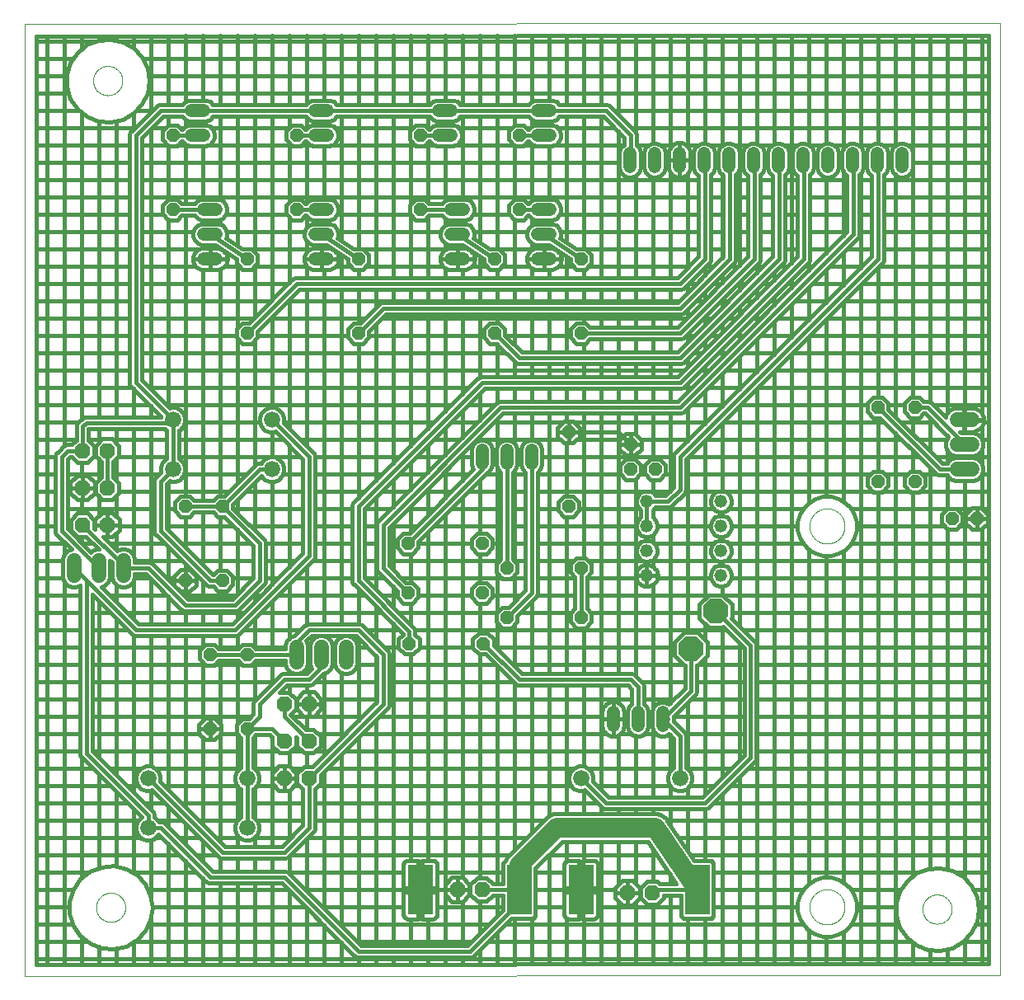
<source format=gtl>
G75*
%MOIN*%
%OFA0B0*%
%FSLAX25Y25*%
%IPPOS*%
%LPD*%
%AMOC8*
5,1,8,0,0,1.08239X$1,22.5*
%
%ADD10C,0.00000*%
%ADD11OC8,0.05200*%
%ADD12OC8,0.06300*%
%ADD13C,0.05200*%
%ADD14C,0.06600*%
%ADD15C,0.06000*%
%ADD16R,0.10000X0.20000*%
%ADD17C,0.05200*%
%ADD18OC8,0.10000*%
%ADD19C,0.01600*%
%ADD20C,0.08000*%
D10*
X0006800Y0001800D02*
X0006800Y0386761D01*
X0401251Y0387011D01*
X0401251Y0002050D01*
X0006800Y0001800D01*
X0035794Y0029600D02*
X0035796Y0029753D01*
X0035802Y0029907D01*
X0035812Y0030060D01*
X0035826Y0030212D01*
X0035844Y0030365D01*
X0035866Y0030516D01*
X0035891Y0030667D01*
X0035921Y0030818D01*
X0035955Y0030968D01*
X0035992Y0031116D01*
X0036033Y0031264D01*
X0036078Y0031410D01*
X0036127Y0031556D01*
X0036180Y0031700D01*
X0036236Y0031842D01*
X0036296Y0031983D01*
X0036360Y0032123D01*
X0036427Y0032261D01*
X0036498Y0032397D01*
X0036573Y0032531D01*
X0036650Y0032663D01*
X0036732Y0032793D01*
X0036816Y0032921D01*
X0036904Y0033047D01*
X0036995Y0033170D01*
X0037089Y0033291D01*
X0037187Y0033409D01*
X0037287Y0033525D01*
X0037391Y0033638D01*
X0037497Y0033749D01*
X0037606Y0033857D01*
X0037718Y0033962D01*
X0037832Y0034063D01*
X0037950Y0034162D01*
X0038069Y0034258D01*
X0038191Y0034351D01*
X0038316Y0034440D01*
X0038443Y0034527D01*
X0038572Y0034609D01*
X0038703Y0034689D01*
X0038836Y0034765D01*
X0038971Y0034838D01*
X0039108Y0034907D01*
X0039247Y0034972D01*
X0039387Y0035034D01*
X0039529Y0035092D01*
X0039672Y0035147D01*
X0039817Y0035198D01*
X0039963Y0035245D01*
X0040110Y0035288D01*
X0040258Y0035327D01*
X0040407Y0035363D01*
X0040557Y0035394D01*
X0040708Y0035422D01*
X0040859Y0035446D01*
X0041012Y0035466D01*
X0041164Y0035482D01*
X0041317Y0035494D01*
X0041470Y0035502D01*
X0041623Y0035506D01*
X0041777Y0035506D01*
X0041930Y0035502D01*
X0042083Y0035494D01*
X0042236Y0035482D01*
X0042388Y0035466D01*
X0042541Y0035446D01*
X0042692Y0035422D01*
X0042843Y0035394D01*
X0042993Y0035363D01*
X0043142Y0035327D01*
X0043290Y0035288D01*
X0043437Y0035245D01*
X0043583Y0035198D01*
X0043728Y0035147D01*
X0043871Y0035092D01*
X0044013Y0035034D01*
X0044153Y0034972D01*
X0044292Y0034907D01*
X0044429Y0034838D01*
X0044564Y0034765D01*
X0044697Y0034689D01*
X0044828Y0034609D01*
X0044957Y0034527D01*
X0045084Y0034440D01*
X0045209Y0034351D01*
X0045331Y0034258D01*
X0045450Y0034162D01*
X0045568Y0034063D01*
X0045682Y0033962D01*
X0045794Y0033857D01*
X0045903Y0033749D01*
X0046009Y0033638D01*
X0046113Y0033525D01*
X0046213Y0033409D01*
X0046311Y0033291D01*
X0046405Y0033170D01*
X0046496Y0033047D01*
X0046584Y0032921D01*
X0046668Y0032793D01*
X0046750Y0032663D01*
X0046827Y0032531D01*
X0046902Y0032397D01*
X0046973Y0032261D01*
X0047040Y0032123D01*
X0047104Y0031983D01*
X0047164Y0031842D01*
X0047220Y0031700D01*
X0047273Y0031556D01*
X0047322Y0031410D01*
X0047367Y0031264D01*
X0047408Y0031116D01*
X0047445Y0030968D01*
X0047479Y0030818D01*
X0047509Y0030667D01*
X0047534Y0030516D01*
X0047556Y0030365D01*
X0047574Y0030212D01*
X0047588Y0030060D01*
X0047598Y0029907D01*
X0047604Y0029753D01*
X0047606Y0029600D01*
X0047604Y0029447D01*
X0047598Y0029293D01*
X0047588Y0029140D01*
X0047574Y0028988D01*
X0047556Y0028835D01*
X0047534Y0028684D01*
X0047509Y0028533D01*
X0047479Y0028382D01*
X0047445Y0028232D01*
X0047408Y0028084D01*
X0047367Y0027936D01*
X0047322Y0027790D01*
X0047273Y0027644D01*
X0047220Y0027500D01*
X0047164Y0027358D01*
X0047104Y0027217D01*
X0047040Y0027077D01*
X0046973Y0026939D01*
X0046902Y0026803D01*
X0046827Y0026669D01*
X0046750Y0026537D01*
X0046668Y0026407D01*
X0046584Y0026279D01*
X0046496Y0026153D01*
X0046405Y0026030D01*
X0046311Y0025909D01*
X0046213Y0025791D01*
X0046113Y0025675D01*
X0046009Y0025562D01*
X0045903Y0025451D01*
X0045794Y0025343D01*
X0045682Y0025238D01*
X0045568Y0025137D01*
X0045450Y0025038D01*
X0045331Y0024942D01*
X0045209Y0024849D01*
X0045084Y0024760D01*
X0044957Y0024673D01*
X0044828Y0024591D01*
X0044697Y0024511D01*
X0044564Y0024435D01*
X0044429Y0024362D01*
X0044292Y0024293D01*
X0044153Y0024228D01*
X0044013Y0024166D01*
X0043871Y0024108D01*
X0043728Y0024053D01*
X0043583Y0024002D01*
X0043437Y0023955D01*
X0043290Y0023912D01*
X0043142Y0023873D01*
X0042993Y0023837D01*
X0042843Y0023806D01*
X0042692Y0023778D01*
X0042541Y0023754D01*
X0042388Y0023734D01*
X0042236Y0023718D01*
X0042083Y0023706D01*
X0041930Y0023698D01*
X0041777Y0023694D01*
X0041623Y0023694D01*
X0041470Y0023698D01*
X0041317Y0023706D01*
X0041164Y0023718D01*
X0041012Y0023734D01*
X0040859Y0023754D01*
X0040708Y0023778D01*
X0040557Y0023806D01*
X0040407Y0023837D01*
X0040258Y0023873D01*
X0040110Y0023912D01*
X0039963Y0023955D01*
X0039817Y0024002D01*
X0039672Y0024053D01*
X0039529Y0024108D01*
X0039387Y0024166D01*
X0039247Y0024228D01*
X0039108Y0024293D01*
X0038971Y0024362D01*
X0038836Y0024435D01*
X0038703Y0024511D01*
X0038572Y0024591D01*
X0038443Y0024673D01*
X0038316Y0024760D01*
X0038191Y0024849D01*
X0038069Y0024942D01*
X0037950Y0025038D01*
X0037832Y0025137D01*
X0037718Y0025238D01*
X0037606Y0025343D01*
X0037497Y0025451D01*
X0037391Y0025562D01*
X0037287Y0025675D01*
X0037187Y0025791D01*
X0037089Y0025909D01*
X0036995Y0026030D01*
X0036904Y0026153D01*
X0036816Y0026279D01*
X0036732Y0026407D01*
X0036650Y0026537D01*
X0036573Y0026669D01*
X0036498Y0026803D01*
X0036427Y0026939D01*
X0036360Y0027077D01*
X0036296Y0027217D01*
X0036236Y0027358D01*
X0036180Y0027500D01*
X0036127Y0027644D01*
X0036078Y0027790D01*
X0036033Y0027936D01*
X0035992Y0028084D01*
X0035955Y0028232D01*
X0035921Y0028382D01*
X0035891Y0028533D01*
X0035866Y0028684D01*
X0035844Y0028835D01*
X0035826Y0028988D01*
X0035812Y0029140D01*
X0035802Y0029293D01*
X0035796Y0029447D01*
X0035794Y0029600D01*
X0324200Y0029800D02*
X0324202Y0029974D01*
X0324209Y0030148D01*
X0324219Y0030322D01*
X0324234Y0030496D01*
X0324253Y0030669D01*
X0324277Y0030842D01*
X0324305Y0031014D01*
X0324336Y0031185D01*
X0324373Y0031356D01*
X0324413Y0031525D01*
X0324457Y0031694D01*
X0324506Y0031861D01*
X0324558Y0032027D01*
X0324615Y0032192D01*
X0324676Y0032355D01*
X0324740Y0032517D01*
X0324809Y0032677D01*
X0324882Y0032836D01*
X0324958Y0032992D01*
X0325038Y0033147D01*
X0325122Y0033300D01*
X0325210Y0033450D01*
X0325302Y0033598D01*
X0325397Y0033745D01*
X0325495Y0033888D01*
X0325597Y0034029D01*
X0325703Y0034168D01*
X0325812Y0034304D01*
X0325924Y0034438D01*
X0326039Y0034568D01*
X0326158Y0034696D01*
X0326280Y0034820D01*
X0326404Y0034942D01*
X0326532Y0035061D01*
X0326662Y0035176D01*
X0326796Y0035288D01*
X0326932Y0035397D01*
X0327071Y0035503D01*
X0327212Y0035605D01*
X0327355Y0035703D01*
X0327502Y0035798D01*
X0327650Y0035890D01*
X0327800Y0035978D01*
X0327953Y0036062D01*
X0328108Y0036142D01*
X0328264Y0036218D01*
X0328423Y0036291D01*
X0328583Y0036360D01*
X0328745Y0036424D01*
X0328908Y0036485D01*
X0329073Y0036542D01*
X0329239Y0036594D01*
X0329406Y0036643D01*
X0329575Y0036687D01*
X0329744Y0036727D01*
X0329915Y0036764D01*
X0330086Y0036795D01*
X0330258Y0036823D01*
X0330431Y0036847D01*
X0330604Y0036866D01*
X0330778Y0036881D01*
X0330952Y0036891D01*
X0331126Y0036898D01*
X0331300Y0036900D01*
X0331474Y0036898D01*
X0331648Y0036891D01*
X0331822Y0036881D01*
X0331996Y0036866D01*
X0332169Y0036847D01*
X0332342Y0036823D01*
X0332514Y0036795D01*
X0332685Y0036764D01*
X0332856Y0036727D01*
X0333025Y0036687D01*
X0333194Y0036643D01*
X0333361Y0036594D01*
X0333527Y0036542D01*
X0333692Y0036485D01*
X0333855Y0036424D01*
X0334017Y0036360D01*
X0334177Y0036291D01*
X0334336Y0036218D01*
X0334492Y0036142D01*
X0334647Y0036062D01*
X0334800Y0035978D01*
X0334950Y0035890D01*
X0335098Y0035798D01*
X0335245Y0035703D01*
X0335388Y0035605D01*
X0335529Y0035503D01*
X0335668Y0035397D01*
X0335804Y0035288D01*
X0335938Y0035176D01*
X0336068Y0035061D01*
X0336196Y0034942D01*
X0336320Y0034820D01*
X0336442Y0034696D01*
X0336561Y0034568D01*
X0336676Y0034438D01*
X0336788Y0034304D01*
X0336897Y0034168D01*
X0337003Y0034029D01*
X0337105Y0033888D01*
X0337203Y0033745D01*
X0337298Y0033598D01*
X0337390Y0033450D01*
X0337478Y0033300D01*
X0337562Y0033147D01*
X0337642Y0032992D01*
X0337718Y0032836D01*
X0337791Y0032677D01*
X0337860Y0032517D01*
X0337924Y0032355D01*
X0337985Y0032192D01*
X0338042Y0032027D01*
X0338094Y0031861D01*
X0338143Y0031694D01*
X0338187Y0031525D01*
X0338227Y0031356D01*
X0338264Y0031185D01*
X0338295Y0031014D01*
X0338323Y0030842D01*
X0338347Y0030669D01*
X0338366Y0030496D01*
X0338381Y0030322D01*
X0338391Y0030148D01*
X0338398Y0029974D01*
X0338400Y0029800D01*
X0338398Y0029626D01*
X0338391Y0029452D01*
X0338381Y0029278D01*
X0338366Y0029104D01*
X0338347Y0028931D01*
X0338323Y0028758D01*
X0338295Y0028586D01*
X0338264Y0028415D01*
X0338227Y0028244D01*
X0338187Y0028075D01*
X0338143Y0027906D01*
X0338094Y0027739D01*
X0338042Y0027573D01*
X0337985Y0027408D01*
X0337924Y0027245D01*
X0337860Y0027083D01*
X0337791Y0026923D01*
X0337718Y0026764D01*
X0337642Y0026608D01*
X0337562Y0026453D01*
X0337478Y0026300D01*
X0337390Y0026150D01*
X0337298Y0026002D01*
X0337203Y0025855D01*
X0337105Y0025712D01*
X0337003Y0025571D01*
X0336897Y0025432D01*
X0336788Y0025296D01*
X0336676Y0025162D01*
X0336561Y0025032D01*
X0336442Y0024904D01*
X0336320Y0024780D01*
X0336196Y0024658D01*
X0336068Y0024539D01*
X0335938Y0024424D01*
X0335804Y0024312D01*
X0335668Y0024203D01*
X0335529Y0024097D01*
X0335388Y0023995D01*
X0335245Y0023897D01*
X0335098Y0023802D01*
X0334950Y0023710D01*
X0334800Y0023622D01*
X0334647Y0023538D01*
X0334492Y0023458D01*
X0334336Y0023382D01*
X0334177Y0023309D01*
X0334017Y0023240D01*
X0333855Y0023176D01*
X0333692Y0023115D01*
X0333527Y0023058D01*
X0333361Y0023006D01*
X0333194Y0022957D01*
X0333025Y0022913D01*
X0332856Y0022873D01*
X0332685Y0022836D01*
X0332514Y0022805D01*
X0332342Y0022777D01*
X0332169Y0022753D01*
X0331996Y0022734D01*
X0331822Y0022719D01*
X0331648Y0022709D01*
X0331474Y0022702D01*
X0331300Y0022700D01*
X0331126Y0022702D01*
X0330952Y0022709D01*
X0330778Y0022719D01*
X0330604Y0022734D01*
X0330431Y0022753D01*
X0330258Y0022777D01*
X0330086Y0022805D01*
X0329915Y0022836D01*
X0329744Y0022873D01*
X0329575Y0022913D01*
X0329406Y0022957D01*
X0329239Y0023006D01*
X0329073Y0023058D01*
X0328908Y0023115D01*
X0328745Y0023176D01*
X0328583Y0023240D01*
X0328423Y0023309D01*
X0328264Y0023382D01*
X0328108Y0023458D01*
X0327953Y0023538D01*
X0327800Y0023622D01*
X0327650Y0023710D01*
X0327502Y0023802D01*
X0327355Y0023897D01*
X0327212Y0023995D01*
X0327071Y0024097D01*
X0326932Y0024203D01*
X0326796Y0024312D01*
X0326662Y0024424D01*
X0326532Y0024539D01*
X0326404Y0024658D01*
X0326280Y0024780D01*
X0326158Y0024904D01*
X0326039Y0025032D01*
X0325924Y0025162D01*
X0325812Y0025296D01*
X0325703Y0025432D01*
X0325597Y0025571D01*
X0325495Y0025712D01*
X0325397Y0025855D01*
X0325302Y0026002D01*
X0325210Y0026150D01*
X0325122Y0026300D01*
X0325038Y0026453D01*
X0324958Y0026608D01*
X0324882Y0026764D01*
X0324809Y0026923D01*
X0324740Y0027083D01*
X0324676Y0027245D01*
X0324615Y0027408D01*
X0324558Y0027573D01*
X0324506Y0027739D01*
X0324457Y0027906D01*
X0324413Y0028075D01*
X0324373Y0028244D01*
X0324336Y0028415D01*
X0324305Y0028586D01*
X0324277Y0028758D01*
X0324253Y0028931D01*
X0324234Y0029104D01*
X0324219Y0029278D01*
X0324209Y0029452D01*
X0324202Y0029626D01*
X0324200Y0029800D01*
X0369894Y0028900D02*
X0369896Y0029053D01*
X0369902Y0029207D01*
X0369912Y0029360D01*
X0369926Y0029512D01*
X0369944Y0029665D01*
X0369966Y0029816D01*
X0369991Y0029967D01*
X0370021Y0030118D01*
X0370055Y0030268D01*
X0370092Y0030416D01*
X0370133Y0030564D01*
X0370178Y0030710D01*
X0370227Y0030856D01*
X0370280Y0031000D01*
X0370336Y0031142D01*
X0370396Y0031283D01*
X0370460Y0031423D01*
X0370527Y0031561D01*
X0370598Y0031697D01*
X0370673Y0031831D01*
X0370750Y0031963D01*
X0370832Y0032093D01*
X0370916Y0032221D01*
X0371004Y0032347D01*
X0371095Y0032470D01*
X0371189Y0032591D01*
X0371287Y0032709D01*
X0371387Y0032825D01*
X0371491Y0032938D01*
X0371597Y0033049D01*
X0371706Y0033157D01*
X0371818Y0033262D01*
X0371932Y0033363D01*
X0372050Y0033462D01*
X0372169Y0033558D01*
X0372291Y0033651D01*
X0372416Y0033740D01*
X0372543Y0033827D01*
X0372672Y0033909D01*
X0372803Y0033989D01*
X0372936Y0034065D01*
X0373071Y0034138D01*
X0373208Y0034207D01*
X0373347Y0034272D01*
X0373487Y0034334D01*
X0373629Y0034392D01*
X0373772Y0034447D01*
X0373917Y0034498D01*
X0374063Y0034545D01*
X0374210Y0034588D01*
X0374358Y0034627D01*
X0374507Y0034663D01*
X0374657Y0034694D01*
X0374808Y0034722D01*
X0374959Y0034746D01*
X0375112Y0034766D01*
X0375264Y0034782D01*
X0375417Y0034794D01*
X0375570Y0034802D01*
X0375723Y0034806D01*
X0375877Y0034806D01*
X0376030Y0034802D01*
X0376183Y0034794D01*
X0376336Y0034782D01*
X0376488Y0034766D01*
X0376641Y0034746D01*
X0376792Y0034722D01*
X0376943Y0034694D01*
X0377093Y0034663D01*
X0377242Y0034627D01*
X0377390Y0034588D01*
X0377537Y0034545D01*
X0377683Y0034498D01*
X0377828Y0034447D01*
X0377971Y0034392D01*
X0378113Y0034334D01*
X0378253Y0034272D01*
X0378392Y0034207D01*
X0378529Y0034138D01*
X0378664Y0034065D01*
X0378797Y0033989D01*
X0378928Y0033909D01*
X0379057Y0033827D01*
X0379184Y0033740D01*
X0379309Y0033651D01*
X0379431Y0033558D01*
X0379550Y0033462D01*
X0379668Y0033363D01*
X0379782Y0033262D01*
X0379894Y0033157D01*
X0380003Y0033049D01*
X0380109Y0032938D01*
X0380213Y0032825D01*
X0380313Y0032709D01*
X0380411Y0032591D01*
X0380505Y0032470D01*
X0380596Y0032347D01*
X0380684Y0032221D01*
X0380768Y0032093D01*
X0380850Y0031963D01*
X0380927Y0031831D01*
X0381002Y0031697D01*
X0381073Y0031561D01*
X0381140Y0031423D01*
X0381204Y0031283D01*
X0381264Y0031142D01*
X0381320Y0031000D01*
X0381373Y0030856D01*
X0381422Y0030710D01*
X0381467Y0030564D01*
X0381508Y0030416D01*
X0381545Y0030268D01*
X0381579Y0030118D01*
X0381609Y0029967D01*
X0381634Y0029816D01*
X0381656Y0029665D01*
X0381674Y0029512D01*
X0381688Y0029360D01*
X0381698Y0029207D01*
X0381704Y0029053D01*
X0381706Y0028900D01*
X0381704Y0028747D01*
X0381698Y0028593D01*
X0381688Y0028440D01*
X0381674Y0028288D01*
X0381656Y0028135D01*
X0381634Y0027984D01*
X0381609Y0027833D01*
X0381579Y0027682D01*
X0381545Y0027532D01*
X0381508Y0027384D01*
X0381467Y0027236D01*
X0381422Y0027090D01*
X0381373Y0026944D01*
X0381320Y0026800D01*
X0381264Y0026658D01*
X0381204Y0026517D01*
X0381140Y0026377D01*
X0381073Y0026239D01*
X0381002Y0026103D01*
X0380927Y0025969D01*
X0380850Y0025837D01*
X0380768Y0025707D01*
X0380684Y0025579D01*
X0380596Y0025453D01*
X0380505Y0025330D01*
X0380411Y0025209D01*
X0380313Y0025091D01*
X0380213Y0024975D01*
X0380109Y0024862D01*
X0380003Y0024751D01*
X0379894Y0024643D01*
X0379782Y0024538D01*
X0379668Y0024437D01*
X0379550Y0024338D01*
X0379431Y0024242D01*
X0379309Y0024149D01*
X0379184Y0024060D01*
X0379057Y0023973D01*
X0378928Y0023891D01*
X0378797Y0023811D01*
X0378664Y0023735D01*
X0378529Y0023662D01*
X0378392Y0023593D01*
X0378253Y0023528D01*
X0378113Y0023466D01*
X0377971Y0023408D01*
X0377828Y0023353D01*
X0377683Y0023302D01*
X0377537Y0023255D01*
X0377390Y0023212D01*
X0377242Y0023173D01*
X0377093Y0023137D01*
X0376943Y0023106D01*
X0376792Y0023078D01*
X0376641Y0023054D01*
X0376488Y0023034D01*
X0376336Y0023018D01*
X0376183Y0023006D01*
X0376030Y0022998D01*
X0375877Y0022994D01*
X0375723Y0022994D01*
X0375570Y0022998D01*
X0375417Y0023006D01*
X0375264Y0023018D01*
X0375112Y0023034D01*
X0374959Y0023054D01*
X0374808Y0023078D01*
X0374657Y0023106D01*
X0374507Y0023137D01*
X0374358Y0023173D01*
X0374210Y0023212D01*
X0374063Y0023255D01*
X0373917Y0023302D01*
X0373772Y0023353D01*
X0373629Y0023408D01*
X0373487Y0023466D01*
X0373347Y0023528D01*
X0373208Y0023593D01*
X0373071Y0023662D01*
X0372936Y0023735D01*
X0372803Y0023811D01*
X0372672Y0023891D01*
X0372543Y0023973D01*
X0372416Y0024060D01*
X0372291Y0024149D01*
X0372169Y0024242D01*
X0372050Y0024338D01*
X0371932Y0024437D01*
X0371818Y0024538D01*
X0371706Y0024643D01*
X0371597Y0024751D01*
X0371491Y0024862D01*
X0371387Y0024975D01*
X0371287Y0025091D01*
X0371189Y0025209D01*
X0371095Y0025330D01*
X0371004Y0025453D01*
X0370916Y0025579D01*
X0370832Y0025707D01*
X0370750Y0025837D01*
X0370673Y0025969D01*
X0370598Y0026103D01*
X0370527Y0026239D01*
X0370460Y0026377D01*
X0370396Y0026517D01*
X0370336Y0026658D01*
X0370280Y0026800D01*
X0370227Y0026944D01*
X0370178Y0027090D01*
X0370133Y0027236D01*
X0370092Y0027384D01*
X0370055Y0027532D01*
X0370021Y0027682D01*
X0369991Y0027833D01*
X0369966Y0027984D01*
X0369944Y0028135D01*
X0369926Y0028288D01*
X0369912Y0028440D01*
X0369902Y0028593D01*
X0369896Y0028747D01*
X0369894Y0028900D01*
X0324200Y0183800D02*
X0324202Y0183974D01*
X0324209Y0184148D01*
X0324219Y0184322D01*
X0324234Y0184496D01*
X0324253Y0184669D01*
X0324277Y0184842D01*
X0324305Y0185014D01*
X0324336Y0185185D01*
X0324373Y0185356D01*
X0324413Y0185525D01*
X0324457Y0185694D01*
X0324506Y0185861D01*
X0324558Y0186027D01*
X0324615Y0186192D01*
X0324676Y0186355D01*
X0324740Y0186517D01*
X0324809Y0186677D01*
X0324882Y0186836D01*
X0324958Y0186992D01*
X0325038Y0187147D01*
X0325122Y0187300D01*
X0325210Y0187450D01*
X0325302Y0187598D01*
X0325397Y0187745D01*
X0325495Y0187888D01*
X0325597Y0188029D01*
X0325703Y0188168D01*
X0325812Y0188304D01*
X0325924Y0188438D01*
X0326039Y0188568D01*
X0326158Y0188696D01*
X0326280Y0188820D01*
X0326404Y0188942D01*
X0326532Y0189061D01*
X0326662Y0189176D01*
X0326796Y0189288D01*
X0326932Y0189397D01*
X0327071Y0189503D01*
X0327212Y0189605D01*
X0327355Y0189703D01*
X0327502Y0189798D01*
X0327650Y0189890D01*
X0327800Y0189978D01*
X0327953Y0190062D01*
X0328108Y0190142D01*
X0328264Y0190218D01*
X0328423Y0190291D01*
X0328583Y0190360D01*
X0328745Y0190424D01*
X0328908Y0190485D01*
X0329073Y0190542D01*
X0329239Y0190594D01*
X0329406Y0190643D01*
X0329575Y0190687D01*
X0329744Y0190727D01*
X0329915Y0190764D01*
X0330086Y0190795D01*
X0330258Y0190823D01*
X0330431Y0190847D01*
X0330604Y0190866D01*
X0330778Y0190881D01*
X0330952Y0190891D01*
X0331126Y0190898D01*
X0331300Y0190900D01*
X0331474Y0190898D01*
X0331648Y0190891D01*
X0331822Y0190881D01*
X0331996Y0190866D01*
X0332169Y0190847D01*
X0332342Y0190823D01*
X0332514Y0190795D01*
X0332685Y0190764D01*
X0332856Y0190727D01*
X0333025Y0190687D01*
X0333194Y0190643D01*
X0333361Y0190594D01*
X0333527Y0190542D01*
X0333692Y0190485D01*
X0333855Y0190424D01*
X0334017Y0190360D01*
X0334177Y0190291D01*
X0334336Y0190218D01*
X0334492Y0190142D01*
X0334647Y0190062D01*
X0334800Y0189978D01*
X0334950Y0189890D01*
X0335098Y0189798D01*
X0335245Y0189703D01*
X0335388Y0189605D01*
X0335529Y0189503D01*
X0335668Y0189397D01*
X0335804Y0189288D01*
X0335938Y0189176D01*
X0336068Y0189061D01*
X0336196Y0188942D01*
X0336320Y0188820D01*
X0336442Y0188696D01*
X0336561Y0188568D01*
X0336676Y0188438D01*
X0336788Y0188304D01*
X0336897Y0188168D01*
X0337003Y0188029D01*
X0337105Y0187888D01*
X0337203Y0187745D01*
X0337298Y0187598D01*
X0337390Y0187450D01*
X0337478Y0187300D01*
X0337562Y0187147D01*
X0337642Y0186992D01*
X0337718Y0186836D01*
X0337791Y0186677D01*
X0337860Y0186517D01*
X0337924Y0186355D01*
X0337985Y0186192D01*
X0338042Y0186027D01*
X0338094Y0185861D01*
X0338143Y0185694D01*
X0338187Y0185525D01*
X0338227Y0185356D01*
X0338264Y0185185D01*
X0338295Y0185014D01*
X0338323Y0184842D01*
X0338347Y0184669D01*
X0338366Y0184496D01*
X0338381Y0184322D01*
X0338391Y0184148D01*
X0338398Y0183974D01*
X0338400Y0183800D01*
X0338398Y0183626D01*
X0338391Y0183452D01*
X0338381Y0183278D01*
X0338366Y0183104D01*
X0338347Y0182931D01*
X0338323Y0182758D01*
X0338295Y0182586D01*
X0338264Y0182415D01*
X0338227Y0182244D01*
X0338187Y0182075D01*
X0338143Y0181906D01*
X0338094Y0181739D01*
X0338042Y0181573D01*
X0337985Y0181408D01*
X0337924Y0181245D01*
X0337860Y0181083D01*
X0337791Y0180923D01*
X0337718Y0180764D01*
X0337642Y0180608D01*
X0337562Y0180453D01*
X0337478Y0180300D01*
X0337390Y0180150D01*
X0337298Y0180002D01*
X0337203Y0179855D01*
X0337105Y0179712D01*
X0337003Y0179571D01*
X0336897Y0179432D01*
X0336788Y0179296D01*
X0336676Y0179162D01*
X0336561Y0179032D01*
X0336442Y0178904D01*
X0336320Y0178780D01*
X0336196Y0178658D01*
X0336068Y0178539D01*
X0335938Y0178424D01*
X0335804Y0178312D01*
X0335668Y0178203D01*
X0335529Y0178097D01*
X0335388Y0177995D01*
X0335245Y0177897D01*
X0335098Y0177802D01*
X0334950Y0177710D01*
X0334800Y0177622D01*
X0334647Y0177538D01*
X0334492Y0177458D01*
X0334336Y0177382D01*
X0334177Y0177309D01*
X0334017Y0177240D01*
X0333855Y0177176D01*
X0333692Y0177115D01*
X0333527Y0177058D01*
X0333361Y0177006D01*
X0333194Y0176957D01*
X0333025Y0176913D01*
X0332856Y0176873D01*
X0332685Y0176836D01*
X0332514Y0176805D01*
X0332342Y0176777D01*
X0332169Y0176753D01*
X0331996Y0176734D01*
X0331822Y0176719D01*
X0331648Y0176709D01*
X0331474Y0176702D01*
X0331300Y0176700D01*
X0331126Y0176702D01*
X0330952Y0176709D01*
X0330778Y0176719D01*
X0330604Y0176734D01*
X0330431Y0176753D01*
X0330258Y0176777D01*
X0330086Y0176805D01*
X0329915Y0176836D01*
X0329744Y0176873D01*
X0329575Y0176913D01*
X0329406Y0176957D01*
X0329239Y0177006D01*
X0329073Y0177058D01*
X0328908Y0177115D01*
X0328745Y0177176D01*
X0328583Y0177240D01*
X0328423Y0177309D01*
X0328264Y0177382D01*
X0328108Y0177458D01*
X0327953Y0177538D01*
X0327800Y0177622D01*
X0327650Y0177710D01*
X0327502Y0177802D01*
X0327355Y0177897D01*
X0327212Y0177995D01*
X0327071Y0178097D01*
X0326932Y0178203D01*
X0326796Y0178312D01*
X0326662Y0178424D01*
X0326532Y0178539D01*
X0326404Y0178658D01*
X0326280Y0178780D01*
X0326158Y0178904D01*
X0326039Y0179032D01*
X0325924Y0179162D01*
X0325812Y0179296D01*
X0325703Y0179432D01*
X0325597Y0179571D01*
X0325495Y0179712D01*
X0325397Y0179855D01*
X0325302Y0180002D01*
X0325210Y0180150D01*
X0325122Y0180300D01*
X0325038Y0180453D01*
X0324958Y0180608D01*
X0324882Y0180764D01*
X0324809Y0180923D01*
X0324740Y0181083D01*
X0324676Y0181245D01*
X0324615Y0181408D01*
X0324558Y0181573D01*
X0324506Y0181739D01*
X0324457Y0181906D01*
X0324413Y0182075D01*
X0324373Y0182244D01*
X0324336Y0182415D01*
X0324305Y0182586D01*
X0324277Y0182758D01*
X0324253Y0182931D01*
X0324234Y0183104D01*
X0324219Y0183278D01*
X0324209Y0183452D01*
X0324202Y0183626D01*
X0324200Y0183800D01*
X0034594Y0363900D02*
X0034596Y0364053D01*
X0034602Y0364207D01*
X0034612Y0364360D01*
X0034626Y0364512D01*
X0034644Y0364665D01*
X0034666Y0364816D01*
X0034691Y0364967D01*
X0034721Y0365118D01*
X0034755Y0365268D01*
X0034792Y0365416D01*
X0034833Y0365564D01*
X0034878Y0365710D01*
X0034927Y0365856D01*
X0034980Y0366000D01*
X0035036Y0366142D01*
X0035096Y0366283D01*
X0035160Y0366423D01*
X0035227Y0366561D01*
X0035298Y0366697D01*
X0035373Y0366831D01*
X0035450Y0366963D01*
X0035532Y0367093D01*
X0035616Y0367221D01*
X0035704Y0367347D01*
X0035795Y0367470D01*
X0035889Y0367591D01*
X0035987Y0367709D01*
X0036087Y0367825D01*
X0036191Y0367938D01*
X0036297Y0368049D01*
X0036406Y0368157D01*
X0036518Y0368262D01*
X0036632Y0368363D01*
X0036750Y0368462D01*
X0036869Y0368558D01*
X0036991Y0368651D01*
X0037116Y0368740D01*
X0037243Y0368827D01*
X0037372Y0368909D01*
X0037503Y0368989D01*
X0037636Y0369065D01*
X0037771Y0369138D01*
X0037908Y0369207D01*
X0038047Y0369272D01*
X0038187Y0369334D01*
X0038329Y0369392D01*
X0038472Y0369447D01*
X0038617Y0369498D01*
X0038763Y0369545D01*
X0038910Y0369588D01*
X0039058Y0369627D01*
X0039207Y0369663D01*
X0039357Y0369694D01*
X0039508Y0369722D01*
X0039659Y0369746D01*
X0039812Y0369766D01*
X0039964Y0369782D01*
X0040117Y0369794D01*
X0040270Y0369802D01*
X0040423Y0369806D01*
X0040577Y0369806D01*
X0040730Y0369802D01*
X0040883Y0369794D01*
X0041036Y0369782D01*
X0041188Y0369766D01*
X0041341Y0369746D01*
X0041492Y0369722D01*
X0041643Y0369694D01*
X0041793Y0369663D01*
X0041942Y0369627D01*
X0042090Y0369588D01*
X0042237Y0369545D01*
X0042383Y0369498D01*
X0042528Y0369447D01*
X0042671Y0369392D01*
X0042813Y0369334D01*
X0042953Y0369272D01*
X0043092Y0369207D01*
X0043229Y0369138D01*
X0043364Y0369065D01*
X0043497Y0368989D01*
X0043628Y0368909D01*
X0043757Y0368827D01*
X0043884Y0368740D01*
X0044009Y0368651D01*
X0044131Y0368558D01*
X0044250Y0368462D01*
X0044368Y0368363D01*
X0044482Y0368262D01*
X0044594Y0368157D01*
X0044703Y0368049D01*
X0044809Y0367938D01*
X0044913Y0367825D01*
X0045013Y0367709D01*
X0045111Y0367591D01*
X0045205Y0367470D01*
X0045296Y0367347D01*
X0045384Y0367221D01*
X0045468Y0367093D01*
X0045550Y0366963D01*
X0045627Y0366831D01*
X0045702Y0366697D01*
X0045773Y0366561D01*
X0045840Y0366423D01*
X0045904Y0366283D01*
X0045964Y0366142D01*
X0046020Y0366000D01*
X0046073Y0365856D01*
X0046122Y0365710D01*
X0046167Y0365564D01*
X0046208Y0365416D01*
X0046245Y0365268D01*
X0046279Y0365118D01*
X0046309Y0364967D01*
X0046334Y0364816D01*
X0046356Y0364665D01*
X0046374Y0364512D01*
X0046388Y0364360D01*
X0046398Y0364207D01*
X0046404Y0364053D01*
X0046406Y0363900D01*
X0046404Y0363747D01*
X0046398Y0363593D01*
X0046388Y0363440D01*
X0046374Y0363288D01*
X0046356Y0363135D01*
X0046334Y0362984D01*
X0046309Y0362833D01*
X0046279Y0362682D01*
X0046245Y0362532D01*
X0046208Y0362384D01*
X0046167Y0362236D01*
X0046122Y0362090D01*
X0046073Y0361944D01*
X0046020Y0361800D01*
X0045964Y0361658D01*
X0045904Y0361517D01*
X0045840Y0361377D01*
X0045773Y0361239D01*
X0045702Y0361103D01*
X0045627Y0360969D01*
X0045550Y0360837D01*
X0045468Y0360707D01*
X0045384Y0360579D01*
X0045296Y0360453D01*
X0045205Y0360330D01*
X0045111Y0360209D01*
X0045013Y0360091D01*
X0044913Y0359975D01*
X0044809Y0359862D01*
X0044703Y0359751D01*
X0044594Y0359643D01*
X0044482Y0359538D01*
X0044368Y0359437D01*
X0044250Y0359338D01*
X0044131Y0359242D01*
X0044009Y0359149D01*
X0043884Y0359060D01*
X0043757Y0358973D01*
X0043628Y0358891D01*
X0043497Y0358811D01*
X0043364Y0358735D01*
X0043229Y0358662D01*
X0043092Y0358593D01*
X0042953Y0358528D01*
X0042813Y0358466D01*
X0042671Y0358408D01*
X0042528Y0358353D01*
X0042383Y0358302D01*
X0042237Y0358255D01*
X0042090Y0358212D01*
X0041942Y0358173D01*
X0041793Y0358137D01*
X0041643Y0358106D01*
X0041492Y0358078D01*
X0041341Y0358054D01*
X0041188Y0358034D01*
X0041036Y0358018D01*
X0040883Y0358006D01*
X0040730Y0357998D01*
X0040577Y0357994D01*
X0040423Y0357994D01*
X0040270Y0357998D01*
X0040117Y0358006D01*
X0039964Y0358018D01*
X0039812Y0358034D01*
X0039659Y0358054D01*
X0039508Y0358078D01*
X0039357Y0358106D01*
X0039207Y0358137D01*
X0039058Y0358173D01*
X0038910Y0358212D01*
X0038763Y0358255D01*
X0038617Y0358302D01*
X0038472Y0358353D01*
X0038329Y0358408D01*
X0038187Y0358466D01*
X0038047Y0358528D01*
X0037908Y0358593D01*
X0037771Y0358662D01*
X0037636Y0358735D01*
X0037503Y0358811D01*
X0037372Y0358891D01*
X0037243Y0358973D01*
X0037116Y0359060D01*
X0036991Y0359149D01*
X0036869Y0359242D01*
X0036750Y0359338D01*
X0036632Y0359437D01*
X0036518Y0359538D01*
X0036406Y0359643D01*
X0036297Y0359751D01*
X0036191Y0359862D01*
X0036087Y0359975D01*
X0035987Y0360091D01*
X0035889Y0360209D01*
X0035795Y0360330D01*
X0035704Y0360453D01*
X0035616Y0360579D01*
X0035532Y0360707D01*
X0035450Y0360837D01*
X0035373Y0360969D01*
X0035298Y0361103D01*
X0035227Y0361239D01*
X0035160Y0361377D01*
X0035096Y0361517D01*
X0035036Y0361658D01*
X0034980Y0361800D01*
X0034927Y0361944D01*
X0034878Y0362090D01*
X0034833Y0362236D01*
X0034792Y0362384D01*
X0034755Y0362532D01*
X0034721Y0362682D01*
X0034691Y0362833D01*
X0034666Y0362984D01*
X0034644Y0363135D01*
X0034626Y0363288D01*
X0034612Y0363440D01*
X0034602Y0363593D01*
X0034596Y0363747D01*
X0034594Y0363900D01*
D11*
X0066800Y0341800D03*
X0066800Y0311800D03*
X0096800Y0291800D03*
X0116800Y0311800D03*
X0116800Y0341800D03*
X0141800Y0291800D03*
X0166800Y0311800D03*
X0166800Y0341800D03*
X0206800Y0341800D03*
X0206800Y0311800D03*
X0196800Y0291800D03*
X0196800Y0261800D03*
X0231800Y0261800D03*
X0231800Y0291800D03*
X0226800Y0221800D03*
X0251800Y0216800D03*
X0251800Y0206800D03*
X0261800Y0206800D03*
X0226800Y0191800D03*
X0231800Y0166800D03*
X0231800Y0146800D03*
X0201800Y0146800D03*
X0191800Y0156800D03*
X0201800Y0166800D03*
X0191800Y0176800D03*
X0161800Y0176800D03*
X0161800Y0156800D03*
X0162300Y0136300D03*
X0192300Y0136300D03*
X0096800Y0131800D03*
X0081800Y0131800D03*
X0081800Y0101800D03*
X0096800Y0101800D03*
X0086800Y0161800D03*
X0071800Y0161800D03*
X0071800Y0191800D03*
X0086800Y0191800D03*
X0096800Y0261800D03*
X0141800Y0261800D03*
X0351800Y0231800D03*
X0366800Y0231800D03*
X0366800Y0201800D03*
X0351800Y0201800D03*
X0381800Y0186800D03*
X0391800Y0186800D03*
D12*
X0260550Y0035550D03*
X0250550Y0035550D03*
X0191800Y0036800D03*
X0181800Y0036800D03*
X0121800Y0081800D03*
X0111800Y0081800D03*
X0111800Y0096800D03*
X0121800Y0096800D03*
X0121800Y0111800D03*
X0111800Y0111800D03*
X0040300Y0184300D03*
X0030300Y0184300D03*
X0030300Y0199300D03*
X0040300Y0199300D03*
X0040300Y0214300D03*
X0030300Y0214300D03*
D13*
X0079200Y0291800D02*
X0084400Y0291800D01*
X0084400Y0301800D02*
X0079200Y0301800D01*
X0079200Y0311800D02*
X0084400Y0311800D01*
X0079400Y0341800D02*
X0074200Y0341800D01*
X0074200Y0351800D02*
X0079400Y0351800D01*
X0124200Y0351800D02*
X0129400Y0351800D01*
X0129400Y0341800D02*
X0124200Y0341800D01*
X0124200Y0311800D02*
X0129400Y0311800D01*
X0129400Y0301800D02*
X0124200Y0301800D01*
X0124200Y0291800D02*
X0129400Y0291800D01*
X0179200Y0291800D02*
X0184400Y0291800D01*
X0184400Y0301800D02*
X0179200Y0301800D01*
X0179200Y0311800D02*
X0184400Y0311800D01*
X0179400Y0341800D02*
X0174200Y0341800D01*
X0174200Y0351800D02*
X0179400Y0351800D01*
X0214200Y0351800D02*
X0219400Y0351800D01*
X0219400Y0341800D02*
X0214200Y0341800D01*
X0214200Y0311800D02*
X0219400Y0311800D01*
X0219400Y0301800D02*
X0214200Y0301800D01*
X0214200Y0291800D02*
X0219400Y0291800D01*
X0251600Y0329200D02*
X0251600Y0334400D01*
X0261600Y0334400D02*
X0261600Y0329200D01*
X0271600Y0329200D02*
X0271600Y0334400D01*
X0281600Y0334400D02*
X0281600Y0329200D01*
X0291600Y0329200D02*
X0291600Y0334400D01*
X0301600Y0334400D02*
X0301600Y0329200D01*
X0311600Y0329200D02*
X0311600Y0334400D01*
X0321600Y0334400D02*
X0321600Y0329200D01*
X0331600Y0329200D02*
X0331600Y0334400D01*
X0341600Y0334400D02*
X0341600Y0329200D01*
X0351600Y0329200D02*
X0351600Y0334400D01*
X0361600Y0334400D02*
X0361600Y0329200D01*
X0211800Y0214400D02*
X0211800Y0209200D01*
X0201800Y0209200D02*
X0201800Y0214400D01*
X0191800Y0214400D02*
X0191800Y0209200D01*
X0244800Y0108400D02*
X0244800Y0103200D01*
X0254800Y0103200D02*
X0254800Y0108400D01*
X0264800Y0108400D02*
X0264800Y0103200D01*
D14*
X0271800Y0081800D03*
X0231800Y0081800D03*
X0106800Y0206800D03*
X0106800Y0226800D03*
X0066800Y0226800D03*
X0066800Y0206800D03*
X0056800Y0081800D03*
X0056800Y0061800D03*
X0096800Y0061800D03*
X0096800Y0081800D03*
D15*
X0116800Y0128800D02*
X0116800Y0134800D01*
X0126800Y0134800D02*
X0126800Y0128800D01*
X0136800Y0128800D02*
X0136800Y0134800D01*
X0046800Y0163800D02*
X0046800Y0169800D01*
X0036800Y0169800D02*
X0036800Y0163800D01*
X0026800Y0163800D02*
X0026800Y0169800D01*
X0383800Y0206800D02*
X0389800Y0206800D01*
X0389800Y0216800D02*
X0383800Y0216800D01*
X0383800Y0226800D02*
X0389800Y0226800D01*
D16*
X0278800Y0036800D03*
X0231800Y0036800D03*
X0206800Y0036800D03*
X0166800Y0036800D03*
D17*
X0258400Y0163800D03*
X0258400Y0173800D03*
X0258400Y0183800D03*
X0258400Y0193800D03*
X0288400Y0193800D03*
X0288400Y0183800D03*
X0288400Y0173800D03*
X0288400Y0163800D03*
D18*
X0286300Y0149400D03*
X0276300Y0134200D03*
D19*
X0276300Y0117300D01*
X0264800Y0105800D01*
X0266900Y0105800D01*
X0264800Y0105800D02*
X0271800Y0098800D01*
X0271800Y0081800D01*
X0269400Y0086110D02*
X0269024Y0085954D01*
X0267646Y0084576D01*
X0266900Y0082775D01*
X0266900Y0080825D01*
X0267646Y0079024D01*
X0269024Y0077646D01*
X0270825Y0076900D01*
X0272775Y0076900D01*
X0274576Y0077646D01*
X0275954Y0079024D01*
X0276700Y0080825D01*
X0276700Y0082775D01*
X0275954Y0084576D01*
X0274576Y0085954D01*
X0274200Y0086110D01*
X0274200Y0099277D01*
X0273835Y0100159D01*
X0269116Y0104878D01*
X0269300Y0105323D01*
X0269300Y0106277D01*
X0269116Y0106722D01*
X0278335Y0115941D01*
X0278700Y0116823D01*
X0278700Y0127600D01*
X0279034Y0127600D01*
X0282900Y0131466D01*
X0282900Y0136934D01*
X0279034Y0140800D01*
X0273566Y0140800D01*
X0269700Y0136934D01*
X0269700Y0131466D01*
X0273566Y0127600D01*
X0273900Y0127600D01*
X0273900Y0118294D01*
X0267373Y0111767D01*
X0267179Y0111961D01*
X0265635Y0112600D01*
X0263965Y0112600D01*
X0262421Y0111961D01*
X0261239Y0110779D01*
X0260600Y0109235D01*
X0260600Y0102365D01*
X0261239Y0100821D01*
X0262421Y0099639D01*
X0263965Y0099000D01*
X0265635Y0099000D01*
X0267179Y0099639D01*
X0267373Y0099833D01*
X0269400Y0097806D01*
X0269400Y0086110D01*
X0268870Y0085800D02*
X0234730Y0085800D01*
X0234576Y0085954D02*
X0232775Y0086700D01*
X0230825Y0086700D01*
X0229024Y0085954D01*
X0227646Y0084576D01*
X0226900Y0082775D01*
X0226900Y0080825D01*
X0227646Y0079024D01*
X0229024Y0077646D01*
X0230825Y0076900D01*
X0232775Y0076900D01*
X0233150Y0077056D01*
X0240441Y0069765D01*
X0241323Y0069400D01*
X0282277Y0069400D01*
X0283159Y0069765D01*
X0283835Y0070441D01*
X0301659Y0088265D01*
X0302335Y0088941D01*
X0302700Y0089823D01*
X0302700Y0135877D01*
X0302335Y0136759D01*
X0292664Y0146430D01*
X0292900Y0146666D01*
X0292900Y0152134D01*
X0289034Y0156000D01*
X0283566Y0156000D01*
X0279700Y0152134D01*
X0279700Y0146666D01*
X0283566Y0142800D01*
X0289034Y0142800D01*
X0289270Y0143036D01*
X0297900Y0134406D01*
X0297900Y0091294D01*
X0280806Y0074200D01*
X0242794Y0074200D01*
X0236544Y0080450D01*
X0236700Y0080825D01*
X0236700Y0082775D01*
X0235954Y0084576D01*
X0234576Y0085954D01*
X0232800Y0086689D02*
X0232800Y0119400D01*
X0232800Y0124200D02*
X0232800Y0142600D01*
X0233540Y0142600D02*
X0236000Y0145060D01*
X0236000Y0148540D01*
X0234200Y0150340D01*
X0234200Y0163260D01*
X0236000Y0165060D01*
X0236000Y0168540D01*
X0233540Y0171000D01*
X0230060Y0171000D01*
X0227600Y0168540D01*
X0227600Y0165060D01*
X0229400Y0163260D01*
X0229400Y0150340D01*
X0227600Y0148540D01*
X0227600Y0145060D01*
X0230060Y0142600D01*
X0233540Y0142600D01*
X0231800Y0146800D02*
X0231800Y0166800D01*
X0234740Y0169800D02*
X0257082Y0169800D01*
X0257565Y0169600D02*
X0259235Y0169600D01*
X0260779Y0170239D01*
X0261961Y0171421D01*
X0262600Y0172965D01*
X0262600Y0174635D01*
X0261961Y0176179D01*
X0260779Y0177361D01*
X0259235Y0178000D01*
X0257565Y0178000D01*
X0256021Y0177361D01*
X0254839Y0176179D01*
X0254200Y0174635D01*
X0254200Y0172965D01*
X0254839Y0171421D01*
X0256021Y0170239D01*
X0257565Y0169600D01*
X0258054Y0168200D02*
X0257370Y0168092D01*
X0256711Y0167878D01*
X0256094Y0167563D01*
X0255534Y0167156D01*
X0255044Y0166666D01*
X0254637Y0166106D01*
X0254322Y0165489D01*
X0254108Y0164830D01*
X0254000Y0164146D01*
X0254000Y0163800D01*
X0258400Y0163800D01*
X0262800Y0163800D01*
X0262800Y0164146D01*
X0262692Y0164830D01*
X0262478Y0165489D01*
X0262163Y0166106D01*
X0261756Y0166666D01*
X0261266Y0167156D01*
X0260706Y0167563D01*
X0260089Y0167878D01*
X0259430Y0168092D01*
X0258746Y0168200D01*
X0258400Y0168200D01*
X0258400Y0163800D01*
X0258400Y0163800D01*
X0258400Y0163800D01*
X0262800Y0163800D01*
X0262800Y0163454D01*
X0262692Y0162770D01*
X0262478Y0162111D01*
X0262163Y0161494D01*
X0261756Y0160934D01*
X0261266Y0160444D01*
X0260706Y0160037D01*
X0260089Y0159722D01*
X0259430Y0159508D01*
X0258746Y0159400D01*
X0258400Y0159400D01*
X0258400Y0163800D01*
X0258400Y0163800D01*
X0258400Y0163800D01*
X0258400Y0168200D01*
X0258054Y0168200D01*
X0259718Y0169800D02*
X0287082Y0169800D01*
X0287565Y0169600D02*
X0289235Y0169600D01*
X0290779Y0170239D01*
X0291961Y0171421D01*
X0292600Y0172965D01*
X0292600Y0174635D01*
X0291961Y0176179D01*
X0290779Y0177361D01*
X0289235Y0178000D01*
X0287565Y0178000D01*
X0286021Y0177361D01*
X0284839Y0176179D01*
X0284200Y0174635D01*
X0284200Y0172965D01*
X0284839Y0171421D01*
X0286021Y0170239D01*
X0287565Y0169600D01*
X0288800Y0169600D02*
X0288800Y0168000D01*
X0289235Y0168000D02*
X0287565Y0168000D01*
X0286021Y0167361D01*
X0284839Y0166179D01*
X0284200Y0164635D01*
X0284200Y0162965D01*
X0284839Y0161421D01*
X0286021Y0160239D01*
X0287565Y0159600D01*
X0289235Y0159600D01*
X0290779Y0160239D01*
X0291961Y0161421D01*
X0292600Y0162965D01*
X0292600Y0164635D01*
X0291961Y0166179D01*
X0290779Y0167361D01*
X0289235Y0168000D01*
X0289718Y0169800D02*
X0396451Y0169800D01*
X0396451Y0176800D02*
X0340999Y0176800D01*
X0340822Y0176493D02*
X0342389Y0179207D01*
X0343200Y0182233D01*
X0343200Y0185367D01*
X0342389Y0188393D01*
X0340822Y0191107D01*
X0338607Y0193322D01*
X0335893Y0194889D01*
X0332867Y0195700D01*
X0329733Y0195700D01*
X0326707Y0194889D01*
X0323993Y0193322D01*
X0321778Y0191107D01*
X0320211Y0188393D01*
X0319400Y0185367D01*
X0319400Y0182233D01*
X0320211Y0179207D01*
X0321778Y0176493D01*
X0323993Y0174278D01*
X0326707Y0172711D01*
X0329733Y0171900D01*
X0332867Y0171900D01*
X0335893Y0172711D01*
X0338607Y0174278D01*
X0340822Y0176493D01*
X0337800Y0173812D02*
X0337800Y0039788D01*
X0338607Y0039322D02*
X0335893Y0040889D01*
X0332867Y0041700D01*
X0329733Y0041700D01*
X0326707Y0040889D01*
X0323993Y0039322D01*
X0321778Y0037107D01*
X0320211Y0034393D01*
X0319400Y0031367D01*
X0319400Y0028233D01*
X0320211Y0025207D01*
X0321778Y0022493D01*
X0323993Y0020278D01*
X0326707Y0018711D01*
X0329733Y0017900D01*
X0332867Y0017900D01*
X0335893Y0018711D01*
X0338607Y0020278D01*
X0340822Y0022493D01*
X0342389Y0025207D01*
X0343200Y0028233D01*
X0343200Y0031367D01*
X0342389Y0034393D01*
X0340822Y0037107D01*
X0338607Y0039322D01*
X0340999Y0036800D02*
X0361079Y0036800D01*
X0360663Y0036190D02*
X0360663Y0036190D01*
X0363484Y0040328D01*
X0363484Y0040328D01*
X0367399Y0043450D01*
X0367399Y0043450D01*
X0372061Y0045280D01*
X0372061Y0045280D01*
X0377056Y0045654D01*
X0377056Y0045654D01*
X0381938Y0044540D01*
X0381938Y0044540D01*
X0386275Y0042036D01*
X0386275Y0042036D01*
X0389682Y0038364D01*
X0389682Y0038364D01*
X0391855Y0033852D01*
X0391855Y0033852D01*
X0392601Y0028900D01*
X0391855Y0023948D01*
X0391855Y0023948D01*
X0389682Y0019436D01*
X0389682Y0019436D01*
X0386275Y0015764D01*
X0386275Y0015764D01*
X0386275Y0015764D01*
X0381938Y0013260D01*
X0381938Y0013260D01*
X0377056Y0012146D01*
X0377056Y0012146D01*
X0372061Y0012520D01*
X0372061Y0012520D01*
X0367399Y0014350D01*
X0367399Y0014350D01*
X0363484Y0017472D01*
X0363484Y0017472D01*
X0363484Y0017472D01*
X0360663Y0021610D01*
X0360663Y0021610D01*
X0359186Y0026396D01*
X0359186Y0031404D01*
X0360663Y0036190D01*
X0363484Y0040328D02*
X0363484Y0040328D01*
X0365800Y0042175D02*
X0365800Y0197600D01*
X0365060Y0197600D02*
X0368540Y0197600D01*
X0371000Y0200060D01*
X0371000Y0203540D01*
X0368540Y0206000D01*
X0365060Y0206000D01*
X0362600Y0203540D01*
X0362600Y0200060D01*
X0365060Y0197600D01*
X0364860Y0197800D02*
X0353740Y0197800D01*
X0353540Y0197600D02*
X0356000Y0200060D01*
X0356000Y0203540D01*
X0353540Y0206000D01*
X0350060Y0206000D01*
X0347600Y0203540D01*
X0347600Y0200060D01*
X0350060Y0197600D01*
X0353540Y0197600D01*
X0351800Y0197600D02*
X0351800Y0006819D01*
X0358800Y0006823D02*
X0358800Y0221406D01*
X0361406Y0218800D02*
X0282194Y0218800D01*
X0281800Y0218406D02*
X0281800Y0154234D01*
X0283366Y0155800D02*
X0234200Y0155800D01*
X0229400Y0155800D02*
X0213984Y0155800D01*
X0213835Y0155441D02*
X0214200Y0156323D01*
X0214200Y0205660D01*
X0215361Y0206821D01*
X0216000Y0208365D01*
X0216000Y0215235D01*
X0215361Y0216779D01*
X0214179Y0217961D01*
X0212635Y0218600D01*
X0210965Y0218600D01*
X0209421Y0217961D01*
X0208239Y0216779D01*
X0207600Y0215235D01*
X0207600Y0208365D01*
X0208239Y0206821D01*
X0209400Y0205660D01*
X0209400Y0157794D01*
X0202606Y0151000D01*
X0200060Y0151000D01*
X0197600Y0148540D01*
X0197600Y0145060D01*
X0200060Y0142600D01*
X0203540Y0142600D01*
X0206000Y0145060D01*
X0206000Y0147606D01*
X0213835Y0155441D01*
X0211800Y0156800D02*
X0201800Y0146800D01*
X0204800Y0143860D02*
X0204800Y0127194D01*
X0204194Y0127800D02*
X0273366Y0127800D01*
X0279234Y0127800D02*
X0297900Y0127800D01*
X0302700Y0127800D02*
X0396451Y0127800D01*
X0396451Y0120800D02*
X0302700Y0120800D01*
X0297900Y0120800D02*
X0278700Y0120800D01*
X0273900Y0120800D02*
X0256194Y0120800D01*
X0256835Y0120159D02*
X0253835Y0123159D01*
X0253159Y0123835D01*
X0252277Y0124200D01*
X0207794Y0124200D01*
X0196500Y0135494D01*
X0196500Y0138040D01*
X0194040Y0140500D01*
X0190560Y0140500D01*
X0188100Y0138040D01*
X0188100Y0134560D01*
X0190560Y0132100D01*
X0193106Y0132100D01*
X0205441Y0119765D01*
X0206323Y0119400D01*
X0250806Y0119400D01*
X0252400Y0117806D01*
X0252400Y0111940D01*
X0251239Y0110779D01*
X0250600Y0109235D01*
X0250600Y0102365D01*
X0251239Y0100821D01*
X0252421Y0099639D01*
X0253965Y0099000D01*
X0255635Y0099000D01*
X0257179Y0099639D01*
X0258361Y0100821D01*
X0259000Y0102365D01*
X0259000Y0109235D01*
X0258361Y0110779D01*
X0257200Y0111940D01*
X0257200Y0119277D01*
X0256835Y0120159D01*
X0254800Y0118800D02*
X0251800Y0121800D01*
X0206800Y0121800D01*
X0192300Y0136300D01*
X0190800Y0140500D02*
X0190800Y0152600D01*
X0190060Y0152600D02*
X0193540Y0152600D01*
X0196000Y0155060D01*
X0196000Y0158540D01*
X0193540Y0161000D01*
X0190060Y0161000D01*
X0187600Y0158540D01*
X0187600Y0155060D01*
X0190060Y0152600D01*
X0187600Y0155800D02*
X0166000Y0155800D01*
X0166000Y0155060D02*
X0166000Y0158540D01*
X0163540Y0161000D01*
X0160994Y0161000D01*
X0154200Y0167794D01*
X0154200Y0183206D01*
X0200394Y0229400D01*
X0272277Y0229400D01*
X0273159Y0229765D01*
X0343159Y0299765D01*
X0343835Y0300441D01*
X0344200Y0301323D01*
X0344200Y0325860D01*
X0345161Y0326821D01*
X0345800Y0328365D01*
X0345800Y0335235D01*
X0345161Y0336779D01*
X0343979Y0337961D01*
X0342435Y0338600D01*
X0340765Y0338600D01*
X0339221Y0337961D01*
X0338039Y0336779D01*
X0337400Y0335235D01*
X0337400Y0328365D01*
X0338039Y0326821D01*
X0339221Y0325639D01*
X0339400Y0325565D01*
X0339400Y0302794D01*
X0270806Y0234200D01*
X0198923Y0234200D01*
X0198041Y0233835D01*
X0197365Y0233159D01*
X0149765Y0185559D01*
X0149400Y0184677D01*
X0149400Y0183723D01*
X0149400Y0167277D01*
X0149400Y0166323D01*
X0149765Y0165441D01*
X0157600Y0157606D01*
X0157600Y0155060D01*
X0160060Y0152600D01*
X0163540Y0152600D01*
X0166000Y0155060D01*
X0162800Y0152600D02*
X0162800Y0144194D01*
X0164335Y0142659D02*
X0144200Y0162794D01*
X0144200Y0190806D01*
X0192794Y0239400D01*
X0272277Y0239400D01*
X0273159Y0239765D01*
X0323159Y0289765D01*
X0323835Y0290441D01*
X0324200Y0291323D01*
X0324200Y0325860D01*
X0325161Y0326821D01*
X0325800Y0328365D01*
X0325800Y0335235D01*
X0325161Y0336779D01*
X0323979Y0337961D01*
X0322435Y0338600D01*
X0320765Y0338600D01*
X0319221Y0337961D01*
X0318039Y0336779D01*
X0317400Y0335235D01*
X0317400Y0328365D01*
X0318039Y0326821D01*
X0319221Y0325639D01*
X0319400Y0325565D01*
X0319400Y0292794D01*
X0270806Y0244200D01*
X0191323Y0244200D01*
X0190441Y0243835D01*
X0189765Y0243159D01*
X0139765Y0193159D01*
X0139400Y0192277D01*
X0139400Y0161323D01*
X0139765Y0160441D01*
X0140441Y0159765D01*
X0159900Y0140306D01*
X0159900Y0139840D01*
X0158100Y0138040D01*
X0158100Y0134560D01*
X0160560Y0132100D01*
X0164040Y0132100D01*
X0166500Y0134560D01*
X0166500Y0138040D01*
X0164700Y0139840D01*
X0164700Y0141777D01*
X0164335Y0142659D01*
X0164691Y0141800D02*
X0290506Y0141800D01*
X0288800Y0142800D02*
X0288800Y0082194D01*
X0285406Y0078800D02*
X0275730Y0078800D01*
X0274800Y0077870D02*
X0274800Y0074200D01*
X0274800Y0069400D02*
X0274800Y0052641D01*
X0276052Y0050800D02*
X0396451Y0050800D01*
X0396451Y0043800D02*
X0383220Y0043800D01*
X0379800Y0045028D02*
X0379800Y0182860D01*
X0380060Y0182600D02*
X0383540Y0182600D01*
X0386000Y0185060D01*
X0386000Y0188540D01*
X0383540Y0191000D01*
X0380060Y0191000D01*
X0377600Y0188540D01*
X0377600Y0185060D01*
X0380060Y0182600D01*
X0378860Y0183800D02*
X0343200Y0183800D01*
X0340999Y0190800D02*
X0379860Y0190800D01*
X0379800Y0190740D02*
X0379800Y0204400D01*
X0379815Y0204400D02*
X0379900Y0204194D01*
X0381194Y0202900D01*
X0382885Y0202200D01*
X0390715Y0202200D01*
X0392406Y0202900D01*
X0393700Y0204194D01*
X0394400Y0205885D01*
X0394400Y0207715D01*
X0393700Y0209406D01*
X0392406Y0210700D01*
X0390715Y0211400D01*
X0382885Y0211400D01*
X0381194Y0210700D01*
X0379900Y0209406D01*
X0379815Y0209200D01*
X0377794Y0209200D01*
X0356000Y0230994D01*
X0356000Y0233540D01*
X0353540Y0236000D01*
X0350060Y0236000D01*
X0347600Y0233540D01*
X0347600Y0230060D01*
X0350060Y0227600D01*
X0352606Y0227600D01*
X0375441Y0204765D01*
X0376323Y0204400D01*
X0379815Y0204400D01*
X0376800Y0206800D02*
X0351800Y0231800D01*
X0351800Y0236000D02*
X0351800Y0288406D01*
X0352194Y0288800D02*
X0396451Y0288800D01*
X0396451Y0281800D02*
X0345194Y0281800D01*
X0344800Y0281406D02*
X0344800Y0006814D01*
X0337800Y0006810D02*
X0337800Y0019812D01*
X0340999Y0022800D02*
X0360296Y0022800D01*
X0365581Y0015800D02*
X0194194Y0015800D01*
X0190800Y0012406D02*
X0190800Y0006717D01*
X0188159Y0009765D02*
X0203594Y0025200D01*
X0212463Y0025200D01*
X0213400Y0026137D01*
X0213400Y0045480D01*
X0224120Y0056200D01*
X0258836Y0056200D01*
X0270396Y0039200D01*
X0263618Y0039200D01*
X0262518Y0040300D01*
X0258582Y0040300D01*
X0255800Y0037518D01*
X0255800Y0033582D01*
X0258582Y0030800D01*
X0262518Y0030800D01*
X0265300Y0033582D01*
X0265300Y0034400D01*
X0272200Y0034400D01*
X0272200Y0026137D01*
X0273137Y0025200D01*
X0284463Y0025200D01*
X0285400Y0026137D01*
X0285400Y0047463D01*
X0284463Y0048400D01*
X0277684Y0048400D01*
X0266754Y0064474D01*
X0266547Y0064972D01*
X0266134Y0065386D01*
X0265804Y0065870D01*
X0265354Y0066166D01*
X0264972Y0066547D01*
X0264431Y0066771D01*
X0263942Y0067093D01*
X0263412Y0067194D01*
X0262914Y0067400D01*
X0262329Y0067400D01*
X0261754Y0067510D01*
X0261225Y0067400D01*
X0220686Y0067400D01*
X0218628Y0066547D01*
X0203628Y0051547D01*
X0202053Y0049972D01*
X0201401Y0048400D01*
X0201137Y0048400D01*
X0200200Y0047463D01*
X0200200Y0039200D01*
X0196118Y0039200D01*
X0193768Y0041550D01*
X0189832Y0041550D01*
X0187050Y0038768D01*
X0187050Y0034832D01*
X0189832Y0032050D01*
X0193768Y0032050D01*
X0196118Y0034400D01*
X0200200Y0034400D01*
X0200200Y0028594D01*
X0185806Y0014200D01*
X0142794Y0014200D01*
X0113159Y0043835D01*
X0112277Y0044200D01*
X0082794Y0044200D01*
X0063159Y0063835D01*
X0062277Y0064200D01*
X0061110Y0064200D01*
X0060954Y0064576D01*
X0059576Y0065954D01*
X0059200Y0066110D01*
X0059200Y0067277D01*
X0058835Y0068159D01*
X0034200Y0092794D01*
X0034200Y0156006D01*
X0050441Y0139765D01*
X0051323Y0139400D01*
X0092277Y0139400D01*
X0093159Y0139765D01*
X0123835Y0170441D01*
X0124200Y0171323D01*
X0124200Y0212277D01*
X0123835Y0213159D01*
X0123159Y0213835D01*
X0111544Y0225450D01*
X0111700Y0225825D01*
X0111700Y0227775D01*
X0110954Y0229576D01*
X0109576Y0230954D01*
X0107775Y0231700D01*
X0105825Y0231700D01*
X0104024Y0230954D01*
X0102646Y0229576D01*
X0101900Y0227775D01*
X0101900Y0225825D01*
X0102646Y0224024D01*
X0104024Y0222646D01*
X0105825Y0221900D01*
X0107775Y0221900D01*
X0108150Y0222056D01*
X0119400Y0210806D01*
X0119400Y0172794D01*
X0090806Y0144200D01*
X0052794Y0144200D01*
X0037771Y0159223D01*
X0039406Y0159900D01*
X0040700Y0161194D01*
X0041400Y0162885D01*
X0041400Y0169806D01*
X0042200Y0169006D01*
X0042200Y0162885D01*
X0042900Y0161194D01*
X0044194Y0159900D01*
X0045885Y0159200D01*
X0047715Y0159200D01*
X0049406Y0159900D01*
X0050700Y0161194D01*
X0051400Y0162885D01*
X0051400Y0164400D01*
X0055806Y0164400D01*
X0069765Y0150441D01*
X0070441Y0149765D01*
X0071323Y0149400D01*
X0092277Y0149400D01*
X0093159Y0149765D01*
X0103159Y0159765D01*
X0103835Y0160441D01*
X0104200Y0161323D01*
X0104200Y0177277D01*
X0103835Y0178159D01*
X0091000Y0190994D01*
X0091000Y0192606D01*
X0102579Y0204185D01*
X0102646Y0204024D01*
X0104024Y0202646D01*
X0105825Y0201900D01*
X0107775Y0201900D01*
X0109576Y0202646D01*
X0110954Y0204024D01*
X0111700Y0205825D01*
X0111700Y0207775D01*
X0110954Y0209576D01*
X0109576Y0210954D01*
X0107775Y0211700D01*
X0105825Y0211700D01*
X0104024Y0210954D01*
X0102646Y0209576D01*
X0102490Y0209200D01*
X0101323Y0209200D01*
X0100441Y0208835D01*
X0087606Y0196000D01*
X0085060Y0196000D01*
X0083260Y0194200D01*
X0075340Y0194200D01*
X0073540Y0196000D01*
X0070060Y0196000D01*
X0067600Y0193540D01*
X0067600Y0190060D01*
X0070060Y0187600D01*
X0073540Y0187600D01*
X0075340Y0189400D01*
X0083260Y0189400D01*
X0085060Y0187600D01*
X0087606Y0187600D01*
X0099400Y0175806D01*
X0099400Y0162794D01*
X0090806Y0154200D01*
X0072794Y0154200D01*
X0058159Y0168835D01*
X0057277Y0169200D01*
X0051400Y0169200D01*
X0051400Y0170715D01*
X0050700Y0172406D01*
X0049406Y0173700D01*
X0047715Y0174400D01*
X0045885Y0174400D01*
X0044265Y0173729D01*
X0038644Y0179350D01*
X0040300Y0179350D01*
X0042350Y0179350D01*
X0045250Y0182250D01*
X0045250Y0184300D01*
X0045250Y0186350D01*
X0042350Y0189250D01*
X0040300Y0189250D01*
X0040300Y0184300D01*
X0040300Y0184300D01*
X0045250Y0184300D01*
X0040300Y0184300D01*
X0040300Y0184300D01*
X0040300Y0184300D01*
X0035350Y0184300D01*
X0035350Y0186350D01*
X0038250Y0189250D01*
X0040300Y0189250D01*
X0040300Y0184300D01*
X0040300Y0179350D01*
X0040300Y0184300D01*
X0040300Y0184300D01*
X0035350Y0184300D01*
X0035350Y0182644D01*
X0035050Y0182944D01*
X0035050Y0186268D01*
X0032268Y0189050D01*
X0028332Y0189050D01*
X0025550Y0186268D01*
X0025550Y0182332D01*
X0028332Y0179550D01*
X0031656Y0179550D01*
X0036806Y0174400D01*
X0035885Y0174400D01*
X0034194Y0173700D01*
X0033744Y0173250D01*
X0024200Y0182794D01*
X0024200Y0210806D01*
X0025294Y0211900D01*
X0025982Y0211900D01*
X0028332Y0209550D01*
X0032268Y0209550D01*
X0035050Y0212332D01*
X0035050Y0216268D01*
X0032700Y0218618D01*
X0032700Y0223056D01*
X0032794Y0223150D01*
X0063520Y0223150D01*
X0064024Y0222646D01*
X0064400Y0222490D01*
X0064400Y0211110D01*
X0064024Y0210954D01*
X0062646Y0209576D01*
X0061900Y0207775D01*
X0061900Y0205825D01*
X0062056Y0205450D01*
X0059765Y0203159D01*
X0059400Y0202277D01*
X0059400Y0181323D01*
X0059765Y0180441D01*
X0060441Y0179765D01*
X0080441Y0159765D01*
X0081323Y0159400D01*
X0083260Y0159400D01*
X0085060Y0157600D01*
X0088540Y0157600D01*
X0091000Y0160060D01*
X0091000Y0163540D01*
X0088540Y0166000D01*
X0085060Y0166000D01*
X0083260Y0164200D01*
X0082794Y0164200D01*
X0064200Y0182794D01*
X0064200Y0200806D01*
X0065450Y0202056D01*
X0065825Y0201900D01*
X0067775Y0201900D01*
X0069576Y0202646D01*
X0070954Y0204024D01*
X0071700Y0205825D01*
X0071700Y0207775D01*
X0070954Y0209576D01*
X0069576Y0210954D01*
X0069200Y0211110D01*
X0069200Y0222490D01*
X0069576Y0222646D01*
X0070954Y0224024D01*
X0071700Y0225825D01*
X0071700Y0227775D01*
X0070954Y0229576D01*
X0069576Y0230954D01*
X0067775Y0231700D01*
X0065825Y0231700D01*
X0065450Y0231544D01*
X0054200Y0242794D01*
X0054200Y0340806D01*
X0062794Y0349400D01*
X0070660Y0349400D01*
X0071821Y0348239D01*
X0073365Y0347600D01*
X0080235Y0347600D01*
X0081779Y0348239D01*
X0082940Y0349400D01*
X0120660Y0349400D01*
X0121821Y0348239D01*
X0123365Y0347600D01*
X0130235Y0347600D01*
X0131779Y0348239D01*
X0132940Y0349400D01*
X0170660Y0349400D01*
X0171821Y0348239D01*
X0173365Y0347600D01*
X0180235Y0347600D01*
X0181779Y0348239D01*
X0182940Y0349400D01*
X0210660Y0349400D01*
X0211821Y0348239D01*
X0213365Y0347600D01*
X0220235Y0347600D01*
X0221779Y0348239D01*
X0222940Y0349400D01*
X0240806Y0349400D01*
X0249380Y0340826D01*
X0249324Y0338003D01*
X0249221Y0337961D01*
X0248039Y0336779D01*
X0247400Y0335235D01*
X0247400Y0328365D01*
X0248039Y0326821D01*
X0249221Y0325639D01*
X0250765Y0325000D01*
X0252435Y0325000D01*
X0253979Y0325639D01*
X0255161Y0326821D01*
X0255800Y0328365D01*
X0255800Y0335235D01*
X0255161Y0336779D01*
X0254121Y0337819D01*
X0254190Y0341300D01*
X0254200Y0341323D01*
X0254200Y0341776D01*
X0254209Y0342229D01*
X0254200Y0342252D01*
X0254200Y0342277D01*
X0254027Y0342696D01*
X0253861Y0343119D01*
X0253844Y0343136D01*
X0253835Y0343159D01*
X0253514Y0343480D01*
X0253200Y0343807D01*
X0253177Y0343817D01*
X0243835Y0353159D01*
X0243835Y0353159D01*
X0243159Y0353835D01*
X0242277Y0354200D01*
X0222940Y0354200D01*
X0221779Y0355361D01*
X0220235Y0356000D01*
X0213365Y0356000D01*
X0211821Y0355361D01*
X0210660Y0354200D01*
X0182940Y0354200D01*
X0181779Y0355361D01*
X0180235Y0356000D01*
X0173365Y0356000D01*
X0171821Y0355361D01*
X0170660Y0354200D01*
X0132940Y0354200D01*
X0131779Y0355361D01*
X0130235Y0356000D01*
X0123365Y0356000D01*
X0121821Y0355361D01*
X0120660Y0354200D01*
X0082940Y0354200D01*
X0081779Y0355361D01*
X0080235Y0356000D01*
X0073365Y0356000D01*
X0071821Y0355361D01*
X0070660Y0354200D01*
X0061323Y0354200D01*
X0060441Y0353835D01*
X0050441Y0343835D01*
X0049765Y0343159D01*
X0049400Y0342277D01*
X0049400Y0241323D01*
X0049765Y0240441D01*
X0062056Y0228150D01*
X0061973Y0227950D01*
X0031323Y0227950D01*
X0030441Y0227585D01*
X0029765Y0226909D01*
X0028265Y0225409D01*
X0027900Y0224527D01*
X0027900Y0218618D01*
X0025982Y0216700D01*
X0023823Y0216700D01*
X0022941Y0216335D01*
X0020441Y0213835D01*
X0019765Y0213159D01*
X0019400Y0212277D01*
X0019400Y0181323D01*
X0019765Y0180441D01*
X0025829Y0174377D01*
X0024194Y0173700D01*
X0022900Y0172406D01*
X0022200Y0170715D01*
X0022200Y0162885D01*
X0022900Y0161194D01*
X0024194Y0159900D01*
X0025885Y0159200D01*
X0027715Y0159200D01*
X0029400Y0159898D01*
X0029400Y0091323D01*
X0029765Y0090441D01*
X0030441Y0089765D01*
X0054185Y0066021D01*
X0054024Y0065954D01*
X0052646Y0064576D01*
X0051900Y0062775D01*
X0051900Y0060825D01*
X0052646Y0059024D01*
X0054024Y0057646D01*
X0055825Y0056900D01*
X0057775Y0056900D01*
X0059576Y0057646D01*
X0060954Y0059024D01*
X0061021Y0059185D01*
X0079765Y0040441D01*
X0080441Y0039765D01*
X0081323Y0039400D01*
X0110806Y0039400D01*
X0139765Y0010441D01*
X0140441Y0009765D01*
X0141323Y0009400D01*
X0187277Y0009400D01*
X0188159Y0009765D01*
X0186800Y0011800D02*
X0206800Y0031800D01*
X0206800Y0036800D02*
X0191800Y0036800D01*
X0187050Y0036800D02*
X0181800Y0036800D01*
X0186750Y0036800D01*
X0186750Y0038850D01*
X0183850Y0041750D01*
X0181800Y0041750D01*
X0181800Y0036800D01*
X0181800Y0036800D01*
X0181800Y0036800D01*
X0167600Y0036800D01*
X0167600Y0037600D02*
X0173600Y0037600D01*
X0173600Y0047037D01*
X0173477Y0047495D01*
X0173240Y0047905D01*
X0172905Y0048240D01*
X0172495Y0048477D01*
X0172037Y0048600D01*
X0167600Y0048600D01*
X0167600Y0037600D01*
X0167600Y0036000D01*
X0173600Y0036000D01*
X0173600Y0026563D01*
X0173477Y0026105D01*
X0173240Y0025695D01*
X0172905Y0025360D01*
X0172495Y0025123D01*
X0172037Y0025000D01*
X0167600Y0025000D01*
X0167600Y0036000D01*
X0166000Y0036000D01*
X0166000Y0025000D01*
X0161563Y0025000D01*
X0161105Y0025123D01*
X0160695Y0025360D01*
X0160360Y0025695D01*
X0160123Y0026105D01*
X0160000Y0026563D01*
X0160000Y0036000D01*
X0166000Y0036000D01*
X0166000Y0037600D01*
X0166000Y0048600D01*
X0161563Y0048600D01*
X0161105Y0048477D01*
X0160695Y0048240D01*
X0160360Y0047905D01*
X0160123Y0047495D01*
X0160000Y0047037D01*
X0160000Y0037600D01*
X0166000Y0037600D01*
X0167600Y0037600D01*
X0166000Y0036800D02*
X0120194Y0036800D01*
X0120800Y0036194D02*
X0120800Y0057406D01*
X0121194Y0057800D02*
X0209880Y0057800D01*
X0211800Y0059720D02*
X0211800Y0119400D01*
X0211800Y0124200D02*
X0211800Y0153406D01*
X0211800Y0156800D02*
X0211800Y0211800D01*
X0216000Y0211800D02*
X0269400Y0211800D01*
X0269400Y0212277D02*
X0269400Y0199594D01*
X0266006Y0196200D01*
X0261940Y0196200D01*
X0260779Y0197361D01*
X0259235Y0198000D01*
X0257565Y0198000D01*
X0256021Y0197361D01*
X0254839Y0196179D01*
X0254200Y0194635D01*
X0254200Y0192965D01*
X0254839Y0191421D01*
X0256000Y0190260D01*
X0256000Y0187340D01*
X0254839Y0186179D01*
X0254200Y0184635D01*
X0254200Y0182965D01*
X0254839Y0181421D01*
X0256021Y0180239D01*
X0257565Y0179600D01*
X0259235Y0179600D01*
X0260779Y0180239D01*
X0261961Y0181421D01*
X0262600Y0182965D01*
X0262600Y0184635D01*
X0261961Y0186179D01*
X0260800Y0187340D01*
X0260800Y0190260D01*
X0260800Y0187340D01*
X0260800Y0190260D02*
X0261940Y0191400D01*
X0267477Y0191400D01*
X0268359Y0191765D01*
X0269035Y0192441D01*
X0273835Y0197241D01*
X0274200Y0198123D01*
X0274200Y0210806D01*
X0353159Y0289765D01*
X0353835Y0290441D01*
X0354200Y0291323D01*
X0354200Y0325860D01*
X0355161Y0326821D01*
X0355800Y0328365D01*
X0355800Y0335235D01*
X0355161Y0336779D01*
X0353979Y0337961D01*
X0352435Y0338600D01*
X0350765Y0338600D01*
X0349221Y0337961D01*
X0348039Y0336779D01*
X0347400Y0335235D01*
X0347400Y0328365D01*
X0348039Y0326821D01*
X0349221Y0325639D01*
X0349400Y0325565D01*
X0349400Y0292794D01*
X0269765Y0213159D01*
X0269400Y0212277D01*
X0271800Y0211800D02*
X0351800Y0291800D01*
X0351800Y0327000D01*
X0351600Y0331800D01*
X0355800Y0330800D02*
X0357400Y0330800D01*
X0357400Y0328365D02*
X0358039Y0326821D01*
X0359221Y0325639D01*
X0360765Y0325000D01*
X0362435Y0325000D01*
X0363979Y0325639D01*
X0365161Y0326821D01*
X0365800Y0328365D01*
X0365800Y0335235D01*
X0365161Y0336779D01*
X0363979Y0337961D01*
X0362435Y0338600D01*
X0360765Y0338600D01*
X0359221Y0337961D01*
X0358039Y0336779D01*
X0357400Y0335235D01*
X0357400Y0328365D01*
X0358800Y0326060D02*
X0358800Y0228194D01*
X0361194Y0225800D02*
X0374406Y0225800D01*
X0372800Y0227406D02*
X0372800Y0214194D01*
X0375194Y0211800D02*
X0396451Y0211800D01*
X0393700Y0214194D02*
X0394400Y0215885D01*
X0394400Y0217715D01*
X0393700Y0219406D01*
X0392406Y0220700D01*
X0390715Y0221400D01*
X0385594Y0221400D01*
X0384994Y0222000D01*
X0386600Y0222000D01*
X0386600Y0226600D01*
X0387000Y0226600D01*
X0387000Y0227000D01*
X0386600Y0227000D01*
X0386600Y0231600D01*
X0383422Y0231600D01*
X0382676Y0231482D01*
X0381957Y0231248D01*
X0381284Y0230905D01*
X0380673Y0230461D01*
X0380139Y0229927D01*
X0379695Y0229316D01*
X0379352Y0228643D01*
X0379118Y0227924D01*
X0379112Y0227882D01*
X0373159Y0233835D01*
X0372277Y0234200D01*
X0370340Y0234200D01*
X0368540Y0236000D01*
X0365060Y0236000D01*
X0362600Y0233540D01*
X0362600Y0230060D01*
X0365060Y0227600D01*
X0368540Y0227600D01*
X0370340Y0229400D01*
X0370806Y0229400D01*
X0380350Y0219856D01*
X0379900Y0219406D01*
X0379200Y0217715D01*
X0379200Y0215885D01*
X0379900Y0214194D01*
X0381194Y0212900D01*
X0382885Y0212200D01*
X0390715Y0212200D01*
X0392406Y0212900D01*
X0393700Y0214194D01*
X0393800Y0214436D02*
X0393800Y0209163D01*
X0393951Y0204800D02*
X0396451Y0204800D01*
X0393800Y0204436D02*
X0393800Y0191023D01*
X0393623Y0191200D02*
X0391800Y0191200D01*
X0391800Y0186800D01*
X0396200Y0186800D01*
X0396200Y0188623D01*
X0393623Y0191200D01*
X0394023Y0190800D02*
X0396451Y0190800D01*
X0396200Y0186800D02*
X0391800Y0186800D01*
X0391800Y0186800D01*
X0391800Y0186800D01*
X0391800Y0182400D01*
X0393623Y0182400D01*
X0396200Y0184977D01*
X0396200Y0186800D01*
X0393800Y0186800D02*
X0393800Y0186800D01*
X0391800Y0186800D02*
X0391800Y0186800D01*
X0391800Y0186800D01*
X0387400Y0186800D01*
X0387400Y0188623D01*
X0389977Y0191200D01*
X0391800Y0191200D01*
X0391800Y0186800D01*
X0391800Y0182400D01*
X0389977Y0182400D01*
X0387400Y0184977D01*
X0387400Y0186800D01*
X0391800Y0186800D01*
X0391800Y0183800D02*
X0391800Y0183800D01*
X0393800Y0182577D02*
X0393800Y0006845D01*
X0396451Y0006847D02*
X0011600Y0006603D01*
X0011600Y0381964D01*
X0396451Y0382208D01*
X0396451Y0006847D01*
X0396451Y0008800D02*
X0011600Y0008800D01*
X0015800Y0006606D02*
X0015800Y0381966D01*
X0011600Y0379800D02*
X0035538Y0379800D01*
X0036761Y0380280D02*
X0032099Y0378450D01*
X0028184Y0375328D01*
X0028184Y0375328D01*
X0025363Y0371190D01*
X0025363Y0371190D01*
X0023886Y0366404D01*
X0023886Y0361396D01*
X0025363Y0356610D01*
X0028184Y0352472D01*
X0032099Y0349350D01*
X0036761Y0347520D01*
X0036761Y0347520D01*
X0041756Y0347146D01*
X0046638Y0348260D01*
X0050975Y0350764D01*
X0054382Y0354436D01*
X0056555Y0358948D01*
X0057301Y0363900D01*
X0056555Y0368852D01*
X0054382Y0373364D01*
X0054382Y0373364D01*
X0050975Y0377036D01*
X0046638Y0379540D01*
X0041756Y0380654D01*
X0036761Y0380280D01*
X0036800Y0380283D02*
X0036800Y0381980D01*
X0043800Y0381984D02*
X0043800Y0380188D01*
X0045498Y0379800D02*
X0396451Y0379800D01*
X0393800Y0382206D02*
X0393800Y0229461D01*
X0393905Y0229316D02*
X0393461Y0229927D01*
X0392927Y0230461D01*
X0392316Y0230905D01*
X0391643Y0231248D01*
X0390924Y0231482D01*
X0390178Y0231600D01*
X0387000Y0231600D01*
X0387000Y0227000D01*
X0394600Y0227000D01*
X0394600Y0227178D01*
X0394482Y0227924D01*
X0394248Y0228643D01*
X0393905Y0229316D01*
X0393800Y0227000D02*
X0393800Y0226600D01*
X0394600Y0226600D02*
X0387000Y0226600D01*
X0387000Y0222000D01*
X0390178Y0222000D01*
X0390924Y0222118D01*
X0391643Y0222352D01*
X0392316Y0222695D01*
X0392927Y0223139D01*
X0393461Y0223673D01*
X0393905Y0224284D01*
X0394248Y0224957D01*
X0394482Y0225676D01*
X0394600Y0226422D01*
X0394600Y0226600D01*
X0394501Y0225800D02*
X0396451Y0225800D01*
X0393800Y0224139D02*
X0393800Y0219163D01*
X0393951Y0218800D02*
X0396451Y0218800D01*
X0386800Y0216800D02*
X0371800Y0231800D01*
X0366800Y0231800D01*
X0365800Y0236000D02*
X0365800Y0382188D01*
X0358800Y0382184D02*
X0358800Y0337540D01*
X0359060Y0337800D02*
X0354140Y0337800D01*
X0351800Y0338600D02*
X0351800Y0382179D01*
X0344800Y0382175D02*
X0344800Y0337140D01*
X0344140Y0337800D02*
X0349060Y0337800D01*
X0347400Y0330800D02*
X0345800Y0330800D01*
X0341600Y0331800D02*
X0341800Y0327000D01*
X0341800Y0301800D01*
X0271800Y0231800D01*
X0199400Y0231800D01*
X0151800Y0184200D01*
X0151800Y0166800D01*
X0161800Y0156800D01*
X0162800Y0161000D02*
X0162800Y0172600D01*
X0163540Y0172600D02*
X0166000Y0175060D01*
X0166000Y0177606D01*
X0193835Y0205441D01*
X0193863Y0205508D01*
X0194179Y0205639D01*
X0195361Y0206821D01*
X0196000Y0208365D01*
X0196000Y0215235D01*
X0195361Y0216779D01*
X0194179Y0217961D01*
X0192635Y0218600D01*
X0190965Y0218600D01*
X0189421Y0217961D01*
X0188239Y0216779D01*
X0187600Y0215235D01*
X0187600Y0208365D01*
X0188239Y0206821D01*
X0188333Y0206727D01*
X0162606Y0181000D01*
X0160060Y0181000D01*
X0157600Y0178540D01*
X0157600Y0175060D01*
X0160060Y0172600D01*
X0163540Y0172600D01*
X0161800Y0176800D02*
X0191800Y0206800D01*
X0191800Y0211800D01*
X0196000Y0211800D02*
X0197600Y0211800D01*
X0197600Y0215235D02*
X0197600Y0208365D01*
X0198239Y0206821D01*
X0199400Y0205660D01*
X0199400Y0170340D01*
X0197600Y0168540D01*
X0197600Y0165060D01*
X0200060Y0162600D01*
X0203540Y0162600D01*
X0206000Y0165060D01*
X0206000Y0168540D01*
X0204200Y0170340D01*
X0204200Y0205660D01*
X0205361Y0206821D01*
X0206000Y0208365D01*
X0206000Y0215235D01*
X0205361Y0216779D01*
X0204179Y0217961D01*
X0202635Y0218600D01*
X0200965Y0218600D01*
X0199421Y0217961D01*
X0198239Y0216779D01*
X0197600Y0215235D01*
X0197800Y0215718D02*
X0197800Y0226806D01*
X0196794Y0225800D02*
X0224577Y0225800D01*
X0224977Y0226200D02*
X0222400Y0223623D01*
X0222400Y0221800D01*
X0226800Y0221800D01*
X0246800Y0221800D01*
X0251800Y0216800D01*
X0251800Y0216800D01*
X0251800Y0221200D01*
X0253623Y0221200D01*
X0256200Y0218623D01*
X0256200Y0216800D01*
X0251800Y0216800D01*
X0251800Y0216800D01*
X0251800Y0216800D01*
X0247400Y0216800D01*
X0247400Y0218623D01*
X0249977Y0221200D01*
X0251800Y0221200D01*
X0251800Y0216800D01*
X0256200Y0216800D01*
X0256200Y0214977D01*
X0253623Y0212400D01*
X0251800Y0212400D01*
X0251800Y0216800D01*
X0251800Y0216800D01*
X0247400Y0216800D01*
X0247400Y0214977D01*
X0249977Y0212400D01*
X0251800Y0212400D01*
X0251800Y0216800D01*
X0253800Y0216800D02*
X0253800Y0216800D01*
X0251800Y0218800D02*
X0251800Y0218800D01*
X0253800Y0221023D02*
X0253800Y0229400D01*
X0253800Y0234200D02*
X0253800Y0239400D01*
X0246800Y0239400D02*
X0246800Y0234200D01*
X0246800Y0229400D02*
X0246800Y0124200D01*
X0246800Y0119400D02*
X0246800Y0112319D01*
X0247106Y0112163D02*
X0246489Y0112478D01*
X0245830Y0112692D01*
X0245146Y0112800D01*
X0244800Y0112800D01*
X0244800Y0105800D01*
X0249200Y0105800D01*
X0249200Y0108746D01*
X0249092Y0109430D01*
X0248878Y0110089D01*
X0248563Y0110706D01*
X0248156Y0111266D01*
X0247666Y0111756D01*
X0247106Y0112163D01*
X0244800Y0112800D02*
X0244454Y0112800D01*
X0243770Y0112692D01*
X0243111Y0112478D01*
X0242494Y0112163D01*
X0241934Y0111756D01*
X0241444Y0111266D01*
X0241037Y0110706D01*
X0240722Y0110089D01*
X0240508Y0109430D01*
X0240400Y0108746D01*
X0240400Y0105800D01*
X0244800Y0105800D01*
X0244800Y0105800D01*
X0244800Y0105800D01*
X0249200Y0105800D01*
X0249200Y0102854D01*
X0249092Y0102170D01*
X0248878Y0101511D01*
X0248563Y0100894D01*
X0248156Y0100334D01*
X0247666Y0099844D01*
X0247106Y0099437D01*
X0246489Y0099122D01*
X0245830Y0098908D01*
X0245146Y0098800D01*
X0244800Y0098800D01*
X0244800Y0105800D01*
X0244800Y0105800D01*
X0244800Y0105800D01*
X0244800Y0112800D01*
X0244800Y0106800D02*
X0244800Y0106800D01*
X0244800Y0105800D02*
X0240400Y0105800D01*
X0240400Y0102854D01*
X0240508Y0102170D01*
X0240722Y0101511D01*
X0241037Y0100894D01*
X0241444Y0100334D01*
X0241934Y0099844D01*
X0242494Y0099437D01*
X0243111Y0099122D01*
X0243770Y0098908D01*
X0244454Y0098800D01*
X0244800Y0098800D01*
X0244800Y0105800D01*
X0246800Y0105800D02*
X0246800Y0105800D01*
X0249200Y0106800D02*
X0250600Y0106800D01*
X0254800Y0105800D02*
X0254800Y0118800D01*
X0253800Y0123194D02*
X0253800Y0202860D01*
X0253540Y0202600D02*
X0256000Y0205060D01*
X0256000Y0208540D01*
X0253540Y0211000D01*
X0250060Y0211000D01*
X0247600Y0208540D01*
X0247600Y0205060D01*
X0250060Y0202600D01*
X0253540Y0202600D01*
X0255740Y0204800D02*
X0257860Y0204800D01*
X0257600Y0205060D02*
X0260060Y0202600D01*
X0263540Y0202600D01*
X0266000Y0205060D01*
X0266000Y0208540D01*
X0263540Y0211000D01*
X0260060Y0211000D01*
X0257600Y0208540D01*
X0257600Y0205060D01*
X0260800Y0202600D02*
X0260800Y0197340D01*
X0259718Y0197800D02*
X0267606Y0197800D01*
X0267800Y0197994D02*
X0267800Y0229400D01*
X0267800Y0234200D02*
X0267800Y0239400D01*
X0271800Y0241800D02*
X0321800Y0291800D01*
X0321800Y0327000D01*
X0321600Y0331800D01*
X0325800Y0330800D02*
X0327400Y0330800D01*
X0327400Y0328365D02*
X0328039Y0326821D01*
X0329221Y0325639D01*
X0330765Y0325000D01*
X0332435Y0325000D01*
X0333979Y0325639D01*
X0335161Y0326821D01*
X0335800Y0328365D01*
X0335800Y0335235D01*
X0335161Y0336779D01*
X0333979Y0337961D01*
X0332435Y0338600D01*
X0330765Y0338600D01*
X0329221Y0337961D01*
X0328039Y0336779D01*
X0327400Y0335235D01*
X0327400Y0328365D01*
X0330800Y0325000D02*
X0330800Y0294194D01*
X0332406Y0295800D02*
X0324200Y0295800D01*
X0319400Y0295800D02*
X0314200Y0295800D01*
X0314200Y0291323D02*
X0314200Y0325860D01*
X0315161Y0326821D01*
X0315800Y0328365D01*
X0315800Y0335235D01*
X0315161Y0336779D01*
X0313979Y0337961D01*
X0312435Y0338600D01*
X0310765Y0338600D01*
X0309221Y0337961D01*
X0308039Y0336779D01*
X0307400Y0335235D01*
X0307400Y0328365D01*
X0308039Y0326821D01*
X0309221Y0325639D01*
X0309400Y0325565D01*
X0309400Y0292794D01*
X0270806Y0254200D01*
X0207794Y0254200D01*
X0201000Y0260994D01*
X0201000Y0263540D01*
X0198540Y0266000D01*
X0195060Y0266000D01*
X0192600Y0263540D01*
X0192600Y0260060D01*
X0195060Y0257600D01*
X0197606Y0257600D01*
X0205441Y0249765D01*
X0206323Y0249400D01*
X0272277Y0249400D01*
X0273159Y0249765D01*
X0313159Y0289765D01*
X0313835Y0290441D01*
X0314200Y0291323D01*
X0311800Y0291800D02*
X0311800Y0327000D01*
X0311600Y0331800D01*
X0315800Y0330800D02*
X0317400Y0330800D01*
X0319060Y0337800D02*
X0314140Y0337800D01*
X0309800Y0338200D02*
X0309800Y0382153D01*
X0302800Y0382148D02*
X0302800Y0338449D01*
X0302435Y0338600D02*
X0303979Y0337961D01*
X0305161Y0336779D01*
X0305800Y0335235D01*
X0305800Y0328365D01*
X0305161Y0326821D01*
X0304200Y0325860D01*
X0304200Y0291323D01*
X0303835Y0290441D01*
X0303159Y0289765D01*
X0273159Y0259765D01*
X0272277Y0259400D01*
X0235340Y0259400D01*
X0233540Y0257600D01*
X0230060Y0257600D01*
X0227600Y0260060D01*
X0227600Y0263540D01*
X0230060Y0266000D01*
X0233540Y0266000D01*
X0235340Y0264200D01*
X0270806Y0264200D01*
X0299400Y0292794D01*
X0299400Y0325565D01*
X0299221Y0325639D01*
X0298039Y0326821D01*
X0297400Y0328365D01*
X0297400Y0335235D01*
X0298039Y0336779D01*
X0299221Y0337961D01*
X0300765Y0338600D01*
X0302435Y0338600D01*
X0304140Y0337800D02*
X0309060Y0337800D01*
X0307400Y0330800D02*
X0305800Y0330800D01*
X0301600Y0331800D02*
X0301800Y0327000D01*
X0301800Y0291800D01*
X0271800Y0261800D01*
X0231800Y0261800D01*
X0232800Y0266000D02*
X0232800Y0269400D01*
X0232800Y0274200D02*
X0232800Y0279400D01*
X0232800Y0284200D02*
X0232800Y0287600D01*
X0233540Y0287600D02*
X0236000Y0290060D01*
X0236000Y0293540D01*
X0233540Y0296000D01*
X0230060Y0296000D01*
X0229967Y0295907D01*
X0223336Y0300327D01*
X0223600Y0300965D01*
X0223600Y0302635D01*
X0222961Y0304179D01*
X0221779Y0305361D01*
X0220235Y0306000D01*
X0213365Y0306000D01*
X0211821Y0305361D01*
X0210639Y0304179D01*
X0210000Y0302635D01*
X0210000Y0300965D01*
X0210639Y0299421D01*
X0211821Y0298239D01*
X0213365Y0297600D01*
X0218773Y0297600D01*
X0227600Y0291716D01*
X0227600Y0290060D01*
X0230060Y0287600D01*
X0233540Y0287600D01*
X0234740Y0288800D02*
X0275406Y0288800D01*
X0274800Y0288194D02*
X0274800Y0326177D01*
X0274956Y0326334D02*
X0275363Y0326894D01*
X0275678Y0327511D01*
X0275892Y0328170D01*
X0276000Y0328854D01*
X0276000Y0331800D01*
X0276000Y0334746D01*
X0275892Y0335430D01*
X0275678Y0336089D01*
X0275363Y0336706D01*
X0274956Y0337266D01*
X0274466Y0337756D01*
X0273906Y0338163D01*
X0273289Y0338478D01*
X0272630Y0338692D01*
X0271946Y0338800D01*
X0271600Y0338800D01*
X0271600Y0331800D01*
X0276000Y0331800D01*
X0271600Y0331800D01*
X0271600Y0331800D01*
X0271600Y0331800D01*
X0271600Y0324800D01*
X0271946Y0324800D01*
X0272630Y0324908D01*
X0273289Y0325122D01*
X0273906Y0325437D01*
X0274466Y0325844D01*
X0274956Y0326334D01*
X0278039Y0326821D02*
X0279221Y0325639D01*
X0279400Y0325565D01*
X0279400Y0292794D01*
X0270806Y0284200D01*
X0116323Y0284200D01*
X0115441Y0283835D01*
X0114765Y0283159D01*
X0097606Y0266000D01*
X0095060Y0266000D01*
X0092600Y0263540D01*
X0092600Y0260060D01*
X0095060Y0257600D01*
X0098540Y0257600D01*
X0101000Y0260060D01*
X0101000Y0262606D01*
X0117794Y0279400D01*
X0272277Y0279400D01*
X0273159Y0279765D01*
X0273835Y0280441D01*
X0283159Y0289765D01*
X0283835Y0290441D01*
X0284200Y0291323D01*
X0284200Y0325860D01*
X0285161Y0326821D01*
X0285800Y0328365D01*
X0285800Y0335235D01*
X0285161Y0336779D01*
X0283979Y0337961D01*
X0282435Y0338600D01*
X0280765Y0338600D01*
X0279221Y0337961D01*
X0278039Y0336779D01*
X0277400Y0335235D01*
X0277400Y0328365D01*
X0278039Y0326821D01*
X0279400Y0323800D02*
X0054200Y0323800D01*
X0049400Y0323800D02*
X0011600Y0323800D01*
X0011600Y0316800D02*
X0049400Y0316800D01*
X0054200Y0316800D02*
X0279400Y0316800D01*
X0284200Y0316800D02*
X0289400Y0316800D01*
X0294200Y0316800D02*
X0299400Y0316800D01*
X0304200Y0316800D02*
X0309400Y0316800D01*
X0314200Y0316800D02*
X0319400Y0316800D01*
X0324200Y0316800D02*
X0339400Y0316800D01*
X0344200Y0316800D02*
X0349400Y0316800D01*
X0354200Y0316800D02*
X0396451Y0316800D01*
X0396451Y0309800D02*
X0354200Y0309800D01*
X0349400Y0309800D02*
X0344200Y0309800D01*
X0339400Y0309800D02*
X0324200Y0309800D01*
X0319400Y0309800D02*
X0314200Y0309800D01*
X0309400Y0309800D02*
X0304200Y0309800D01*
X0299400Y0309800D02*
X0294200Y0309800D01*
X0289400Y0309800D02*
X0284200Y0309800D01*
X0279400Y0309800D02*
X0223118Y0309800D01*
X0222961Y0309421D02*
X0223600Y0310965D01*
X0223600Y0312635D01*
X0222961Y0314179D01*
X0221779Y0315361D01*
X0220235Y0316000D01*
X0213365Y0316000D01*
X0211821Y0315361D01*
X0210660Y0314200D01*
X0210340Y0314200D01*
X0208540Y0316000D01*
X0205060Y0316000D01*
X0202600Y0313540D01*
X0202600Y0310060D01*
X0205060Y0307600D01*
X0208540Y0307600D01*
X0210340Y0309400D01*
X0210660Y0309400D01*
X0211821Y0308239D01*
X0213365Y0307600D01*
X0220235Y0307600D01*
X0221779Y0308239D01*
X0222961Y0309421D01*
X0218800Y0307600D02*
X0218800Y0306000D01*
X0216800Y0301800D02*
X0231800Y0291800D01*
X0228860Y0288800D02*
X0222623Y0288800D01*
X0222756Y0288934D02*
X0223163Y0289494D01*
X0223478Y0290111D01*
X0223692Y0290770D01*
X0223800Y0291454D01*
X0223800Y0291800D01*
X0223800Y0292146D01*
X0223692Y0292830D01*
X0223478Y0293489D01*
X0223163Y0294106D01*
X0222756Y0294666D01*
X0222266Y0295156D01*
X0221706Y0295563D01*
X0221089Y0295878D01*
X0220430Y0296092D01*
X0219746Y0296200D01*
X0216800Y0296200D01*
X0216800Y0291800D01*
X0216800Y0291800D01*
X0223800Y0291800D01*
X0216800Y0291800D01*
X0216800Y0291800D01*
X0216800Y0296200D01*
X0213854Y0296200D01*
X0213170Y0296092D01*
X0212511Y0295878D01*
X0211894Y0295563D01*
X0211334Y0295156D01*
X0210844Y0294666D01*
X0210437Y0294106D01*
X0210122Y0293489D01*
X0209908Y0292830D01*
X0209800Y0292146D01*
X0209800Y0291800D01*
X0216800Y0291800D01*
X0216800Y0287400D01*
X0219746Y0287400D01*
X0220430Y0287508D01*
X0221089Y0287722D01*
X0221706Y0288037D01*
X0222266Y0288444D01*
X0222756Y0288934D01*
X0218800Y0287400D02*
X0218800Y0284200D01*
X0216800Y0287400D02*
X0216800Y0291800D01*
X0216800Y0291800D01*
X0216800Y0291800D01*
X0209800Y0291800D01*
X0209800Y0291454D01*
X0209908Y0290770D01*
X0210122Y0290111D01*
X0210437Y0289494D01*
X0210844Y0288934D01*
X0211334Y0288444D01*
X0211894Y0288037D01*
X0212511Y0287722D01*
X0213170Y0287508D01*
X0213854Y0287400D01*
X0216800Y0287400D01*
X0216800Y0288800D02*
X0216800Y0288800D01*
X0218800Y0291800D02*
X0218800Y0291800D01*
X0218800Y0296200D02*
X0218800Y0297582D01*
X0216800Y0295800D02*
X0216800Y0295800D01*
X0212359Y0295800D02*
X0198740Y0295800D01*
X0198540Y0296000D02*
X0195060Y0296000D01*
X0194967Y0295907D01*
X0188336Y0300327D01*
X0188600Y0300965D01*
X0188600Y0302635D01*
X0187961Y0304179D01*
X0186779Y0305361D01*
X0185235Y0306000D01*
X0178365Y0306000D01*
X0176821Y0305361D01*
X0175639Y0304179D01*
X0175000Y0302635D01*
X0175000Y0300965D01*
X0175639Y0299421D01*
X0176821Y0298239D01*
X0178365Y0297600D01*
X0183773Y0297600D01*
X0192600Y0291716D01*
X0192600Y0290060D01*
X0195060Y0287600D01*
X0198540Y0287600D01*
X0201000Y0290060D01*
X0201000Y0293540D01*
X0198540Y0296000D01*
X0197800Y0296000D02*
X0197800Y0349400D01*
X0197800Y0354200D02*
X0197800Y0382082D01*
X0204800Y0382086D02*
X0204800Y0354200D01*
X0204800Y0349400D02*
X0204800Y0345740D01*
X0205060Y0346000D02*
X0202600Y0343540D01*
X0202600Y0340060D01*
X0205060Y0337600D01*
X0208540Y0337600D01*
X0210340Y0339400D01*
X0210660Y0339400D01*
X0211821Y0338239D01*
X0213365Y0337600D01*
X0220235Y0337600D01*
X0221779Y0338239D01*
X0222961Y0339421D01*
X0223600Y0340965D01*
X0223600Y0342635D01*
X0222961Y0344179D01*
X0221779Y0345361D01*
X0220235Y0346000D01*
X0213365Y0346000D01*
X0211821Y0345361D01*
X0210660Y0344200D01*
X0210340Y0344200D01*
X0208540Y0346000D01*
X0205060Y0346000D01*
X0203860Y0344800D02*
X0182340Y0344800D01*
X0181779Y0345361D02*
X0180235Y0346000D01*
X0173365Y0346000D01*
X0171821Y0345361D01*
X0170660Y0344200D01*
X0170340Y0344200D01*
X0168540Y0346000D01*
X0165060Y0346000D01*
X0162600Y0343540D01*
X0162600Y0340060D01*
X0165060Y0337600D01*
X0168540Y0337600D01*
X0170340Y0339400D01*
X0170660Y0339400D01*
X0171821Y0338239D01*
X0173365Y0337600D01*
X0180235Y0337600D01*
X0181779Y0338239D01*
X0182961Y0339421D01*
X0183600Y0340965D01*
X0183600Y0342635D01*
X0182961Y0344179D01*
X0181779Y0345361D01*
X0183800Y0349400D02*
X0183800Y0316000D01*
X0185235Y0316000D02*
X0178365Y0316000D01*
X0176821Y0315361D01*
X0175660Y0314200D01*
X0170340Y0314200D01*
X0168540Y0316000D01*
X0165060Y0316000D01*
X0162600Y0313540D01*
X0162600Y0310060D01*
X0165060Y0307600D01*
X0168540Y0307600D01*
X0170340Y0309400D01*
X0175660Y0309400D01*
X0176821Y0308239D01*
X0178365Y0307600D01*
X0185235Y0307600D01*
X0186779Y0308239D01*
X0187961Y0309421D01*
X0188600Y0310965D01*
X0188600Y0312635D01*
X0187961Y0314179D01*
X0186779Y0315361D01*
X0185235Y0316000D01*
X0181800Y0311800D02*
X0166800Y0311800D01*
X0169800Y0314740D02*
X0169800Y0338860D01*
X0168740Y0337800D02*
X0172882Y0337800D01*
X0176800Y0337600D02*
X0176800Y0315340D01*
X0176800Y0308260D02*
X0176800Y0305340D01*
X0175068Y0302800D02*
X0133532Y0302800D01*
X0133600Y0302635D02*
X0132961Y0304179D01*
X0131779Y0305361D01*
X0130235Y0306000D01*
X0123365Y0306000D01*
X0121821Y0305361D01*
X0120639Y0304179D01*
X0120000Y0302635D01*
X0120000Y0300965D01*
X0120639Y0299421D01*
X0121821Y0298239D01*
X0123365Y0297600D01*
X0128773Y0297600D01*
X0137600Y0291716D01*
X0137600Y0290060D01*
X0140060Y0287600D01*
X0143540Y0287600D01*
X0146000Y0290060D01*
X0146000Y0293540D01*
X0143540Y0296000D01*
X0140060Y0296000D01*
X0139967Y0295907D01*
X0133336Y0300327D01*
X0133600Y0300965D01*
X0133600Y0302635D01*
X0134800Y0299351D02*
X0134800Y0349400D01*
X0134800Y0354200D02*
X0134800Y0382042D01*
X0127800Y0382037D02*
X0127800Y0356000D01*
X0126800Y0351800D02*
X0121800Y0351800D01*
X0120800Y0354340D02*
X0120800Y0382033D01*
X0113800Y0382028D02*
X0113800Y0354200D01*
X0113800Y0349400D02*
X0113800Y0344740D01*
X0113860Y0344800D02*
X0082340Y0344800D01*
X0081779Y0345361D02*
X0080235Y0346000D01*
X0073365Y0346000D01*
X0071821Y0345361D01*
X0070660Y0344200D01*
X0070340Y0344200D01*
X0068540Y0346000D01*
X0065060Y0346000D01*
X0062600Y0343540D01*
X0062600Y0340060D01*
X0065060Y0337600D01*
X0068540Y0337600D01*
X0070340Y0339400D01*
X0070660Y0339400D01*
X0071821Y0338239D01*
X0073365Y0337600D01*
X0080235Y0337600D01*
X0081779Y0338239D01*
X0082961Y0339421D01*
X0083600Y0340965D01*
X0083600Y0342635D01*
X0082961Y0344179D01*
X0081779Y0345361D01*
X0078800Y0346000D02*
X0078800Y0347600D01*
X0076800Y0351800D02*
X0061800Y0351800D01*
X0051800Y0341800D01*
X0051800Y0241800D01*
X0066800Y0226800D01*
X0065550Y0225550D01*
X0031800Y0225550D01*
X0030300Y0224050D01*
X0030300Y0214300D01*
X0024300Y0214300D01*
X0021800Y0211800D01*
X0021800Y0181800D01*
X0036800Y0166800D01*
X0041400Y0169800D02*
X0041406Y0169800D01*
X0043800Y0174194D02*
X0043800Y0180800D01*
X0045250Y0183800D02*
X0059400Y0183800D01*
X0061800Y0181800D02*
X0061800Y0201800D01*
X0066800Y0206800D01*
X0066800Y0226800D01*
X0071689Y0225800D02*
X0101910Y0225800D01*
X0106800Y0226800D02*
X0121800Y0211800D01*
X0121800Y0171800D01*
X0091800Y0141800D01*
X0051800Y0141800D01*
X0026800Y0166800D01*
X0031800Y0161800D01*
X0031800Y0091800D01*
X0056800Y0066800D01*
X0056800Y0061800D01*
X0061800Y0061800D01*
X0081800Y0041800D01*
X0111800Y0041800D01*
X0141800Y0011800D01*
X0186800Y0011800D01*
X0183800Y0014200D02*
X0183800Y0031850D01*
X0183850Y0031850D02*
X0186750Y0034750D01*
X0186750Y0036800D01*
X0181800Y0036800D01*
X0181800Y0031850D01*
X0183850Y0031850D01*
X0181800Y0031850D02*
X0181800Y0036800D01*
X0181800Y0036800D01*
X0181800Y0036800D01*
X0176850Y0036800D01*
X0176850Y0038850D01*
X0179750Y0041750D01*
X0181800Y0041750D01*
X0181800Y0036800D01*
X0176850Y0036800D01*
X0176850Y0034750D01*
X0179750Y0031850D01*
X0181800Y0031850D01*
X0183800Y0036800D02*
X0183800Y0036800D01*
X0183800Y0041750D02*
X0183800Y0195406D01*
X0186194Y0197800D02*
X0199400Y0197800D01*
X0204200Y0197800D02*
X0209400Y0197800D01*
X0214200Y0197800D02*
X0257082Y0197800D01*
X0258400Y0193800D02*
X0267000Y0193800D01*
X0271800Y0198600D01*
X0271800Y0211800D01*
X0274800Y0211406D02*
X0274800Y0140800D01*
X0281800Y0138034D02*
X0281800Y0144566D01*
X0279700Y0148800D02*
X0235740Y0148800D01*
X0227860Y0148800D02*
X0207194Y0148800D01*
X0204800Y0153194D02*
X0204800Y0163860D01*
X0203740Y0162800D02*
X0209400Y0162800D01*
X0201800Y0166800D02*
X0201800Y0211800D01*
X0206000Y0211800D02*
X0207600Y0211800D01*
X0204800Y0206260D02*
X0204800Y0169740D01*
X0204740Y0169800D02*
X0209400Y0169800D01*
X0209400Y0176800D02*
X0204200Y0176800D01*
X0199400Y0176800D02*
X0196000Y0176800D01*
X0196000Y0175060D02*
X0196000Y0178540D01*
X0193540Y0181000D01*
X0190060Y0181000D01*
X0187600Y0178540D01*
X0187600Y0175060D01*
X0190060Y0172600D01*
X0193540Y0172600D01*
X0196000Y0175060D01*
X0190800Y0172600D02*
X0190800Y0161000D01*
X0196000Y0155800D02*
X0207406Y0155800D01*
X0214200Y0162800D02*
X0229400Y0162800D01*
X0234200Y0162800D02*
X0254104Y0162800D01*
X0254108Y0162770D02*
X0254322Y0162111D01*
X0254637Y0161494D01*
X0255044Y0160934D01*
X0255534Y0160444D01*
X0256094Y0160037D01*
X0256711Y0159722D01*
X0257370Y0159508D01*
X0258054Y0159400D01*
X0258400Y0159400D01*
X0258400Y0163800D01*
X0254000Y0163800D01*
X0254000Y0163454D01*
X0254108Y0162770D01*
X0258400Y0162800D02*
X0258400Y0162800D01*
X0260800Y0163800D02*
X0260800Y0163800D01*
X0262696Y0162800D02*
X0284268Y0162800D01*
X0288800Y0159600D02*
X0288800Y0156000D01*
X0289234Y0155800D02*
X0396451Y0155800D01*
X0396451Y0148800D02*
X0292900Y0148800D01*
X0295800Y0143294D02*
X0295800Y0232406D01*
X0296194Y0232800D02*
X0347600Y0232800D01*
X0351800Y0227600D02*
X0351800Y0206000D01*
X0354740Y0204800D02*
X0363860Y0204800D01*
X0365800Y0206000D02*
X0365800Y0214406D01*
X0368406Y0211800D02*
X0275194Y0211800D01*
X0274200Y0204800D02*
X0348860Y0204800D01*
X0349860Y0197800D02*
X0289718Y0197800D01*
X0289235Y0198000D02*
X0287565Y0198000D01*
X0286021Y0197361D01*
X0284839Y0196179D01*
X0284200Y0194635D01*
X0284200Y0192965D01*
X0284839Y0191421D01*
X0286021Y0190239D01*
X0287565Y0189600D01*
X0289235Y0189600D01*
X0290779Y0190239D01*
X0291961Y0191421D01*
X0292600Y0192965D01*
X0292600Y0194635D01*
X0291961Y0196179D01*
X0290779Y0197361D01*
X0289235Y0198000D01*
X0288800Y0198000D02*
X0288800Y0225406D01*
X0289194Y0225800D02*
X0354406Y0225800D01*
X0356000Y0232800D02*
X0362600Y0232800D01*
X0365800Y0227600D02*
X0365800Y0221194D01*
X0368194Y0218800D02*
X0379649Y0218800D01*
X0379800Y0219164D02*
X0379800Y0220406D01*
X0379800Y0214436D02*
X0379800Y0209200D01*
X0376800Y0206800D02*
X0386800Y0206800D01*
X0386800Y0211400D02*
X0386800Y0212200D01*
X0386800Y0202200D02*
X0386800Y0041470D01*
X0390435Y0036800D02*
X0396451Y0036800D01*
X0396451Y0029800D02*
X0392466Y0029800D01*
X0391302Y0022800D02*
X0396451Y0022800D01*
X0396451Y0015800D02*
X0386308Y0015800D01*
X0386800Y0016330D02*
X0386800Y0006841D01*
X0379800Y0006836D02*
X0379800Y0012772D01*
X0372800Y0012465D02*
X0372800Y0006832D01*
X0365800Y0006828D02*
X0365800Y0015625D01*
X0359186Y0029800D02*
X0343200Y0029800D01*
X0330800Y0041700D02*
X0330800Y0171900D01*
X0323800Y0174471D02*
X0323800Y0039129D01*
X0321601Y0036800D02*
X0285400Y0036800D01*
X0278800Y0036800D02*
X0261800Y0036800D01*
X0260550Y0035550D01*
X0260800Y0040300D02*
X0260800Y0053312D01*
X0262508Y0050800D02*
X0218720Y0050800D01*
X0218800Y0050880D02*
X0218800Y0006734D01*
X0225800Y0006739D02*
X0225800Y0025299D01*
X0225695Y0025360D02*
X0226105Y0025123D01*
X0226563Y0025000D01*
X0231000Y0025000D01*
X0231000Y0036000D01*
X0232600Y0036000D01*
X0232600Y0037600D01*
X0238600Y0037600D01*
X0238600Y0047037D01*
X0238477Y0047495D01*
X0238240Y0047905D01*
X0237905Y0048240D01*
X0237495Y0048477D01*
X0237037Y0048600D01*
X0232600Y0048600D01*
X0232600Y0037600D01*
X0231000Y0037600D01*
X0231000Y0048600D01*
X0226563Y0048600D01*
X0226105Y0048477D01*
X0225695Y0048240D01*
X0225360Y0047905D01*
X0225123Y0047495D01*
X0225000Y0047037D01*
X0225000Y0037600D01*
X0231000Y0037600D01*
X0231000Y0036000D01*
X0225000Y0036000D01*
X0225000Y0026563D01*
X0225123Y0026105D01*
X0225360Y0025695D01*
X0225695Y0025360D01*
X0225000Y0029800D02*
X0213400Y0029800D01*
X0211800Y0025200D02*
X0211800Y0006730D01*
X0204800Y0006725D02*
X0204800Y0025200D01*
X0201194Y0022800D02*
X0321601Y0022800D01*
X0323800Y0020471D02*
X0323800Y0006801D01*
X0330800Y0006805D02*
X0330800Y0017900D01*
X0319400Y0029800D02*
X0285400Y0029800D01*
X0281800Y0025200D02*
X0281800Y0006774D01*
X0274800Y0006770D02*
X0274800Y0025200D01*
X0272200Y0029800D02*
X0238600Y0029800D01*
X0238600Y0026563D02*
X0238600Y0036000D01*
X0232600Y0036000D01*
X0232600Y0025000D01*
X0237037Y0025000D01*
X0237495Y0025123D01*
X0237905Y0025360D01*
X0238240Y0025695D01*
X0238477Y0026105D01*
X0238600Y0026563D01*
X0232800Y0025000D02*
X0232800Y0006743D01*
X0239800Y0006748D02*
X0239800Y0056200D01*
X0232800Y0056200D02*
X0232800Y0048600D01*
X0232600Y0043800D02*
X0231000Y0043800D01*
X0225000Y0043800D02*
X0213400Y0043800D01*
X0213400Y0036800D02*
X0231000Y0036800D01*
X0232600Y0036800D02*
X0245600Y0036800D01*
X0245600Y0037600D02*
X0245600Y0035550D01*
X0250550Y0035550D01*
X0255500Y0035550D01*
X0255500Y0037600D01*
X0252600Y0040500D01*
X0250550Y0040500D01*
X0250550Y0035550D01*
X0250550Y0035550D01*
X0250550Y0035550D01*
X0255500Y0035550D01*
X0255500Y0033500D01*
X0252600Y0030600D01*
X0250550Y0030600D01*
X0250550Y0035550D01*
X0250550Y0035550D01*
X0250550Y0035550D01*
X0250550Y0040500D01*
X0248500Y0040500D01*
X0245600Y0037600D01*
X0246800Y0038800D02*
X0246800Y0056200D01*
X0253800Y0056200D02*
X0253800Y0039300D01*
X0255500Y0036800D02*
X0255800Y0036800D01*
X0253800Y0035550D02*
X0253800Y0035550D01*
X0250550Y0035550D02*
X0250550Y0030600D01*
X0248500Y0030600D01*
X0245600Y0033500D01*
X0245600Y0035550D01*
X0250550Y0035550D01*
X0250550Y0036800D02*
X0250550Y0036800D01*
X0246800Y0035550D02*
X0246800Y0035550D01*
X0246800Y0032300D02*
X0246800Y0006752D01*
X0253800Y0006757D02*
X0253800Y0031800D01*
X0260800Y0030800D02*
X0260800Y0006761D01*
X0267800Y0006765D02*
X0267800Y0034400D01*
X0267800Y0039200D02*
X0267800Y0043018D01*
X0267268Y0043800D02*
X0238600Y0043800D01*
X0232800Y0037600D02*
X0232800Y0036000D01*
X0232600Y0029800D02*
X0231000Y0029800D01*
X0225800Y0036000D02*
X0225800Y0037600D01*
X0225800Y0048301D02*
X0225800Y0056200D01*
X0216880Y0064800D02*
X0124200Y0064800D01*
X0124200Y0061323D02*
X0124200Y0077482D01*
X0126550Y0079832D01*
X0126550Y0083156D01*
X0153835Y0110441D01*
X0154200Y0111323D01*
X0154200Y0132277D01*
X0153835Y0133159D01*
X0153159Y0133835D01*
X0143159Y0143835D01*
X0142277Y0144200D01*
X0121323Y0144200D01*
X0120441Y0143835D01*
X0119765Y0143159D01*
X0116006Y0139400D01*
X0115885Y0139400D01*
X0114194Y0138700D01*
X0112900Y0137406D01*
X0112200Y0135715D01*
X0112200Y0134200D01*
X0100340Y0134200D01*
X0098540Y0136000D01*
X0095060Y0136000D01*
X0093260Y0134200D01*
X0085340Y0134200D01*
X0083540Y0136000D01*
X0080060Y0136000D01*
X0077600Y0133540D01*
X0077600Y0130060D01*
X0080060Y0127600D01*
X0083540Y0127600D01*
X0085340Y0129400D01*
X0093260Y0129400D01*
X0095060Y0127600D01*
X0098540Y0127600D01*
X0100340Y0129400D01*
X0112200Y0129400D01*
X0112200Y0127885D01*
X0112900Y0126194D01*
X0114194Y0124900D01*
X0115885Y0124200D01*
X0117715Y0124200D01*
X0119406Y0124900D01*
X0120700Y0126194D01*
X0121400Y0127885D01*
X0121400Y0135715D01*
X0120729Y0137335D01*
X0122794Y0139400D01*
X0140806Y0139400D01*
X0149400Y0130806D01*
X0149400Y0112794D01*
X0123156Y0086550D01*
X0119832Y0086550D01*
X0117050Y0083768D01*
X0117050Y0079832D01*
X0119400Y0077482D01*
X0119400Y0062794D01*
X0110806Y0054200D01*
X0087794Y0054200D01*
X0061544Y0080450D01*
X0061700Y0080825D01*
X0061700Y0082775D01*
X0060954Y0084576D01*
X0059576Y0085954D01*
X0057775Y0086700D01*
X0055825Y0086700D01*
X0054024Y0085954D01*
X0052646Y0084576D01*
X0051900Y0082775D01*
X0051900Y0080825D01*
X0052646Y0079024D01*
X0054024Y0077646D01*
X0055825Y0076900D01*
X0057775Y0076900D01*
X0058150Y0077056D01*
X0085441Y0049765D01*
X0086323Y0049400D01*
X0112277Y0049400D01*
X0113159Y0049765D01*
X0113835Y0050441D01*
X0123835Y0060441D01*
X0124200Y0061323D01*
X0121800Y0061800D02*
X0111800Y0051800D01*
X0086800Y0051800D01*
X0056800Y0081800D01*
X0052870Y0078800D02*
X0048194Y0078800D01*
X0050800Y0076194D02*
X0050800Y0139616D01*
X0048406Y0141800D02*
X0034200Y0141800D01*
X0029400Y0141800D02*
X0011600Y0141800D01*
X0011600Y0148800D02*
X0029400Y0148800D01*
X0034200Y0148800D02*
X0041406Y0148800D01*
X0043800Y0146406D02*
X0043800Y0083194D01*
X0041194Y0085800D02*
X0053870Y0085800D01*
X0057800Y0086689D02*
X0057800Y0139400D01*
X0057800Y0144200D02*
X0057800Y0162406D01*
X0057406Y0162800D02*
X0051365Y0162800D01*
X0050800Y0161436D02*
X0050800Y0146194D01*
X0048194Y0148800D02*
X0095406Y0148800D01*
X0092800Y0149616D02*
X0092800Y0146194D01*
X0095194Y0141800D02*
X0118406Y0141800D01*
X0120800Y0143984D02*
X0120800Y0167406D01*
X0123194Y0169800D02*
X0139400Y0169800D01*
X0144200Y0169800D02*
X0149400Y0169800D01*
X0154200Y0169800D02*
X0198860Y0169800D01*
X0197800Y0168740D02*
X0197800Y0207882D01*
X0199400Y0204800D02*
X0193194Y0204800D01*
X0190800Y0202406D02*
X0190800Y0181000D01*
X0187600Y0176800D02*
X0166000Y0176800D01*
X0162800Y0181194D02*
X0162800Y0191806D01*
X0161794Y0190800D02*
X0172406Y0190800D01*
X0169800Y0188194D02*
X0169800Y0198806D01*
X0168794Y0197800D02*
X0179406Y0197800D01*
X0176800Y0195194D02*
X0176800Y0205806D01*
X0175794Y0204800D02*
X0186406Y0204800D01*
X0183800Y0202194D02*
X0183800Y0212806D01*
X0182794Y0211800D02*
X0187600Y0211800D01*
X0189794Y0218800D02*
X0223577Y0218800D01*
X0222400Y0219977D02*
X0224977Y0217400D01*
X0226800Y0217400D01*
X0228623Y0217400D01*
X0231200Y0219977D01*
X0231200Y0221800D01*
X0231200Y0223623D01*
X0228623Y0226200D01*
X0226800Y0226200D01*
X0226800Y0221800D01*
X0226800Y0221800D01*
X0231200Y0221800D01*
X0226800Y0221800D01*
X0226800Y0221800D01*
X0226800Y0221800D01*
X0226800Y0226200D01*
X0224977Y0226200D01*
X0225800Y0226200D02*
X0225800Y0229400D01*
X0226800Y0225800D02*
X0226800Y0225800D01*
X0229023Y0225800D02*
X0282406Y0225800D01*
X0281800Y0225194D02*
X0281800Y0238406D01*
X0283194Y0239800D02*
X0296406Y0239800D01*
X0295800Y0239194D02*
X0295800Y0252406D01*
X0297194Y0253800D02*
X0310406Y0253800D01*
X0309800Y0253194D02*
X0309800Y0266406D01*
X0311194Y0267800D02*
X0324406Y0267800D01*
X0323800Y0267194D02*
X0323800Y0280406D01*
X0325194Y0281800D02*
X0338406Y0281800D01*
X0337800Y0281194D02*
X0337800Y0294406D01*
X0339194Y0295800D02*
X0349400Y0295800D01*
X0354200Y0295800D02*
X0396451Y0295800D01*
X0396451Y0302800D02*
X0354200Y0302800D01*
X0349400Y0302800D02*
X0344200Y0302800D01*
X0339400Y0302800D02*
X0324200Y0302800D01*
X0319400Y0302800D02*
X0314200Y0302800D01*
X0309400Y0302800D02*
X0304200Y0302800D01*
X0299400Y0302800D02*
X0294200Y0302800D01*
X0289400Y0302800D02*
X0284200Y0302800D01*
X0279400Y0302800D02*
X0223532Y0302800D01*
X0225800Y0298684D02*
X0225800Y0349400D01*
X0225800Y0354200D02*
X0225800Y0382099D01*
X0218800Y0382095D02*
X0218800Y0356000D01*
X0216800Y0351800D02*
X0176800Y0351800D01*
X0126800Y0351800D01*
X0076800Y0351800D01*
X0078800Y0356000D02*
X0078800Y0382006D01*
X0071800Y0382002D02*
X0071800Y0355340D01*
X0064800Y0354200D02*
X0064800Y0381997D01*
X0057800Y0381993D02*
X0057800Y0351194D01*
X0058406Y0351800D02*
X0051936Y0351800D01*
X0050975Y0350764D02*
X0050975Y0350764D01*
X0050800Y0350663D02*
X0050800Y0344194D01*
X0051406Y0344800D02*
X0011600Y0344800D01*
X0011600Y0337800D02*
X0049400Y0337800D01*
X0054200Y0337800D02*
X0064860Y0337800D01*
X0064800Y0337860D02*
X0064800Y0315740D01*
X0065060Y0316000D02*
X0062600Y0313540D01*
X0062600Y0310060D01*
X0065060Y0307600D01*
X0068540Y0307600D01*
X0070340Y0309400D01*
X0075660Y0309400D01*
X0076821Y0308239D01*
X0078365Y0307600D01*
X0085235Y0307600D01*
X0086779Y0308239D01*
X0087961Y0309421D01*
X0088600Y0310965D01*
X0088600Y0312635D01*
X0087961Y0314179D01*
X0086779Y0315361D01*
X0085235Y0316000D01*
X0078365Y0316000D01*
X0076821Y0315361D01*
X0075660Y0314200D01*
X0070340Y0314200D01*
X0068540Y0316000D01*
X0065060Y0316000D01*
X0066800Y0311800D02*
X0081800Y0311800D01*
X0078800Y0316000D02*
X0078800Y0337600D01*
X0080718Y0337800D02*
X0114860Y0337800D01*
X0115060Y0337600D02*
X0118540Y0337600D01*
X0120340Y0339400D01*
X0120660Y0339400D01*
X0121821Y0338239D01*
X0123365Y0337600D01*
X0130235Y0337600D01*
X0131779Y0338239D01*
X0132961Y0339421D01*
X0133600Y0340965D01*
X0133600Y0342635D01*
X0132961Y0344179D01*
X0131779Y0345361D01*
X0130235Y0346000D01*
X0123365Y0346000D01*
X0121821Y0345361D01*
X0120660Y0344200D01*
X0120340Y0344200D01*
X0118540Y0346000D01*
X0115060Y0346000D01*
X0112600Y0343540D01*
X0112600Y0340060D01*
X0115060Y0337600D01*
X0113800Y0338860D02*
X0113800Y0314740D01*
X0112600Y0313540D02*
X0112600Y0310060D01*
X0115060Y0307600D01*
X0118540Y0307600D01*
X0120340Y0309400D01*
X0120660Y0309400D01*
X0121821Y0308239D01*
X0123365Y0307600D01*
X0130235Y0307600D01*
X0131779Y0308239D01*
X0132961Y0309421D01*
X0133600Y0310965D01*
X0133600Y0312635D01*
X0132961Y0314179D01*
X0131779Y0315361D01*
X0130235Y0316000D01*
X0123365Y0316000D01*
X0121821Y0315361D01*
X0120660Y0314200D01*
X0120340Y0314200D01*
X0118540Y0316000D01*
X0115060Y0316000D01*
X0112600Y0313540D01*
X0112860Y0309800D02*
X0088118Y0309800D01*
X0085800Y0307834D02*
X0085800Y0305766D01*
X0085235Y0306000D02*
X0078365Y0306000D01*
X0076821Y0305361D01*
X0075639Y0304179D01*
X0075000Y0302635D01*
X0075000Y0300965D01*
X0075639Y0299421D01*
X0076821Y0298239D01*
X0078365Y0297600D01*
X0083773Y0297600D01*
X0092600Y0291716D01*
X0092600Y0290060D01*
X0095060Y0287600D01*
X0098540Y0287600D01*
X0101000Y0290060D01*
X0101000Y0293540D01*
X0098540Y0296000D01*
X0095060Y0296000D01*
X0094967Y0295907D01*
X0088336Y0300327D01*
X0088600Y0300965D01*
X0088600Y0302635D01*
X0087961Y0304179D01*
X0086779Y0305361D01*
X0085235Y0306000D01*
X0088532Y0302800D02*
X0120068Y0302800D01*
X0120800Y0304340D02*
X0120800Y0309260D01*
X0116800Y0311800D02*
X0126800Y0311800D01*
X0127800Y0316000D02*
X0127800Y0337600D01*
X0130718Y0337800D02*
X0164860Y0337800D01*
X0162800Y0339860D02*
X0162800Y0313740D01*
X0162800Y0309860D02*
X0162800Y0284200D01*
X0162800Y0279400D02*
X0162800Y0274200D01*
X0162800Y0269400D02*
X0162800Y0216194D01*
X0165406Y0218800D02*
X0118194Y0218800D01*
X0120800Y0216194D02*
X0120800Y0279400D01*
X0116800Y0281800D02*
X0096800Y0261800D01*
X0099800Y0258860D02*
X0099800Y0208194D01*
X0101800Y0206800D02*
X0086800Y0191800D01*
X0101800Y0176800D01*
X0101800Y0161800D01*
X0091800Y0151800D01*
X0071800Y0151800D01*
X0056800Y0166800D01*
X0046800Y0166800D01*
X0046800Y0167800D01*
X0030300Y0184300D01*
X0035050Y0183800D02*
X0035350Y0183800D01*
X0036800Y0184300D02*
X0036800Y0184300D01*
X0036800Y0187800D02*
X0036800Y0196082D01*
X0035550Y0197332D02*
X0038332Y0194550D01*
X0042268Y0194550D01*
X0045050Y0197332D01*
X0045050Y0201268D01*
X0042700Y0203618D01*
X0042700Y0209982D01*
X0045050Y0212332D01*
X0045050Y0216268D01*
X0042268Y0219050D01*
X0038332Y0219050D01*
X0035550Y0216268D01*
X0035550Y0212332D01*
X0037900Y0209982D01*
X0037900Y0203618D01*
X0035550Y0201268D01*
X0035550Y0197332D01*
X0035250Y0197250D02*
X0035250Y0199300D01*
X0035250Y0201350D01*
X0032350Y0204250D01*
X0030300Y0204250D01*
X0030300Y0199300D01*
X0035250Y0199300D01*
X0030300Y0199300D01*
X0030300Y0199300D01*
X0030300Y0199300D01*
X0030300Y0194350D01*
X0032350Y0194350D01*
X0035250Y0197250D01*
X0035250Y0197800D02*
X0035550Y0197800D01*
X0036800Y0202518D02*
X0036800Y0211082D01*
X0036082Y0211800D02*
X0034518Y0211800D01*
X0029800Y0209550D02*
X0029800Y0204250D01*
X0030300Y0204250D02*
X0028250Y0204250D01*
X0025350Y0201350D01*
X0025350Y0199300D01*
X0030300Y0199300D01*
X0030300Y0199300D01*
X0030300Y0199300D01*
X0030300Y0204250D01*
X0030300Y0199300D02*
X0025350Y0199300D01*
X0025350Y0197250D01*
X0028250Y0194350D01*
X0030300Y0194350D01*
X0030300Y0199300D01*
X0029800Y0199300D02*
X0029800Y0199300D01*
X0030300Y0197800D02*
X0030300Y0197800D01*
X0029800Y0194350D02*
X0029800Y0189050D01*
X0024200Y0190800D02*
X0059400Y0190800D01*
X0064200Y0190800D02*
X0067600Y0190800D01*
X0071800Y0191800D02*
X0086800Y0191800D01*
X0085800Y0196000D02*
X0085800Y0287628D01*
X0086089Y0287722D02*
X0086706Y0288037D01*
X0087266Y0288444D01*
X0087756Y0288934D01*
X0088163Y0289494D01*
X0088478Y0290111D01*
X0088692Y0290770D01*
X0088800Y0291454D01*
X0088800Y0291800D01*
X0088800Y0292146D01*
X0088692Y0292830D01*
X0088478Y0293489D01*
X0088163Y0294106D01*
X0087756Y0294666D01*
X0087266Y0295156D01*
X0086706Y0295563D01*
X0086089Y0295878D01*
X0085430Y0296092D01*
X0084746Y0296200D01*
X0081800Y0296200D01*
X0081800Y0291800D01*
X0081800Y0291800D01*
X0088800Y0291800D01*
X0081800Y0291800D01*
X0081800Y0291800D01*
X0081800Y0296200D01*
X0078854Y0296200D01*
X0078170Y0296092D01*
X0077511Y0295878D01*
X0076894Y0295563D01*
X0076334Y0295156D01*
X0075844Y0294666D01*
X0075437Y0294106D01*
X0075122Y0293489D01*
X0074908Y0292830D01*
X0074800Y0292146D01*
X0074800Y0291800D01*
X0081800Y0291800D01*
X0081800Y0287400D01*
X0084746Y0287400D01*
X0085430Y0287508D01*
X0086089Y0287722D01*
X0087623Y0288800D02*
X0093860Y0288800D01*
X0092800Y0289860D02*
X0092800Y0263740D01*
X0092600Y0260800D02*
X0054200Y0260800D01*
X0049400Y0260800D02*
X0011600Y0260800D01*
X0011600Y0253800D02*
X0049400Y0253800D01*
X0054200Y0253800D02*
X0201406Y0253800D01*
X0204800Y0257194D02*
X0204800Y0269400D01*
X0204800Y0274200D02*
X0204800Y0279400D01*
X0197800Y0279400D02*
X0197800Y0274200D01*
X0197800Y0269400D02*
X0197800Y0266000D01*
X0196800Y0261800D02*
X0206800Y0251800D01*
X0271800Y0251800D01*
X0311800Y0291800D01*
X0312194Y0288800D02*
X0315406Y0288800D01*
X0316800Y0290194D02*
X0316800Y0382157D01*
X0323800Y0382162D02*
X0323800Y0338035D01*
X0324140Y0337800D02*
X0329060Y0337800D01*
X0330800Y0338600D02*
X0330800Y0382166D01*
X0337800Y0382170D02*
X0337800Y0336201D01*
X0339060Y0337800D02*
X0334140Y0337800D01*
X0335800Y0330800D02*
X0337400Y0330800D01*
X0337800Y0327399D02*
X0337800Y0301194D01*
X0332194Y0288800D02*
X0345406Y0288800D01*
X0344800Y0288194D02*
X0344800Y0326460D01*
X0344200Y0323800D02*
X0349400Y0323800D01*
X0354200Y0323800D02*
X0396451Y0323800D01*
X0396451Y0330800D02*
X0365800Y0330800D01*
X0364140Y0337800D02*
X0396451Y0337800D01*
X0396451Y0344800D02*
X0252194Y0344800D01*
X0253800Y0343194D02*
X0253800Y0382117D01*
X0246800Y0382113D02*
X0246800Y0350194D01*
X0245194Y0351800D02*
X0396451Y0351800D01*
X0396451Y0358800D02*
X0056484Y0358800D01*
X0056555Y0358948D02*
X0056555Y0358948D01*
X0054382Y0354436D02*
X0054382Y0354436D01*
X0046638Y0348260D02*
X0046638Y0348260D01*
X0043800Y0347612D02*
X0043800Y0227950D01*
X0043800Y0223150D02*
X0043800Y0217517D01*
X0042517Y0218800D02*
X0064400Y0218800D01*
X0057800Y0223150D02*
X0057800Y0168984D01*
X0064194Y0162800D02*
X0067400Y0162800D01*
X0067400Y0163623D02*
X0067400Y0161800D01*
X0071800Y0161800D01*
X0071800Y0168406D01*
X0070406Y0169800D02*
X0051400Y0169800D01*
X0050800Y0172163D02*
X0050800Y0223150D01*
X0050800Y0227950D02*
X0050800Y0239406D01*
X0050406Y0239800D02*
X0011600Y0239800D01*
X0011600Y0232800D02*
X0057406Y0232800D01*
X0057800Y0232406D02*
X0057800Y0227950D01*
X0064194Y0232800D02*
X0179406Y0232800D01*
X0176800Y0230194D02*
X0176800Y0269400D01*
X0176800Y0274200D02*
X0176800Y0279400D01*
X0169800Y0279400D02*
X0169800Y0274200D01*
X0169800Y0269400D02*
X0169800Y0223194D01*
X0172406Y0225800D02*
X0111689Y0225800D01*
X0113800Y0223194D02*
X0113800Y0275406D01*
X0113194Y0274800D02*
X0271406Y0274800D01*
X0270806Y0274200D02*
X0152277Y0274200D01*
X0151323Y0274200D01*
X0150441Y0273835D01*
X0142606Y0266000D01*
X0140060Y0266000D01*
X0137600Y0263540D01*
X0137600Y0260060D01*
X0140060Y0257600D01*
X0143540Y0257600D01*
X0146000Y0260060D01*
X0146000Y0262606D01*
X0152794Y0269400D01*
X0272277Y0269400D01*
X0273159Y0269765D01*
X0293159Y0289765D01*
X0293835Y0290441D01*
X0294200Y0291323D01*
X0294200Y0325860D01*
X0295161Y0326821D01*
X0295800Y0328365D01*
X0295800Y0335235D01*
X0295161Y0336779D01*
X0293979Y0337961D01*
X0292435Y0338600D01*
X0290765Y0338600D01*
X0289221Y0337961D01*
X0288039Y0336779D01*
X0287400Y0335235D01*
X0287400Y0328365D01*
X0288039Y0326821D01*
X0289221Y0325639D01*
X0289400Y0325565D01*
X0289400Y0292794D01*
X0270806Y0274200D01*
X0271800Y0271800D02*
X0291800Y0291800D01*
X0291800Y0327000D01*
X0291600Y0331800D01*
X0295800Y0330800D02*
X0297400Y0330800D01*
X0299060Y0337800D02*
X0294140Y0337800D01*
X0289060Y0337800D02*
X0284140Y0337800D01*
X0281800Y0338600D02*
X0281800Y0382135D01*
X0274800Y0382130D02*
X0274800Y0337423D01*
X0274406Y0337800D02*
X0279060Y0337800D01*
X0281600Y0331800D02*
X0281800Y0327000D01*
X0281800Y0291800D01*
X0271800Y0281800D01*
X0116800Y0281800D01*
X0114765Y0283159D02*
X0114765Y0283159D01*
X0113800Y0282194D02*
X0113800Y0308860D01*
X0120800Y0314340D02*
X0120800Y0339260D01*
X0118740Y0337800D02*
X0122882Y0337800D01*
X0126800Y0341800D02*
X0116800Y0341800D01*
X0119740Y0344800D02*
X0121260Y0344800D01*
X0120800Y0344340D02*
X0120800Y0349260D01*
X0127800Y0347600D02*
X0127800Y0346000D01*
X0132340Y0344800D02*
X0163860Y0344800D01*
X0162800Y0343740D02*
X0162800Y0349400D01*
X0162800Y0354200D02*
X0162800Y0382059D01*
X0155800Y0382055D02*
X0155800Y0354200D01*
X0155800Y0349400D02*
X0155800Y0284200D01*
X0155800Y0279400D02*
X0155800Y0274200D01*
X0151800Y0271800D02*
X0141800Y0261800D01*
X0141800Y0266000D02*
X0141800Y0279400D01*
X0148800Y0279400D02*
X0148800Y0272194D01*
X0151800Y0271800D02*
X0271800Y0271800D01*
X0274800Y0271406D02*
X0274800Y0268194D01*
X0274406Y0267800D02*
X0151194Y0267800D01*
X0148800Y0265406D02*
X0148800Y0202194D01*
X0151406Y0204800D02*
X0124200Y0204800D01*
X0119400Y0204800D02*
X0111275Y0204800D01*
X0106800Y0206800D02*
X0101800Y0206800D01*
X0099800Y0201406D02*
X0099800Y0182194D01*
X0098194Y0183800D02*
X0119400Y0183800D01*
X0124200Y0183800D02*
X0139400Y0183800D01*
X0144200Y0183800D02*
X0149400Y0183800D01*
X0154794Y0183800D02*
X0165406Y0183800D01*
X0169800Y0181406D02*
X0169800Y0048600D01*
X0167600Y0043800D02*
X0166000Y0043800D01*
X0162800Y0048600D02*
X0162800Y0132100D01*
X0162300Y0136300D02*
X0162300Y0141300D01*
X0141800Y0161800D01*
X0141800Y0191800D01*
X0191800Y0241800D01*
X0271800Y0241800D01*
X0273194Y0239800D02*
X0276406Y0239800D01*
X0274800Y0238194D02*
X0274800Y0241406D01*
X0273406Y0246800D02*
X0054200Y0246800D01*
X0049400Y0246800D02*
X0011600Y0246800D01*
X0011600Y0225800D02*
X0028656Y0225800D01*
X0029800Y0226944D02*
X0029800Y0351183D01*
X0029027Y0351800D02*
X0011600Y0351800D01*
X0011600Y0358800D02*
X0024687Y0358800D01*
X0025363Y0356610D02*
X0025363Y0356610D01*
X0028184Y0352472D02*
X0028184Y0352472D01*
X0028184Y0352472D01*
X0032099Y0349350D02*
X0032099Y0349350D01*
X0036800Y0347517D02*
X0036800Y0227950D01*
X0036800Y0223150D02*
X0036800Y0217518D01*
X0038082Y0218800D02*
X0032700Y0218800D01*
X0040300Y0214300D02*
X0040300Y0199300D01*
X0043800Y0196082D02*
X0043800Y0187800D01*
X0043800Y0184300D02*
X0043800Y0184300D01*
X0040300Y0183800D02*
X0040300Y0183800D01*
X0041194Y0176800D02*
X0063406Y0176800D01*
X0064800Y0175406D02*
X0064800Y0162194D01*
X0067400Y0161800D02*
X0067400Y0159977D01*
X0069977Y0157400D01*
X0071800Y0157400D01*
X0073623Y0157400D01*
X0076200Y0159977D01*
X0076200Y0161800D01*
X0076200Y0163623D01*
X0073623Y0166200D01*
X0071800Y0166200D01*
X0071800Y0161800D01*
X0071800Y0161800D01*
X0076200Y0161800D01*
X0071800Y0161800D01*
X0071800Y0161800D01*
X0071800Y0155194D01*
X0071194Y0155800D02*
X0092406Y0155800D01*
X0092800Y0156194D02*
X0092800Y0182406D01*
X0091406Y0183800D02*
X0064200Y0183800D01*
X0064800Y0182194D02*
X0064800Y0201406D01*
X0064200Y0197800D02*
X0089406Y0197800D01*
X0092800Y0194406D02*
X0092800Y0189194D01*
X0091194Y0190800D02*
X0119400Y0190800D01*
X0124200Y0190800D02*
X0139400Y0190800D01*
X0144200Y0190800D02*
X0155006Y0190800D01*
X0155800Y0191594D02*
X0155800Y0202406D01*
X0158194Y0204800D02*
X0169006Y0204800D01*
X0169800Y0205594D02*
X0169800Y0216406D01*
X0172194Y0218800D02*
X0183006Y0218800D01*
X0183800Y0219594D02*
X0183800Y0230406D01*
X0186194Y0232800D02*
X0197006Y0232800D01*
X0197800Y0233594D02*
X0197800Y0239400D01*
X0204800Y0239400D02*
X0204800Y0234200D01*
X0204800Y0229400D02*
X0204800Y0217340D01*
X0211800Y0218600D02*
X0211800Y0229400D01*
X0211800Y0234200D02*
X0211800Y0239400D01*
X0211800Y0244200D02*
X0211800Y0249400D01*
X0211800Y0254200D02*
X0211800Y0269400D01*
X0211800Y0274200D02*
X0211800Y0279400D01*
X0211800Y0284200D02*
X0211800Y0288105D01*
X0210977Y0288800D02*
X0199740Y0288800D01*
X0197800Y0287600D02*
X0197800Y0284200D01*
X0193860Y0288800D02*
X0187623Y0288800D01*
X0187756Y0288934D02*
X0188163Y0289494D01*
X0188478Y0290111D01*
X0188692Y0290770D01*
X0188800Y0291454D01*
X0188800Y0291800D01*
X0188800Y0292146D01*
X0188692Y0292830D01*
X0188478Y0293489D01*
X0188163Y0294106D01*
X0187756Y0294666D01*
X0187266Y0295156D01*
X0186706Y0295563D01*
X0186089Y0295878D01*
X0185430Y0296092D01*
X0184746Y0296200D01*
X0181800Y0296200D01*
X0181800Y0291800D01*
X0181800Y0291800D01*
X0188800Y0291800D01*
X0181800Y0291800D01*
X0181800Y0291800D01*
X0181800Y0296200D01*
X0178854Y0296200D01*
X0178170Y0296092D01*
X0177511Y0295878D01*
X0176894Y0295563D01*
X0176334Y0295156D01*
X0175844Y0294666D01*
X0175437Y0294106D01*
X0175122Y0293489D01*
X0174908Y0292830D01*
X0174800Y0292146D01*
X0174800Y0291800D01*
X0181800Y0291800D01*
X0181800Y0287400D01*
X0184746Y0287400D01*
X0185430Y0287508D01*
X0186089Y0287722D01*
X0186706Y0288037D01*
X0187266Y0288444D01*
X0187756Y0288934D01*
X0183800Y0287400D02*
X0183800Y0284200D01*
X0181800Y0287400D02*
X0178854Y0287400D01*
X0178170Y0287508D01*
X0177511Y0287722D01*
X0176894Y0288037D01*
X0176334Y0288444D01*
X0175844Y0288934D01*
X0175437Y0289494D01*
X0175122Y0290111D01*
X0174908Y0290770D01*
X0174800Y0291454D01*
X0174800Y0291800D01*
X0181800Y0291800D01*
X0181800Y0291800D01*
X0181800Y0291800D01*
X0181800Y0287400D01*
X0181800Y0288800D02*
X0181800Y0288800D01*
X0183800Y0291800D02*
X0183800Y0291800D01*
X0183800Y0296200D02*
X0183800Y0297582D01*
X0181800Y0295800D02*
X0181800Y0295800D01*
X0186241Y0295800D02*
X0186473Y0295800D01*
X0190800Y0298684D02*
X0190800Y0349400D01*
X0190800Y0354200D02*
X0190800Y0382077D01*
X0183800Y0382073D02*
X0183800Y0354200D01*
X0176800Y0356000D02*
X0176800Y0382068D01*
X0169800Y0382064D02*
X0169800Y0354200D01*
X0169800Y0349400D02*
X0169800Y0344740D01*
X0169740Y0344800D02*
X0171260Y0344800D01*
X0166800Y0341800D02*
X0176800Y0341800D01*
X0176800Y0346000D02*
X0176800Y0347600D01*
X0180718Y0337800D02*
X0204860Y0337800D01*
X0204800Y0337860D02*
X0204800Y0315740D01*
X0206800Y0311800D02*
X0216800Y0311800D01*
X0218800Y0316000D02*
X0218800Y0337600D01*
X0220718Y0337800D02*
X0249060Y0337800D01*
X0251800Y0341800D02*
X0251600Y0331800D01*
X0255800Y0330800D02*
X0257400Y0330800D01*
X0257400Y0328365D02*
X0258039Y0326821D01*
X0259221Y0325639D01*
X0260765Y0325000D01*
X0262435Y0325000D01*
X0263979Y0325639D01*
X0265161Y0326821D01*
X0265800Y0328365D01*
X0265800Y0335235D01*
X0265161Y0336779D01*
X0263979Y0337961D01*
X0262435Y0338600D01*
X0260765Y0338600D01*
X0259221Y0337961D01*
X0258039Y0336779D01*
X0257400Y0335235D01*
X0257400Y0328365D01*
X0253800Y0325565D02*
X0253800Y0284200D01*
X0246800Y0284200D02*
X0246800Y0343406D01*
X0245406Y0344800D02*
X0222340Y0344800D01*
X0218800Y0346000D02*
X0218800Y0347600D01*
X0216800Y0351800D02*
X0241800Y0351800D01*
X0251800Y0341800D01*
X0254140Y0337800D02*
X0259060Y0337800D01*
X0260800Y0338600D02*
X0260800Y0382122D01*
X0267800Y0382126D02*
X0267800Y0336634D01*
X0267837Y0336706D02*
X0267522Y0336089D01*
X0267308Y0335430D01*
X0267200Y0334746D01*
X0267200Y0331800D01*
X0271600Y0331800D01*
X0271600Y0331800D01*
X0271600Y0331800D01*
X0271600Y0338800D01*
X0271254Y0338800D01*
X0270570Y0338692D01*
X0269911Y0338478D01*
X0269294Y0338163D01*
X0268734Y0337756D01*
X0268244Y0337266D01*
X0267837Y0336706D01*
X0268794Y0337800D02*
X0264140Y0337800D01*
X0267200Y0331800D02*
X0267200Y0328854D01*
X0267308Y0328170D01*
X0267522Y0327511D01*
X0267837Y0326894D01*
X0268244Y0326334D01*
X0268734Y0325844D01*
X0269294Y0325437D01*
X0269911Y0325122D01*
X0270570Y0324908D01*
X0271254Y0324800D01*
X0271600Y0324800D01*
X0271600Y0331800D01*
X0267200Y0331800D01*
X0267800Y0331800D02*
X0267800Y0331800D01*
X0267200Y0330800D02*
X0265800Y0330800D01*
X0267800Y0326966D02*
X0267800Y0284200D01*
X0273835Y0280441D02*
X0273835Y0280441D01*
X0274800Y0281406D02*
X0274800Y0278194D01*
X0275194Y0281800D02*
X0278406Y0281800D01*
X0281800Y0278406D02*
X0281800Y0275194D01*
X0281406Y0274800D02*
X0278194Y0274800D01*
X0281800Y0268406D02*
X0281800Y0265194D01*
X0281194Y0267800D02*
X0284406Y0267800D01*
X0288800Y0265406D02*
X0288800Y0262194D01*
X0287406Y0260800D02*
X0284194Y0260800D01*
X0281800Y0258406D02*
X0281800Y0255194D01*
X0280406Y0253800D02*
X0277194Y0253800D01*
X0274800Y0251406D02*
X0274800Y0248194D01*
X0280194Y0246800D02*
X0283406Y0246800D01*
X0281800Y0245194D02*
X0281800Y0248406D01*
X0288800Y0245406D02*
X0288800Y0232194D01*
X0289406Y0232800D02*
X0276194Y0232800D01*
X0274800Y0231406D02*
X0274800Y0218194D01*
X0275406Y0218800D02*
X0256023Y0218800D01*
X0253800Y0212577D02*
X0253800Y0210740D01*
X0247860Y0204800D02*
X0214200Y0204800D01*
X0209400Y0204800D02*
X0204200Y0204800D01*
X0190800Y0218532D02*
X0190800Y0219806D01*
X0190006Y0225800D02*
X0179194Y0225800D01*
X0176800Y0223406D02*
X0176800Y0212594D01*
X0176006Y0211800D02*
X0165194Y0211800D01*
X0162800Y0209406D02*
X0162800Y0198594D01*
X0162006Y0197800D02*
X0151194Y0197800D01*
X0148800Y0195406D02*
X0148800Y0158194D01*
X0151194Y0155800D02*
X0157600Y0155800D01*
X0155800Y0159406D02*
X0155800Y0151194D01*
X0158194Y0148800D02*
X0197860Y0148800D01*
X0197800Y0148740D02*
X0197800Y0164860D01*
X0199860Y0162800D02*
X0159194Y0162800D01*
X0155800Y0166194D02*
X0155800Y0184806D01*
X0154200Y0176800D02*
X0157600Y0176800D01*
X0149400Y0176800D02*
X0144200Y0176800D01*
X0139400Y0176800D02*
X0124200Y0176800D01*
X0119400Y0176800D02*
X0104200Y0176800D01*
X0098406Y0176800D02*
X0070194Y0176800D01*
X0071800Y0175194D02*
X0071800Y0187600D01*
X0078800Y0189400D02*
X0078800Y0168194D01*
X0077194Y0169800D02*
X0099400Y0169800D01*
X0104200Y0169800D02*
X0116406Y0169800D01*
X0113800Y0167194D02*
X0113800Y0216406D01*
X0111406Y0218800D02*
X0069200Y0218800D01*
X0069200Y0211800D02*
X0118406Y0211800D01*
X0124200Y0211800D02*
X0158406Y0211800D01*
X0155800Y0209194D02*
X0155800Y0269400D01*
X0146000Y0260800D02*
X0192600Y0260800D01*
X0197800Y0257406D02*
X0197800Y0244200D01*
X0204800Y0244200D02*
X0204800Y0250406D01*
X0201194Y0260800D02*
X0227600Y0260800D01*
X0232800Y0257600D02*
X0232800Y0254200D01*
X0232800Y0249400D02*
X0232800Y0244200D01*
X0232800Y0239400D02*
X0232800Y0234200D01*
X0232800Y0229400D02*
X0232800Y0171000D01*
X0228860Y0169800D02*
X0214200Y0169800D01*
X0214200Y0176800D02*
X0255460Y0176800D01*
X0260800Y0177340D02*
X0260800Y0180260D01*
X0261340Y0176800D02*
X0285460Y0176800D01*
X0286021Y0180239D02*
X0287565Y0179600D01*
X0289235Y0179600D01*
X0290779Y0180239D01*
X0291961Y0181421D01*
X0292600Y0182965D01*
X0292600Y0184635D01*
X0291961Y0186179D01*
X0290779Y0187361D01*
X0289235Y0188000D01*
X0287565Y0188000D01*
X0286021Y0187361D01*
X0284839Y0186179D01*
X0284200Y0184635D01*
X0284200Y0182965D01*
X0284839Y0181421D01*
X0286021Y0180239D01*
X0288800Y0179600D02*
X0288800Y0178000D01*
X0291340Y0176800D02*
X0321601Y0176800D01*
X0319400Y0183800D02*
X0292600Y0183800D01*
X0288800Y0188000D02*
X0288800Y0189600D01*
X0291340Y0190800D02*
X0321601Y0190800D01*
X0323800Y0193129D02*
X0323800Y0260406D01*
X0324194Y0260800D02*
X0396451Y0260800D01*
X0396451Y0253800D02*
X0317194Y0253800D01*
X0316800Y0253406D02*
X0316800Y0006796D01*
X0309800Y0006792D02*
X0309800Y0246406D01*
X0310194Y0246800D02*
X0396451Y0246800D01*
X0396451Y0239800D02*
X0303194Y0239800D01*
X0302800Y0239406D02*
X0302800Y0006788D01*
X0295800Y0006783D02*
X0295800Y0082406D01*
X0292406Y0085800D02*
X0274730Y0085800D01*
X0274800Y0085730D02*
X0274800Y0112406D01*
X0276194Y0113800D02*
X0297900Y0113800D01*
X0297900Y0106800D02*
X0269194Y0106800D01*
X0267800Y0112194D02*
X0267800Y0191534D01*
X0269035Y0192441D02*
X0269035Y0192441D01*
X0274066Y0197800D02*
X0287082Y0197800D01*
X0285460Y0190800D02*
X0261340Y0190800D01*
X0258400Y0193800D02*
X0258400Y0183800D01*
X0262600Y0183800D02*
X0284200Y0183800D01*
X0292532Y0162800D02*
X0396451Y0162800D01*
X0396451Y0183800D02*
X0395023Y0183800D01*
X0388577Y0183800D02*
X0384740Y0183800D01*
X0383740Y0190800D02*
X0389577Y0190800D01*
X0391800Y0190800D02*
X0391800Y0190800D01*
X0396451Y0197800D02*
X0368740Y0197800D01*
X0369740Y0204800D02*
X0375406Y0204800D01*
X0372800Y0207406D02*
X0372800Y0045335D01*
X0368291Y0043800D02*
X0285400Y0043800D01*
X0281800Y0048400D02*
X0281800Y0069400D01*
X0281800Y0071800D02*
X0241800Y0071800D01*
X0231800Y0081800D01*
X0227870Y0078800D02*
X0125518Y0078800D01*
X0121800Y0081800D02*
X0151800Y0111800D01*
X0151800Y0131800D01*
X0141800Y0141800D01*
X0121800Y0141800D01*
X0116800Y0136800D01*
X0116800Y0131800D01*
X0096800Y0131800D01*
X0081800Y0131800D01*
X0084740Y0134800D02*
X0093860Y0134800D01*
X0092800Y0134200D02*
X0092800Y0139616D01*
X0085800Y0139400D02*
X0085800Y0134200D01*
X0085800Y0129400D02*
X0085800Y0104023D01*
X0086200Y0103623D02*
X0083623Y0106200D01*
X0081800Y0106200D01*
X0081800Y0101800D01*
X0081800Y0101800D01*
X0086200Y0101800D01*
X0086200Y0103623D01*
X0086200Y0101800D02*
X0081800Y0101800D01*
X0081800Y0101800D01*
X0081800Y0101800D01*
X0077400Y0101800D01*
X0077400Y0103623D01*
X0079977Y0106200D01*
X0081800Y0106200D01*
X0081800Y0101800D01*
X0081800Y0097400D01*
X0083623Y0097400D01*
X0086200Y0099977D01*
X0086200Y0101800D01*
X0085800Y0101800D02*
X0085800Y0101800D01*
X0086023Y0099800D02*
X0092860Y0099800D01*
X0092800Y0099860D02*
X0092800Y0084730D01*
X0092646Y0084576D02*
X0091900Y0082775D01*
X0091900Y0080825D01*
X0092646Y0079024D01*
X0094024Y0077646D01*
X0094400Y0077490D01*
X0094400Y0066110D01*
X0094024Y0065954D01*
X0092646Y0064576D01*
X0091900Y0062775D01*
X0091900Y0060825D01*
X0092646Y0059024D01*
X0094024Y0057646D01*
X0095825Y0056900D01*
X0097775Y0056900D01*
X0099576Y0057646D01*
X0100954Y0059024D01*
X0101700Y0060825D01*
X0101700Y0062775D01*
X0100954Y0064576D01*
X0099576Y0065954D01*
X0099200Y0066110D01*
X0099200Y0077490D01*
X0099576Y0077646D01*
X0100954Y0079024D01*
X0101700Y0080825D01*
X0101700Y0082775D01*
X0100954Y0084576D01*
X0099576Y0085954D01*
X0099200Y0086110D01*
X0099200Y0098260D01*
X0100340Y0099400D01*
X0105806Y0099400D01*
X0107050Y0098156D01*
X0107050Y0094832D01*
X0109832Y0092050D01*
X0113768Y0092050D01*
X0116550Y0094832D01*
X0116550Y0098656D01*
X0117050Y0098156D01*
X0117050Y0094832D01*
X0119832Y0092050D01*
X0123768Y0092050D01*
X0126550Y0094832D01*
X0126550Y0098768D01*
X0123768Y0101550D01*
X0120444Y0101550D01*
X0114356Y0107638D01*
X0116550Y0109832D01*
X0116550Y0113768D01*
X0113768Y0116550D01*
X0109944Y0116550D01*
X0112794Y0119400D01*
X0122277Y0119400D01*
X0123159Y0119765D01*
X0123835Y0120441D01*
X0127594Y0124200D01*
X0127715Y0124200D01*
X0129406Y0124900D01*
X0130700Y0126194D01*
X0131400Y0127885D01*
X0131400Y0135715D01*
X0130700Y0137406D01*
X0129406Y0138700D01*
X0127715Y0139400D01*
X0125885Y0139400D01*
X0124194Y0138700D01*
X0122900Y0137406D01*
X0122200Y0135715D01*
X0122200Y0127885D01*
X0122871Y0126265D01*
X0120806Y0124200D01*
X0111323Y0124200D01*
X0110441Y0123835D01*
X0100441Y0113835D01*
X0099765Y0113159D01*
X0099400Y0112277D01*
X0099400Y0107794D01*
X0097606Y0106000D01*
X0095060Y0106000D01*
X0092600Y0103540D01*
X0092600Y0100060D01*
X0094400Y0098260D01*
X0094400Y0086110D01*
X0094024Y0085954D01*
X0092646Y0084576D01*
X0093870Y0085800D02*
X0059730Y0085800D01*
X0063194Y0078800D02*
X0092870Y0078800D01*
X0092800Y0078870D02*
X0092800Y0064730D01*
X0092870Y0064800D02*
X0077194Y0064800D01*
X0078800Y0063194D02*
X0078800Y0098577D01*
X0079977Y0097400D02*
X0077400Y0099977D01*
X0077400Y0101800D01*
X0081800Y0101800D01*
X0081800Y0101800D01*
X0081800Y0097400D01*
X0079977Y0097400D01*
X0081800Y0099800D02*
X0081800Y0099800D01*
X0078800Y0101800D02*
X0078800Y0101800D01*
X0077577Y0099800D02*
X0034200Y0099800D01*
X0029400Y0099800D02*
X0011600Y0099800D01*
X0011600Y0092800D02*
X0029400Y0092800D01*
X0029800Y0090406D02*
X0029800Y0041360D01*
X0029384Y0041028D02*
X0029384Y0041028D01*
X0033299Y0044150D01*
X0033299Y0044150D01*
X0037961Y0045980D01*
X0037961Y0045980D01*
X0042956Y0046354D01*
X0042956Y0046354D01*
X0047838Y0045240D01*
X0047838Y0045240D01*
X0052175Y0042736D01*
X0052175Y0042736D01*
X0055582Y0039064D01*
X0055582Y0039064D01*
X0057755Y0034552D01*
X0058501Y0029600D01*
X0058501Y0029600D01*
X0057755Y0024648D01*
X0055582Y0020136D01*
X0052175Y0016464D01*
X0052175Y0016464D01*
X0052175Y0016464D01*
X0047838Y0013960D01*
X0047838Y0013960D01*
X0042956Y0012846D01*
X0042956Y0012846D01*
X0037961Y0013220D01*
X0037961Y0013220D01*
X0033299Y0015050D01*
X0033299Y0015050D01*
X0029384Y0018172D01*
X0029384Y0018172D01*
X0029384Y0018172D01*
X0026563Y0022310D01*
X0026563Y0022310D01*
X0025086Y0027096D01*
X0025086Y0032104D01*
X0026563Y0036890D01*
X0026563Y0036890D01*
X0029384Y0041028D01*
X0032860Y0043800D02*
X0011600Y0043800D01*
X0011600Y0050800D02*
X0069406Y0050800D01*
X0071800Y0048406D02*
X0071800Y0006641D01*
X0064800Y0006637D02*
X0064800Y0055406D01*
X0062406Y0057800D02*
X0059730Y0057800D01*
X0057800Y0056910D02*
X0057800Y0034252D01*
X0057755Y0034552D02*
X0057755Y0034552D01*
X0056672Y0036800D02*
X0113406Y0036800D01*
X0113800Y0036406D02*
X0113800Y0006668D01*
X0120800Y0006672D02*
X0120800Y0029406D01*
X0120406Y0029800D02*
X0058471Y0029800D01*
X0057800Y0024948D02*
X0057800Y0006632D01*
X0050800Y0006628D02*
X0050800Y0015670D01*
X0051025Y0015800D02*
X0134406Y0015800D01*
X0134800Y0015406D02*
X0134800Y0006681D01*
X0127800Y0006677D02*
X0127800Y0022406D01*
X0127406Y0022800D02*
X0056865Y0022800D01*
X0043800Y0013039D02*
X0043800Y0006623D01*
X0036800Y0006619D02*
X0036800Y0013676D01*
X0032359Y0015800D02*
X0011600Y0015800D01*
X0011600Y0022800D02*
X0026412Y0022800D01*
X0029800Y0017840D02*
X0029800Y0006615D01*
X0022800Y0006610D02*
X0022800Y0161436D01*
X0022235Y0162800D02*
X0011600Y0162800D01*
X0011600Y0155800D02*
X0029400Y0155800D01*
X0034200Y0155800D02*
X0034406Y0155800D01*
X0036800Y0153406D02*
X0036800Y0090194D01*
X0034200Y0092800D02*
X0094400Y0092800D01*
X0099200Y0092800D02*
X0109082Y0092800D01*
X0113800Y0092082D02*
X0113800Y0086750D01*
X0113850Y0086750D02*
X0111800Y0086750D01*
X0111800Y0081800D01*
X0116750Y0081800D01*
X0116750Y0083850D01*
X0113850Y0086750D01*
X0114800Y0085800D02*
X0119082Y0085800D01*
X0120800Y0086550D02*
X0120800Y0092050D01*
X0119082Y0092800D02*
X0114518Y0092800D01*
X0111800Y0096800D02*
X0106800Y0101800D01*
X0096800Y0101800D01*
X0101800Y0106800D01*
X0101800Y0111800D01*
X0111800Y0121800D01*
X0121800Y0121800D01*
X0126800Y0126800D01*
X0126800Y0131800D01*
X0131400Y0134800D02*
X0132200Y0134800D01*
X0132200Y0135715D02*
X0132900Y0137406D01*
X0134194Y0138700D01*
X0135885Y0139400D01*
X0137715Y0139400D01*
X0139406Y0138700D01*
X0140700Y0137406D01*
X0141400Y0135715D01*
X0141400Y0127885D01*
X0140700Y0126194D01*
X0139406Y0124900D01*
X0137715Y0124200D01*
X0135885Y0124200D01*
X0134194Y0124900D01*
X0132900Y0126194D01*
X0132200Y0127885D01*
X0132200Y0135715D01*
X0134800Y0138951D02*
X0134800Y0139400D01*
X0134800Y0144200D02*
X0134800Y0279400D01*
X0134800Y0284200D02*
X0134800Y0293582D01*
X0133478Y0293489D02*
X0133163Y0294106D01*
X0132756Y0294666D01*
X0132266Y0295156D01*
X0131706Y0295563D01*
X0131089Y0295878D01*
X0130430Y0296092D01*
X0129746Y0296200D01*
X0126800Y0296200D01*
X0126800Y0291800D01*
X0126800Y0291800D01*
X0133800Y0291800D01*
X0133800Y0292146D01*
X0133692Y0292830D01*
X0133478Y0293489D01*
X0133800Y0291800D02*
X0126800Y0291800D01*
X0126800Y0291800D01*
X0126800Y0296200D01*
X0123854Y0296200D01*
X0123170Y0296092D01*
X0122511Y0295878D01*
X0121894Y0295563D01*
X0121334Y0295156D01*
X0120844Y0294666D01*
X0120437Y0294106D01*
X0120122Y0293489D01*
X0119908Y0292830D01*
X0119800Y0292146D01*
X0119800Y0291800D01*
X0126800Y0291800D01*
X0126800Y0287400D01*
X0129746Y0287400D01*
X0130430Y0287508D01*
X0131089Y0287722D01*
X0131706Y0288037D01*
X0132266Y0288444D01*
X0132756Y0288934D01*
X0133163Y0289494D01*
X0133478Y0290111D01*
X0133692Y0290770D01*
X0133800Y0291454D01*
X0133800Y0291800D01*
X0132623Y0288800D02*
X0138860Y0288800D01*
X0141800Y0287600D02*
X0141800Y0284200D01*
X0144740Y0288800D02*
X0175977Y0288800D01*
X0176800Y0288105D02*
X0176800Y0284200D01*
X0169800Y0284200D02*
X0169800Y0308860D01*
X0162860Y0309800D02*
X0133118Y0309800D01*
X0127800Y0307600D02*
X0127800Y0306000D01*
X0126800Y0301800D02*
X0141800Y0291800D01*
X0141800Y0296000D02*
X0141800Y0349400D01*
X0141800Y0354200D02*
X0141800Y0382046D01*
X0148800Y0382051D02*
X0148800Y0354200D01*
X0148800Y0349400D02*
X0148800Y0284200D01*
X0143740Y0295800D02*
X0177359Y0295800D01*
X0176800Y0295495D02*
X0176800Y0298260D01*
X0176800Y0291800D02*
X0176800Y0291800D01*
X0181800Y0301800D02*
X0196800Y0291800D01*
X0190800Y0292916D02*
X0190800Y0284200D01*
X0190800Y0279400D02*
X0190800Y0274200D01*
X0190800Y0269400D02*
X0190800Y0243984D01*
X0186406Y0239800D02*
X0057194Y0239800D01*
X0057800Y0239194D02*
X0057800Y0344406D01*
X0058194Y0344800D02*
X0063860Y0344800D01*
X0064800Y0345740D02*
X0064800Y0349400D01*
X0069740Y0344800D02*
X0071260Y0344800D01*
X0071800Y0345340D02*
X0071800Y0348260D01*
X0076800Y0341800D02*
X0066800Y0341800D01*
X0068740Y0337800D02*
X0072882Y0337800D01*
X0071800Y0338260D02*
X0071800Y0314200D01*
X0071800Y0309400D02*
X0071800Y0196000D01*
X0078800Y0194200D02*
X0078800Y0287409D01*
X0078854Y0287400D02*
X0081800Y0287400D01*
X0081800Y0291800D01*
X0081800Y0291800D01*
X0081800Y0291800D01*
X0074800Y0291800D01*
X0074800Y0291454D01*
X0074908Y0290770D01*
X0075122Y0290111D01*
X0075437Y0289494D01*
X0075844Y0288934D01*
X0076334Y0288444D01*
X0076894Y0288037D01*
X0077511Y0287722D01*
X0078170Y0287508D01*
X0078854Y0287400D01*
X0075977Y0288800D02*
X0054200Y0288800D01*
X0049400Y0288800D02*
X0011600Y0288800D01*
X0011600Y0281800D02*
X0049400Y0281800D01*
X0054200Y0281800D02*
X0113406Y0281800D01*
X0120800Y0284200D02*
X0120800Y0288994D01*
X0120844Y0288934D02*
X0121334Y0288444D01*
X0121894Y0288037D01*
X0122511Y0287722D01*
X0123170Y0287508D01*
X0123854Y0287400D01*
X0126800Y0287400D01*
X0126800Y0291800D01*
X0126800Y0291800D01*
X0126800Y0291800D01*
X0119800Y0291800D01*
X0119800Y0291454D01*
X0119908Y0290770D01*
X0120122Y0290111D01*
X0120437Y0289494D01*
X0120844Y0288934D01*
X0120977Y0288800D02*
X0099740Y0288800D01*
X0099800Y0288860D02*
X0099800Y0268194D01*
X0099406Y0267800D02*
X0054200Y0267800D01*
X0049400Y0267800D02*
X0011600Y0267800D01*
X0011600Y0274800D02*
X0049400Y0274800D01*
X0054200Y0274800D02*
X0106406Y0274800D01*
X0106800Y0275194D02*
X0106800Y0349400D01*
X0106800Y0354200D02*
X0106800Y0382024D01*
X0099800Y0382020D02*
X0099800Y0354200D01*
X0099800Y0349400D02*
X0099800Y0294740D01*
X0098740Y0295800D02*
X0122359Y0295800D01*
X0120800Y0294606D02*
X0120800Y0299260D01*
X0126800Y0295800D02*
X0126800Y0295800D01*
X0127800Y0296200D02*
X0127800Y0297600D01*
X0131241Y0295800D02*
X0131473Y0295800D01*
X0127800Y0291800D02*
X0127800Y0291800D01*
X0126800Y0288800D02*
X0126800Y0288800D01*
X0127800Y0287400D02*
X0127800Y0284200D01*
X0127800Y0279400D02*
X0127800Y0144200D01*
X0127800Y0139400D02*
X0127800Y0139365D01*
X0122200Y0134800D02*
X0121400Y0134800D01*
X0120800Y0137163D02*
X0120800Y0137406D01*
X0113800Y0138305D02*
X0113800Y0160406D01*
X0116194Y0162800D02*
X0139400Y0162800D01*
X0144200Y0162800D02*
X0152406Y0162800D01*
X0144406Y0155800D02*
X0109194Y0155800D01*
X0106800Y0153406D02*
X0106800Y0134200D01*
X0112200Y0134800D02*
X0099740Y0134800D01*
X0099800Y0134740D02*
X0099800Y0146406D01*
X0102194Y0148800D02*
X0151406Y0148800D01*
X0148800Y0151406D02*
X0148800Y0138194D01*
X0152194Y0134800D02*
X0158100Y0134800D01*
X0158406Y0141800D02*
X0145194Y0141800D01*
X0141800Y0144200D02*
X0141800Y0158406D01*
X0155800Y0144406D02*
X0155800Y0014200D01*
X0155800Y0009400D02*
X0155800Y0006694D01*
X0148800Y0006690D02*
X0148800Y0009400D01*
X0148800Y0014200D02*
X0148800Y0105406D01*
X0150194Y0106800D02*
X0240400Y0106800D01*
X0241994Y0099800D02*
X0143194Y0099800D01*
X0141800Y0098406D02*
X0141800Y0015194D01*
X0141194Y0015800D02*
X0187406Y0015800D01*
X0190800Y0019194D02*
X0190800Y0032050D01*
X0197800Y0034400D02*
X0197800Y0026194D01*
X0200200Y0029800D02*
X0173600Y0029800D01*
X0169800Y0025000D02*
X0169800Y0014200D01*
X0169800Y0009400D02*
X0169800Y0006703D01*
X0176800Y0006708D02*
X0176800Y0009400D01*
X0176800Y0014200D02*
X0176800Y0188406D01*
X0179194Y0190800D02*
X0199400Y0190800D01*
X0204200Y0190800D02*
X0209400Y0190800D01*
X0214200Y0190800D02*
X0222600Y0190800D01*
X0222600Y0190060D02*
X0225060Y0187600D01*
X0228540Y0187600D01*
X0231000Y0190060D01*
X0231000Y0193540D01*
X0228540Y0196000D01*
X0225060Y0196000D01*
X0222600Y0193540D01*
X0222600Y0190060D01*
X0225800Y0187600D02*
X0225800Y0124200D01*
X0225800Y0119400D02*
X0225800Y0067400D01*
X0218800Y0066619D02*
X0218800Y0119400D01*
X0218800Y0124200D02*
X0218800Y0229400D01*
X0218800Y0234200D02*
X0218800Y0239400D01*
X0225800Y0239400D02*
X0225800Y0234200D01*
X0225800Y0244200D02*
X0225800Y0249400D01*
X0225800Y0254200D02*
X0225800Y0269400D01*
X0225800Y0274200D02*
X0225800Y0279400D01*
X0218800Y0279400D02*
X0218800Y0274200D01*
X0218800Y0269400D02*
X0218800Y0254200D01*
X0218800Y0249400D02*
X0218800Y0244200D01*
X0239800Y0244200D02*
X0239800Y0249400D01*
X0239800Y0254200D02*
X0239800Y0259400D01*
X0239800Y0264200D02*
X0239800Y0269400D01*
X0239800Y0274200D02*
X0239800Y0279400D01*
X0239800Y0284200D02*
X0239800Y0349400D01*
X0239800Y0354200D02*
X0239800Y0382108D01*
X0232800Y0382104D02*
X0232800Y0354200D01*
X0232800Y0349400D02*
X0232800Y0296000D01*
X0233740Y0295800D02*
X0279400Y0295800D01*
X0284200Y0295800D02*
X0289400Y0295800D01*
X0288800Y0292194D02*
X0288800Y0326060D01*
X0289400Y0323800D02*
X0284200Y0323800D01*
X0285800Y0330800D02*
X0287400Y0330800D01*
X0288800Y0337540D02*
X0288800Y0382139D01*
X0295800Y0382144D02*
X0295800Y0289194D01*
X0295406Y0288800D02*
X0292194Y0288800D01*
X0288800Y0285406D02*
X0288800Y0282194D01*
X0288406Y0281800D02*
X0285194Y0281800D01*
X0281800Y0285194D02*
X0281800Y0288406D01*
X0282194Y0288800D02*
X0285406Y0288800D01*
X0283159Y0289765D02*
X0283159Y0289765D01*
X0294200Y0295800D02*
X0299400Y0295800D01*
X0304200Y0295800D02*
X0309400Y0295800D01*
X0305406Y0288800D02*
X0302194Y0288800D01*
X0302800Y0289406D02*
X0302800Y0286194D01*
X0305194Y0281800D02*
X0308406Y0281800D01*
X0309800Y0283194D02*
X0309800Y0286406D01*
X0315194Y0281800D02*
X0318406Y0281800D01*
X0316800Y0280194D02*
X0316800Y0283406D01*
X0322194Y0288800D02*
X0325406Y0288800D01*
X0323800Y0287194D02*
X0323800Y0290406D01*
X0330800Y0287406D02*
X0330800Y0274194D01*
X0331406Y0274800D02*
X0318194Y0274800D01*
X0316800Y0273406D02*
X0316800Y0260194D01*
X0317406Y0260800D02*
X0304194Y0260800D01*
X0302800Y0259406D02*
X0302800Y0246194D01*
X0303406Y0246800D02*
X0290194Y0246800D01*
X0288800Y0252194D02*
X0288800Y0255406D01*
X0287194Y0253800D02*
X0290406Y0253800D01*
X0295800Y0259194D02*
X0295800Y0262406D01*
X0294194Y0260800D02*
X0297406Y0260800D01*
X0294406Y0267800D02*
X0291194Y0267800D01*
X0295800Y0269194D02*
X0295800Y0272406D01*
X0298194Y0274800D02*
X0301406Y0274800D01*
X0302800Y0276194D02*
X0302800Y0279406D01*
X0308194Y0274800D02*
X0311406Y0274800D01*
X0309800Y0273194D02*
X0309800Y0276406D01*
X0302800Y0269406D02*
X0302800Y0266194D01*
X0301194Y0267800D02*
X0304406Y0267800D01*
X0295800Y0279194D02*
X0295800Y0282406D01*
X0295194Y0281800D02*
X0298406Y0281800D01*
X0291406Y0274800D02*
X0288194Y0274800D01*
X0288800Y0275406D02*
X0288800Y0272194D01*
X0277406Y0260800D02*
X0274194Y0260800D01*
X0274800Y0261406D02*
X0274800Y0258194D01*
X0267800Y0259400D02*
X0267800Y0254200D01*
X0267800Y0249400D02*
X0267800Y0244200D01*
X0260800Y0244200D02*
X0260800Y0249400D01*
X0260800Y0254200D02*
X0260800Y0259400D01*
X0260800Y0264200D02*
X0260800Y0269400D01*
X0260800Y0274200D02*
X0260800Y0279400D01*
X0260800Y0284200D02*
X0260800Y0325000D01*
X0271600Y0330800D02*
X0271600Y0330800D01*
X0274800Y0331800D02*
X0274800Y0331800D01*
X0276000Y0330800D02*
X0277400Y0330800D01*
X0271600Y0337800D02*
X0271600Y0337800D01*
X0294200Y0323800D02*
X0299400Y0323800D01*
X0304200Y0323800D02*
X0309400Y0323800D01*
X0314200Y0323800D02*
X0319400Y0323800D01*
X0324200Y0323800D02*
X0339400Y0323800D01*
X0338194Y0274800D02*
X0396451Y0274800D01*
X0396451Y0267800D02*
X0331194Y0267800D01*
X0330800Y0267406D02*
X0330800Y0195700D01*
X0337800Y0193788D02*
X0337800Y0274406D01*
X0372800Y0233984D02*
X0372800Y0382193D01*
X0379800Y0382197D02*
X0379800Y0229461D01*
X0386800Y0227000D02*
X0386800Y0382201D01*
X0396451Y0372800D02*
X0054654Y0372800D01*
X0056555Y0368852D02*
X0056555Y0368852D01*
X0057015Y0365800D02*
X0396451Y0365800D01*
X0267800Y0279400D02*
X0267800Y0274200D01*
X0267800Y0269400D02*
X0267800Y0264200D01*
X0253800Y0264200D02*
X0253800Y0269400D01*
X0253800Y0274200D02*
X0253800Y0279400D01*
X0246800Y0279400D02*
X0246800Y0274200D01*
X0246800Y0269400D02*
X0246800Y0264200D01*
X0246800Y0259400D02*
X0246800Y0254200D01*
X0246800Y0249400D02*
X0246800Y0244200D01*
X0253800Y0244200D02*
X0253800Y0249400D01*
X0253800Y0254200D02*
X0253800Y0259400D01*
X0260800Y0239400D02*
X0260800Y0234200D01*
X0260800Y0229400D02*
X0260800Y0211000D01*
X0265740Y0204800D02*
X0269400Y0204800D01*
X0255460Y0190800D02*
X0231000Y0190800D01*
X0225800Y0196000D02*
X0225800Y0217400D01*
X0226800Y0217400D02*
X0226800Y0221800D01*
X0226800Y0217400D01*
X0226800Y0218800D02*
X0226800Y0218800D01*
X0226800Y0221800D02*
X0226800Y0221800D01*
X0222400Y0221800D01*
X0222400Y0219977D01*
X0225800Y0221800D02*
X0225800Y0221800D01*
X0230023Y0218800D02*
X0247577Y0218800D01*
X0239800Y0229400D02*
X0239800Y0124200D01*
X0239800Y0119400D02*
X0239800Y0077194D01*
X0238194Y0078800D02*
X0267870Y0078800D01*
X0267800Y0078870D02*
X0267800Y0074200D01*
X0267800Y0069400D02*
X0267800Y0062935D01*
X0266619Y0064800D02*
X0396451Y0064800D01*
X0396451Y0057800D02*
X0271292Y0057800D01*
X0260800Y0067400D02*
X0260800Y0069400D01*
X0260800Y0074200D02*
X0260800Y0101882D01*
X0262260Y0099800D02*
X0257340Y0099800D01*
X0253800Y0099068D02*
X0253800Y0074200D01*
X0253800Y0069400D02*
X0253800Y0067400D01*
X0246800Y0067400D02*
X0246800Y0069400D01*
X0246800Y0074200D02*
X0246800Y0099281D01*
X0247606Y0099800D02*
X0252260Y0099800D01*
X0244800Y0099800D02*
X0244800Y0099800D01*
X0252400Y0113800D02*
X0154200Y0113800D01*
X0149400Y0113800D02*
X0126750Y0113800D01*
X0126750Y0113850D02*
X0123850Y0116750D01*
X0121800Y0116750D01*
X0121800Y0111800D01*
X0126750Y0111800D01*
X0126750Y0113850D01*
X0126750Y0111800D02*
X0121800Y0111800D01*
X0121800Y0111800D01*
X0121800Y0111800D01*
X0121800Y0106850D01*
X0123850Y0106850D01*
X0126750Y0109750D01*
X0126750Y0111800D01*
X0121800Y0111800D02*
X0121800Y0111800D01*
X0121800Y0111800D01*
X0116850Y0111800D01*
X0116850Y0113850D01*
X0119750Y0116750D01*
X0121800Y0116750D01*
X0121800Y0111800D01*
X0121800Y0106850D01*
X0119750Y0106850D01*
X0116850Y0109750D01*
X0116850Y0111800D01*
X0121800Y0111800D01*
X0120800Y0111800D02*
X0120800Y0111800D01*
X0121800Y0113800D02*
X0121800Y0113800D01*
X0120800Y0116750D02*
X0120800Y0119400D01*
X0124194Y0120800D02*
X0149400Y0120800D01*
X0154200Y0120800D02*
X0204406Y0120800D01*
X0204800Y0120406D02*
X0204800Y0052720D01*
X0202880Y0050800D02*
X0114194Y0050800D01*
X0113800Y0050406D02*
X0113800Y0043194D01*
X0113194Y0043800D02*
X0160000Y0043800D01*
X0162800Y0037600D02*
X0162800Y0036000D01*
X0160000Y0029800D02*
X0127194Y0029800D01*
X0127800Y0029194D02*
X0127800Y0084406D01*
X0129194Y0085800D02*
X0228870Y0085800D01*
X0232800Y0076910D02*
X0232800Y0067400D01*
X0239800Y0067400D02*
X0239800Y0070406D01*
X0238406Y0071800D02*
X0124200Y0071800D01*
X0119400Y0071800D02*
X0099200Y0071800D01*
X0094400Y0071800D02*
X0070194Y0071800D01*
X0071800Y0070194D02*
X0071800Y0139400D01*
X0071800Y0144200D02*
X0071800Y0149400D01*
X0064800Y0144200D02*
X0064800Y0155406D01*
X0064406Y0155800D02*
X0041194Y0155800D01*
X0043800Y0153194D02*
X0043800Y0160295D01*
X0042235Y0162800D02*
X0041365Y0162800D01*
X0036800Y0174400D02*
X0036800Y0174406D01*
X0034406Y0176800D02*
X0030194Y0176800D01*
X0029800Y0177194D02*
X0029800Y0179550D01*
X0025550Y0183800D02*
X0024200Y0183800D01*
X0019400Y0183800D02*
X0011600Y0183800D01*
X0011600Y0176800D02*
X0023406Y0176800D01*
X0022800Y0177406D02*
X0022800Y0172164D01*
X0022200Y0169800D02*
X0011600Y0169800D01*
X0011600Y0190800D02*
X0019400Y0190800D01*
X0019400Y0197800D02*
X0011600Y0197800D01*
X0011600Y0204800D02*
X0019400Y0204800D01*
X0024200Y0204800D02*
X0037900Y0204800D01*
X0042700Y0204800D02*
X0061406Y0204800D01*
X0064400Y0211800D02*
X0044518Y0211800D01*
X0043800Y0211082D02*
X0043800Y0202517D01*
X0045050Y0197800D02*
X0059400Y0197800D01*
X0071275Y0204800D02*
X0096406Y0204800D01*
X0092800Y0201194D02*
X0092800Y0259860D01*
X0101000Y0260800D02*
X0137600Y0260800D01*
X0141800Y0257600D02*
X0141800Y0195194D01*
X0144406Y0197800D02*
X0124200Y0197800D01*
X0119400Y0197800D02*
X0096194Y0197800D01*
X0106800Y0201900D02*
X0106800Y0160194D01*
X0104200Y0162800D02*
X0109406Y0162800D01*
X0102406Y0155800D02*
X0099194Y0155800D01*
X0099800Y0156406D02*
X0099800Y0153194D01*
X0099400Y0162800D02*
X0091000Y0162800D01*
X0086800Y0161800D02*
X0081800Y0161800D01*
X0061800Y0181800D01*
X0069977Y0166200D02*
X0067400Y0163623D01*
X0067400Y0161800D02*
X0071800Y0161800D01*
X0071800Y0161800D01*
X0071800Y0166200D01*
X0069977Y0166200D01*
X0071800Y0162800D02*
X0071800Y0162800D01*
X0071800Y0161800D02*
X0071800Y0157400D01*
X0071800Y0161800D01*
X0071800Y0161800D01*
X0076200Y0162800D02*
X0077406Y0162800D01*
X0078800Y0161406D02*
X0078800Y0154200D01*
X0078800Y0149400D02*
X0078800Y0144200D01*
X0078800Y0139400D02*
X0078800Y0134740D01*
X0078860Y0134800D02*
X0034200Y0134800D01*
X0029400Y0134800D02*
X0011600Y0134800D01*
X0011600Y0127800D02*
X0029400Y0127800D01*
X0034200Y0127800D02*
X0079860Y0127800D01*
X0078800Y0128860D02*
X0078800Y0105023D01*
X0085800Y0099577D02*
X0085800Y0056194D01*
X0084194Y0057800D02*
X0093870Y0057800D01*
X0092800Y0058870D02*
X0092800Y0054200D01*
X0092800Y0049400D02*
X0092800Y0044200D01*
X0092800Y0039400D02*
X0092800Y0006654D01*
X0085800Y0006650D02*
X0085800Y0039400D01*
X0085800Y0044200D02*
X0085800Y0049616D01*
X0084406Y0050800D02*
X0076194Y0050800D01*
X0078800Y0048194D02*
X0078800Y0056406D01*
X0077406Y0057800D02*
X0069194Y0057800D01*
X0071800Y0055194D02*
X0071800Y0063406D01*
X0070406Y0064800D02*
X0060730Y0064800D01*
X0064800Y0062194D02*
X0064800Y0070406D01*
X0063406Y0071800D02*
X0055194Y0071800D01*
X0057800Y0069194D02*
X0057800Y0076910D01*
X0064800Y0077194D02*
X0064800Y0139400D01*
X0083740Y0127800D02*
X0094860Y0127800D01*
X0092800Y0129400D02*
X0092800Y0103740D01*
X0096800Y0101800D02*
X0096800Y0081800D01*
X0096800Y0061800D01*
X0099800Y0065730D02*
X0099800Y0077870D01*
X0100730Y0078800D02*
X0107800Y0078800D01*
X0106850Y0079750D02*
X0109750Y0076850D01*
X0111800Y0076850D01*
X0113850Y0076850D01*
X0116750Y0079750D01*
X0116750Y0081800D01*
X0111800Y0081800D01*
X0111800Y0081800D01*
X0111800Y0081800D01*
X0111800Y0076850D01*
X0111800Y0081800D01*
X0111800Y0081800D01*
X0111800Y0081800D01*
X0106850Y0081800D01*
X0106850Y0083850D01*
X0109750Y0086750D01*
X0111800Y0086750D01*
X0111800Y0081800D01*
X0106850Y0081800D01*
X0106850Y0079750D01*
X0111800Y0078800D02*
X0111800Y0078800D01*
X0113800Y0076850D02*
X0113800Y0057194D01*
X0114406Y0057800D02*
X0099730Y0057800D01*
X0099800Y0057870D02*
X0099800Y0054200D01*
X0099800Y0049400D02*
X0099800Y0044200D01*
X0099800Y0039400D02*
X0099800Y0006659D01*
X0106800Y0006663D02*
X0106800Y0039400D01*
X0106800Y0044200D02*
X0106800Y0049400D01*
X0106800Y0054200D02*
X0106800Y0098406D01*
X0099800Y0098860D02*
X0099800Y0085730D01*
X0099730Y0085800D02*
X0108800Y0085800D01*
X0111800Y0085800D02*
X0111800Y0085800D01*
X0113800Y0081800D02*
X0113800Y0081800D01*
X0115800Y0078800D02*
X0118082Y0078800D01*
X0121800Y0081800D02*
X0121800Y0061800D01*
X0119400Y0064800D02*
X0100730Y0064800D01*
X0078800Y0041406D02*
X0078800Y0006646D01*
X0076406Y0043800D02*
X0050332Y0043800D01*
X0050800Y0043530D02*
X0050800Y0069406D01*
X0048406Y0071800D02*
X0011600Y0071800D01*
X0011600Y0064800D02*
X0052870Y0064800D01*
X0053870Y0057800D02*
X0011600Y0057800D01*
X0011600Y0036800D02*
X0026535Y0036800D01*
X0025086Y0029800D02*
X0011600Y0029800D01*
X0036800Y0045524D02*
X0036800Y0083406D01*
X0034406Y0085800D02*
X0011600Y0085800D01*
X0011600Y0078800D02*
X0041406Y0078800D01*
X0043800Y0076406D02*
X0043800Y0046161D01*
X0034200Y0106800D02*
X0098406Y0106800D01*
X0099800Y0113194D02*
X0099800Y0128860D01*
X0098740Y0127800D02*
X0112235Y0127800D01*
X0113800Y0125295D02*
X0113800Y0124200D01*
X0113800Y0119400D02*
X0113800Y0116517D01*
X0116517Y0113800D02*
X0116850Y0113800D01*
X0111800Y0111800D02*
X0111800Y0106800D01*
X0121800Y0096800D01*
X0125517Y0099800D02*
X0136406Y0099800D01*
X0134800Y0098194D02*
X0134800Y0124649D01*
X0132235Y0127800D02*
X0131365Y0127800D01*
X0127800Y0124235D02*
X0127800Y0091194D01*
X0129406Y0092800D02*
X0124518Y0092800D01*
X0120800Y0101550D02*
X0120800Y0106850D01*
X0115194Y0106800D02*
X0143406Y0106800D01*
X0141800Y0105194D02*
X0141800Y0138406D01*
X0141400Y0134800D02*
X0145406Y0134800D01*
X0148800Y0131406D02*
X0148800Y0112194D01*
X0149400Y0127800D02*
X0141365Y0127800D01*
X0154200Y0127800D02*
X0197406Y0127800D01*
X0197800Y0127406D02*
X0197800Y0039200D01*
X0200200Y0043800D02*
X0173600Y0043800D01*
X0169800Y0037600D02*
X0169800Y0036000D01*
X0167600Y0029800D02*
X0166000Y0029800D01*
X0162800Y0025000D02*
X0162800Y0014200D01*
X0162800Y0009400D02*
X0162800Y0006699D01*
X0141800Y0006686D02*
X0141800Y0009400D01*
X0134800Y0022194D02*
X0134800Y0091406D01*
X0136194Y0092800D02*
X0269400Y0092800D01*
X0274200Y0092800D02*
X0297900Y0092800D01*
X0300300Y0090300D02*
X0300300Y0135400D01*
X0286300Y0149400D01*
X0297294Y0141800D02*
X0396451Y0141800D01*
X0396451Y0134800D02*
X0302700Y0134800D01*
X0297506Y0134800D02*
X0282900Y0134800D01*
X0281800Y0130366D02*
X0281800Y0075194D01*
X0281800Y0071800D02*
X0300300Y0090300D01*
X0301659Y0088265D02*
X0301659Y0088265D01*
X0299194Y0085800D02*
X0396451Y0085800D01*
X0396451Y0078800D02*
X0292194Y0078800D01*
X0288800Y0075406D02*
X0288800Y0006779D01*
X0285194Y0071800D02*
X0396451Y0071800D01*
X0396451Y0092800D02*
X0302700Y0092800D01*
X0302700Y0099800D02*
X0396451Y0099800D01*
X0396451Y0106800D02*
X0302700Y0106800D01*
X0302700Y0113800D02*
X0396451Y0113800D01*
X0297900Y0099800D02*
X0273984Y0099800D01*
X0267800Y0099406D02*
X0267800Y0084730D01*
X0267406Y0099800D02*
X0267340Y0099800D01*
X0260600Y0106800D02*
X0259000Y0106800D01*
X0260800Y0109718D02*
X0260800Y0160105D01*
X0260800Y0167495D02*
X0260800Y0170260D01*
X0254200Y0183800D02*
X0214200Y0183800D01*
X0209400Y0183800D02*
X0204200Y0183800D01*
X0199400Y0183800D02*
X0172194Y0183800D01*
X0197800Y0144860D02*
X0197800Y0134194D01*
X0197194Y0134800D02*
X0269700Y0134800D01*
X0269406Y0113800D02*
X0257200Y0113800D01*
X0295800Y0136506D02*
X0295800Y0089194D01*
X0197800Y0019406D02*
X0197800Y0006721D01*
X0183800Y0006712D02*
X0183800Y0009400D01*
X0194406Y0022800D02*
X0134194Y0022800D01*
X0190800Y0041550D02*
X0190800Y0132100D01*
X0188100Y0134800D02*
X0166500Y0134800D01*
X0122235Y0127800D02*
X0121365Y0127800D01*
X0120800Y0126436D02*
X0120800Y0124200D01*
X0107406Y0120800D02*
X0034200Y0120800D01*
X0029400Y0120800D02*
X0011600Y0120800D01*
X0011600Y0113800D02*
X0029400Y0113800D01*
X0034200Y0113800D02*
X0100406Y0113800D01*
X0106800Y0120194D02*
X0106800Y0129400D01*
X0085800Y0144200D02*
X0085800Y0149400D01*
X0085800Y0154200D02*
X0085800Y0157600D01*
X0085800Y0166000D02*
X0085800Y0187600D01*
X0106800Y0211700D02*
X0106800Y0221900D01*
X0106800Y0231700D02*
X0106800Y0268406D01*
X0106194Y0267800D02*
X0144406Y0267800D01*
X0120800Y0291800D02*
X0120800Y0291800D01*
X0096800Y0291800D02*
X0081800Y0301800D01*
X0078800Y0306000D02*
X0078800Y0307600D01*
X0075068Y0302800D02*
X0054200Y0302800D01*
X0049400Y0302800D02*
X0011600Y0302800D01*
X0011600Y0295800D02*
X0049400Y0295800D01*
X0054200Y0295800D02*
X0077359Y0295800D01*
X0078800Y0296191D02*
X0078800Y0297600D01*
X0081800Y0295800D02*
X0081800Y0295800D01*
X0085800Y0295972D02*
X0085800Y0296249D01*
X0086241Y0295800D02*
X0086473Y0295800D01*
X0085800Y0291800D02*
X0085800Y0291800D01*
X0081800Y0288800D02*
X0081800Y0288800D01*
X0078800Y0291800D02*
X0078800Y0291800D01*
X0092800Y0297351D02*
X0092800Y0349400D01*
X0092800Y0354200D02*
X0092800Y0382015D01*
X0085800Y0382011D02*
X0085800Y0354200D01*
X0085800Y0349400D02*
X0085800Y0315766D01*
X0064800Y0307860D02*
X0064800Y0232194D01*
X0027900Y0218800D02*
X0011600Y0218800D01*
X0011600Y0211800D02*
X0019400Y0211800D01*
X0022800Y0216194D02*
X0022800Y0381971D01*
X0029800Y0381975D02*
X0029800Y0376617D01*
X0032099Y0378450D02*
X0032099Y0378450D01*
X0026460Y0372800D02*
X0011600Y0372800D01*
X0011600Y0365800D02*
X0023886Y0365800D01*
X0041756Y0347146D02*
X0041756Y0347146D01*
X0049400Y0330800D02*
X0011600Y0330800D01*
X0011600Y0309800D02*
X0049400Y0309800D01*
X0054200Y0309800D02*
X0062860Y0309800D01*
X0054200Y0330800D02*
X0247400Y0330800D01*
X0216800Y0341800D02*
X0206800Y0341800D01*
X0209740Y0344800D02*
X0211260Y0344800D01*
X0211800Y0345340D02*
X0211800Y0348260D01*
X0211800Y0355340D02*
X0211800Y0382091D01*
X0211800Y0338260D02*
X0211800Y0315340D01*
X0211800Y0308260D02*
X0211800Y0305340D01*
X0210068Y0302800D02*
X0188532Y0302800D01*
X0183800Y0306000D02*
X0183800Y0307600D01*
X0188118Y0309800D02*
X0202860Y0309800D01*
X0204800Y0307860D02*
X0204800Y0284200D01*
X0211800Y0291800D02*
X0211800Y0291800D01*
X0211800Y0295495D02*
X0211800Y0298260D01*
X0221241Y0295800D02*
X0221473Y0295800D01*
X0225800Y0292916D02*
X0225800Y0284200D01*
X0183800Y0279400D02*
X0183800Y0274200D01*
X0183800Y0269400D02*
X0183800Y0237194D01*
X0190800Y0237406D02*
X0190800Y0226594D01*
X0239800Y0234200D02*
X0239800Y0239400D01*
X0212882Y0337800D02*
X0208740Y0337800D01*
X0050975Y0377036D02*
X0050975Y0377036D01*
X0050800Y0377137D02*
X0050800Y0381989D01*
X0046638Y0379540D02*
X0046638Y0379540D01*
X0026082Y0211800D02*
X0025194Y0211800D01*
X0025350Y0197800D02*
X0024200Y0197800D01*
X0029400Y0106800D02*
X0011600Y0106800D01*
X0374194Y0232800D02*
X0396451Y0232800D01*
X0386800Y0226600D02*
X0386800Y0221400D01*
X0386600Y0225800D02*
X0387000Y0225800D01*
D20*
X0261800Y0061800D02*
X0221800Y0061800D01*
X0206800Y0046800D01*
X0206800Y0036800D01*
X0206800Y0031800D01*
X0261800Y0061800D02*
X0278800Y0036800D01*
M02*

</source>
